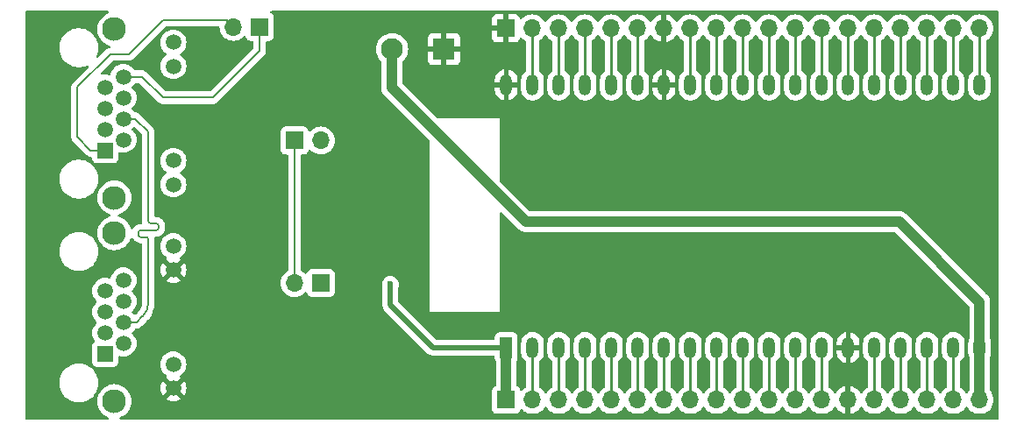
<source format=gbr>
%TF.GenerationSoftware,KiCad,Pcbnew,8.0.0*%
%TF.CreationDate,2024-03-13T03:04:33+09:00*%
%TF.ProjectId,esp32tester,65737033-3274-4657-9374-65722e6b6963,rev?*%
%TF.SameCoordinates,Original*%
%TF.FileFunction,Copper,L2,Bot*%
%TF.FilePolarity,Positive*%
%FSLAX46Y46*%
G04 Gerber Fmt 4.6, Leading zero omitted, Abs format (unit mm)*
G04 Created by KiCad (PCBNEW 8.0.0) date 2024-03-13 03:04:33*
%MOMM*%
%LPD*%
G01*
G04 APERTURE LIST*
%TA.AperFunction,ComponentPad*%
%ADD10R,1.700000X1.700000*%
%TD*%
%TA.AperFunction,ComponentPad*%
%ADD11O,1.700000X1.700000*%
%TD*%
%TA.AperFunction,ComponentPad*%
%ADD12O,1.200000X2.000000*%
%TD*%
%TA.AperFunction,ComponentPad*%
%ADD13R,1.200000X2.000000*%
%TD*%
%TA.AperFunction,ComponentPad*%
%ADD14R,1.500000X1.500000*%
%TD*%
%TA.AperFunction,ComponentPad*%
%ADD15C,1.500000*%
%TD*%
%TA.AperFunction,ComponentPad*%
%ADD16C,2.300000*%
%TD*%
%TA.AperFunction,ComponentPad*%
%ADD17R,2.100000X2.100000*%
%TD*%
%TA.AperFunction,ComponentPad*%
%ADD18C,2.100000*%
%TD*%
%TA.AperFunction,ViaPad*%
%ADD19C,0.600000*%
%TD*%
%TA.AperFunction,Conductor*%
%ADD20C,0.200000*%
%TD*%
%TA.AperFunction,Conductor*%
%ADD21C,0.500000*%
%TD*%
%TA.AperFunction,Conductor*%
%ADD22C,0.250000*%
%TD*%
%TA.AperFunction,Conductor*%
%ADD23C,1.000000*%
%TD*%
G04 APERTURE END LIST*
D10*
%TO.P,REF\u002A\u002A,1*%
%TO.N,GND*%
X83794600Y-80162400D03*
D11*
%TO.P,REF\u002A\u002A,2*%
%TO.N,GPIO23*%
X86334600Y-80162400D03*
%TO.P,REF\u002A\u002A,3*%
%TO.N,GPIO22*%
X88874600Y-80162400D03*
%TO.P,REF\u002A\u002A,4*%
%TO.N,GPIO1*%
X91414600Y-80162400D03*
%TO.P,REF\u002A\u002A,5*%
%TO.N,GPIO3*%
X93954600Y-80162400D03*
%TO.P,REF\u002A\u002A,6*%
%TO.N,GPIO21*%
X96494600Y-80162400D03*
%TO.P,REF\u002A\u002A,7*%
%TO.N,GND*%
X99034600Y-80162400D03*
%TO.P,REF\u002A\u002A,8*%
%TO.N,GPIO19*%
X101574600Y-80162400D03*
%TO.P,REF\u002A\u002A,9*%
%TO.N,GPIO18*%
X104114600Y-80162400D03*
%TO.P,REF\u002A\u002A,10*%
%TO.N,GPIO5*%
X106654600Y-80162400D03*
%TO.P,REF\u002A\u002A,11*%
%TO.N,GPIO17*%
X109194600Y-80162400D03*
%TO.P,REF\u002A\u002A,12*%
%TO.N,GPIO16*%
X111734600Y-80162400D03*
%TO.P,REF\u002A\u002A,13*%
%TO.N,GPIO4*%
X114274600Y-80162400D03*
%TO.P,REF\u002A\u002A,14*%
%TO.N,GPIO0*%
X116814600Y-80162400D03*
%TO.P,REF\u002A\u002A,15*%
%TO.N,GPIO2*%
X119354600Y-80162400D03*
%TO.P,REF\u002A\u002A,16*%
%TO.N,GPIO15*%
X121894600Y-80162400D03*
%TO.P,REF\u002A\u002A,17*%
%TO.N,D1*%
X124434600Y-80162400D03*
%TO.P,REF\u002A\u002A,18*%
%TO.N,D0*%
X126974600Y-80162400D03*
%TO.P,REF\u002A\u002A,19*%
%TO.N,clk*%
X129514600Y-80162400D03*
%TD*%
D10*
%TO.P,REF\u002A\u002A,1*%
%TO.N,Net-(IC1-VIO)*%
X83820000Y-116078000D03*
D11*
%TO.P,REF\u002A\u002A,2*%
%TO.N,reset*%
X86360000Y-116078000D03*
%TO.P,REF\u002A\u002A,3*%
%TO.N,GPIO36*%
X88900000Y-116078000D03*
%TO.P,REF\u002A\u002A,4*%
%TO.N,GPIO39*%
X91440000Y-116078000D03*
%TO.P,REF\u002A\u002A,5*%
%TO.N,GPIO34*%
X93980000Y-116078000D03*
%TO.P,REF\u002A\u002A,6*%
%TO.N,GPIO35*%
X96520000Y-116078000D03*
%TO.P,REF\u002A\u002A,7*%
%TO.N,GPIO32*%
X99060000Y-116078000D03*
%TO.P,REF\u002A\u002A,8*%
%TO.N,unconnected-(U1-32K_XN{slash}GPIO33{slash}ADC1_CH5-Pad8)*%
X101600000Y-116078000D03*
%TO.P,REF\u002A\u002A,9*%
%TO.N,unconnected-(U1-DAC_1{slash}ADC2_CH8{slash}GPIO25-Pad9)*%
X104140000Y-116078000D03*
%TO.P,REF\u002A\u002A,10*%
%TO.N,unconnected-(U1-DAC_2{slash}ADC2_CH9{slash}GPIO26-Pad10)*%
X106680000Y-116078000D03*
%TO.P,REF\u002A\u002A,11*%
%TO.N,unconnected-(U1-ADC2_CH7{slash}GPIO27-Pad11)*%
X109220000Y-116078000D03*
%TO.P,REF\u002A\u002A,12*%
%TO.N,unconnected-(U1-MTMS{slash}GPIO14{slash}ADC2_CH6-Pad12)*%
X111760000Y-116078000D03*
%TO.P,REF\u002A\u002A,13*%
%TO.N,unconnected-(U1-MTDI{slash}GPIO12{slash}ADC2_CH5-Pad13)*%
X114300000Y-116078000D03*
%TO.P,REF\u002A\u002A,14*%
%TO.N,GND*%
X116840000Y-116078000D03*
%TO.P,REF\u002A\u002A,15*%
%TO.N,unconnected-(U1-MTCK{slash}GPIO13{slash}ADC2_CH4-Pad15)*%
X119380000Y-116078000D03*
%TO.P,REF\u002A\u002A,16*%
%TO.N,unconnected-(U1-SD_DATA2{slash}GPIO9-Pad16)*%
X121920000Y-116078000D03*
%TO.P,REF\u002A\u002A,17*%
%TO.N,unconnected-(U1-SD_DATA3{slash}GPIO10-Pad17)*%
X124460000Y-116078000D03*
%TO.P,REF\u002A\u002A,18*%
%TO.N,unconnected-(U1-CMD-Pad18)*%
X127000000Y-116078000D03*
%TO.P,REF\u002A\u002A,19*%
%TO.N,Net-(IC1-VCC)*%
X129540000Y-116078000D03*
%TD*%
D12*
%TO.P,U1,38,GND*%
%TO.N,GND*%
X83830160Y-85623400D03*
%TO.P,U1,37,GPIO23*%
%TO.N,GPIO23*%
X86370160Y-85623400D03*
%TO.P,U1,36,GPIO22*%
%TO.N,GPIO22*%
X88910160Y-85623400D03*
%TO.P,U1,35,U0TXD/GPIO1*%
%TO.N,GPIO1*%
X91450160Y-85623400D03*
%TO.P,U1,34,U0RXD/GPIO3*%
%TO.N,GPIO3*%
X93990160Y-85623400D03*
%TO.P,U1,33,GPIO21*%
%TO.N,GPIO21*%
X96530160Y-85623400D03*
%TO.P,U1,32,GND*%
%TO.N,GND*%
X99070160Y-85623400D03*
%TO.P,U1,31,GPIO19*%
%TO.N,GPIO19*%
X101610160Y-85623400D03*
%TO.P,U1,30,GPIO18*%
%TO.N,GPIO18*%
X104150160Y-85623400D03*
%TO.P,U1,29,GPIO5*%
%TO.N,GPIO5*%
X106690160Y-85623400D03*
%TO.P,U1,28,GPIO17*%
%TO.N,GPIO17*%
X109230160Y-85623400D03*
%TO.P,U1,27,GPIO16*%
%TO.N,GPIO16*%
X111770160Y-85623400D03*
%TO.P,U1,26,ADC2_CH0/GPIO4*%
%TO.N,GPIO4*%
X114310160Y-85623400D03*
%TO.P,U1,25,GPIO0/BOOT/ADC2_CH1*%
%TO.N,GPIO0*%
X116850160Y-85623400D03*
%TO.P,U1,24,ADC2_CH2/GPIO2*%
%TO.N,GPIO2*%
X119390160Y-85623400D03*
%TO.P,U1,23,MTDO/GPIO15/ADC2_CH3*%
%TO.N,GPIO15*%
X121930160Y-85623400D03*
%TO.P,U1,22,SD_DATA1/GPIO8*%
%TO.N,D1*%
X124470160Y-85623400D03*
%TO.P,U1,21,SD_DATA0/GPIO7*%
%TO.N,D0*%
X127007440Y-85627080D03*
%TO.P,U1,20,SD_CLK/GPIO6*%
%TO.N,clk*%
X129547440Y-85627080D03*
%TO.P,U1,19,5V*%
%TO.N,Net-(IC1-VCC)*%
X129550160Y-111023400D03*
%TO.P,U1,18,CMD*%
%TO.N,unconnected-(U1-CMD-Pad18)*%
X127010160Y-111023400D03*
%TO.P,U1,17,SD_DATA3/GPIO10*%
%TO.N,unconnected-(U1-SD_DATA3{slash}GPIO10-Pad17)*%
X124470160Y-111023400D03*
%TO.P,U1,16,SD_DATA2/GPIO9*%
%TO.N,unconnected-(U1-SD_DATA2{slash}GPIO9-Pad16)*%
X121930160Y-111023400D03*
%TO.P,U1,15,MTCK/GPIO13/ADC2_CH4*%
%TO.N,unconnected-(U1-MTCK{slash}GPIO13{slash}ADC2_CH4-Pad15)*%
X119390160Y-111023400D03*
%TO.P,U1,14,GND*%
%TO.N,GND*%
X116850160Y-111023400D03*
%TO.P,U1,13,MTDI/GPIO12/ADC2_CH5*%
%TO.N,unconnected-(U1-MTDI{slash}GPIO12{slash}ADC2_CH5-Pad13)*%
X114310160Y-111023400D03*
%TO.P,U1,12,MTMS/GPIO14/ADC2_CH6*%
%TO.N,unconnected-(U1-MTMS{slash}GPIO14{slash}ADC2_CH6-Pad12)*%
X111770160Y-111023400D03*
%TO.P,U1,11,ADC2_CH7/GPIO27*%
%TO.N,unconnected-(U1-ADC2_CH7{slash}GPIO27-Pad11)*%
X109230160Y-111023400D03*
%TO.P,U1,10,DAC_2/ADC2_CH9/GPIO26*%
%TO.N,unconnected-(U1-DAC_2{slash}ADC2_CH9{slash}GPIO26-Pad10)*%
X106690160Y-111023400D03*
%TO.P,U1,9,DAC_1/ADC2_CH8/GPIO25*%
%TO.N,unconnected-(U1-DAC_1{slash}ADC2_CH8{slash}GPIO25-Pad9)*%
X104150160Y-111023400D03*
%TO.P,U1,8,32K_XN/GPIO33/ADC1_CH5*%
%TO.N,unconnected-(U1-32K_XN{slash}GPIO33{slash}ADC1_CH5-Pad8)*%
X101610160Y-111023400D03*
%TO.P,U1,7,32K_XP/GPIO32/ADC1_CH4*%
%TO.N,GPIO32*%
X99070160Y-111023400D03*
%TO.P,U1,6,VDET_2/GPIO35/ADC1_CH7*%
%TO.N,GPIO35*%
X96530160Y-111023400D03*
%TO.P,U1,5,VDET_1/GPIO34/ADC1_CH6*%
%TO.N,GPIO34*%
X93990160Y-111023400D03*
%TO.P,U1,4,SENSOR_VN/GPIO39/ADC1_CH3*%
%TO.N,GPIO39*%
X91450160Y-111023400D03*
%TO.P,U1,3,SENSOR_VP/GPIO36/ADC1_CH0*%
%TO.N,GPIO36*%
X88910160Y-111023400D03*
%TO.P,U1,2,CHIP_PU*%
%TO.N,reset*%
X86370160Y-111023400D03*
D13*
%TO.P,U1,1,3V3*%
%TO.N,Net-(IC1-VIO)*%
X83830160Y-111023400D03*
%TD*%
D10*
%TO.P,J6,1,Pin_1*%
%TO.N,Net-(J6-Pin_1)*%
X60026000Y-80015000D03*
D11*
%TO.P,J6,2,Pin_2*%
%TO.N,Net-(J6-Pin_2)*%
X57486000Y-80015000D03*
%TD*%
D14*
%TO.P,J2,1*%
%TO.N,unconnected-(J2-Pad1)*%
X45089000Y-111639000D03*
D15*
%TO.P,J2,2*%
%TO.N,unconnected-(J2-Pad2)*%
X46869000Y-110623000D03*
%TO.P,J2,3*%
%TO.N,unconnected-(J2-Pad3)*%
X45089000Y-109607000D03*
%TO.P,J2,4*%
%TO.N,/CAN_BUS+*%
X46869000Y-108591000D03*
%TO.P,J2,5*%
%TO.N,/CAN_BUS-*%
X45089000Y-107575000D03*
%TO.P,J2,6*%
%TO.N,unconnected-(J2-Pad6)*%
X46869000Y-106559000D03*
%TO.P,J2,7*%
%TO.N,unconnected-(J2-Pad7)*%
X45089000Y-105543000D03*
%TO.P,J2,8*%
%TO.N,unconnected-(J2-Pad8)*%
X46869000Y-104527000D03*
%TO.P,J2,9*%
%TO.N,GND*%
X51689000Y-114939000D03*
%TO.P,J2,10*%
%TO.N,Net-(J2-Pad10)*%
X51689000Y-112649000D03*
%TO.P,J2,11*%
%TO.N,GND*%
X51689000Y-103509000D03*
%TO.P,J2,12*%
%TO.N,Net-(J2-Pad12)*%
X51689000Y-101219000D03*
D16*
%TO.P,J2,SH*%
%TO.N,unconnected-(J2-PadSH)*%
X45979000Y-116209000D03*
%TO.N,unconnected-(J2-PadSH)_0*%
X45979000Y-99949000D03*
%TD*%
D10*
%TO.P,J4,1,Pin_1*%
%TO.N,Net-(J3-Pin_2)*%
X63393000Y-91009000D03*
D11*
%TO.P,J4,2,Pin_2*%
%TO.N,Net-(J4-Pin_2)*%
X65933000Y-91009000D03*
%TD*%
D14*
%TO.P,J1,1*%
%TO.N,Net-(J6-Pin_2)*%
X45089000Y-91954000D03*
D15*
%TO.P,J1,2*%
%TO.N,unconnected-(J1-Pad2)*%
X46869000Y-90938000D03*
%TO.P,J1,3*%
%TO.N,unconnected-(J1-Pad3)*%
X45089000Y-89922000D03*
%TO.P,J1,4*%
%TO.N,/CAN_BUS+*%
X46869000Y-88906000D03*
%TO.P,J1,5*%
%TO.N,/CAN_BUS-*%
X45089000Y-87890000D03*
%TO.P,J1,6*%
%TO.N,unconnected-(J1-Pad6)*%
X46869000Y-86874000D03*
%TO.P,J1,7*%
%TO.N,unconnected-(J1-Pad7)*%
X45089000Y-85858000D03*
%TO.P,J1,8*%
%TO.N,Net-(J6-Pin_1)*%
X46869000Y-84842000D03*
%TO.P,J1,9*%
%TO.N,unconnected-(J1-Pad9)*%
X51689000Y-95254000D03*
%TO.P,J1,10*%
%TO.N,unconnected-(J1-Pad10)*%
X51689000Y-92964000D03*
%TO.P,J1,11*%
%TO.N,unconnected-(J1-Pad11)*%
X51689000Y-83824000D03*
%TO.P,J1,12*%
%TO.N,unconnected-(J1-Pad12)*%
X51689000Y-81534000D03*
D16*
%TO.P,J1,SH*%
%TO.N,unconnected-(J1-PadSH)_0*%
X45979000Y-96524000D03*
%TO.N,unconnected-(J1-PadSH)*%
X45979000Y-80264000D03*
%TD*%
D10*
%TO.P,J3,1,Pin_1*%
%TO.N,Net-(J3-Pin_1)*%
X65913000Y-104775000D03*
D11*
%TO.P,J3,2,Pin_2*%
%TO.N,Net-(J3-Pin_2)*%
X63373000Y-104775000D03*
%TD*%
D17*
%TO.P,J5,1,Pin_1*%
%TO.N,GND*%
X77811000Y-82169000D03*
D18*
%TO.P,J5,2,Pin_2*%
%TO.N,Net-(IC1-VCC)*%
X72811000Y-82169000D03*
%TD*%
D19*
%TO.N,GND*%
X69723000Y-103632000D03*
X59309000Y-103505000D03*
X39624000Y-85471000D03*
X40386000Y-109728000D03*
X54864000Y-83185000D03*
X127000000Y-96520000D03*
X127000000Y-91694000D03*
%TO.N,Net-(IC1-VIO)*%
X72644000Y-104902000D03*
%TD*%
D20*
%TO.N,/CAN_BUS+*%
X49276000Y-106613573D02*
G75*
G02*
X48690227Y-108027801I-2000000J-27D01*
G01*
X48012000Y-88906000D02*
X46869000Y-88906000D01*
D21*
%TO.N,Net-(IC1-VIO)*%
X72644000Y-106934000D02*
X76733400Y-111023400D01*
X72644000Y-104902000D02*
X72644000Y-106934000D01*
X76733400Y-111023400D02*
X83830160Y-111023400D01*
D22*
%TO.N,clk*%
X129547440Y-80195240D02*
X129514600Y-80162400D01*
X129547440Y-85627080D02*
X129547440Y-80195240D01*
%TO.N,D0*%
X126974600Y-85594240D02*
X127007440Y-85627080D01*
X126974600Y-80162400D02*
X126974600Y-85594240D01*
%TO.N,D1*%
X124470160Y-80197960D02*
X124434600Y-80162400D01*
X124470160Y-85623400D02*
X124470160Y-80197960D01*
%TO.N,GPIO15*%
X121894600Y-85587840D02*
X121930160Y-85623400D01*
X121894600Y-80162400D02*
X121894600Y-85587840D01*
%TO.N,GPIO2*%
X119390160Y-85623400D02*
X119390160Y-80197960D01*
X119390160Y-80197960D02*
X119354600Y-80162400D01*
%TO.N,GPIO0*%
X116814600Y-85587840D02*
X116850160Y-85623400D01*
X116814600Y-80162400D02*
X116814600Y-85587840D01*
%TO.N,GPIO4*%
X114310160Y-80197960D02*
X114274600Y-80162400D01*
X114310160Y-85623400D02*
X114310160Y-80197960D01*
%TO.N,GPIO16*%
X111734600Y-85587840D02*
X111770160Y-85623400D01*
X111734600Y-80162400D02*
X111734600Y-85587840D01*
%TO.N,GPIO17*%
X109230160Y-80197960D02*
X109194600Y-80162400D01*
X109230160Y-85623400D02*
X109230160Y-80197960D01*
%TO.N,GPIO5*%
X106654600Y-85587840D02*
X106690160Y-85623400D01*
X106654600Y-80162400D02*
X106654600Y-85587840D01*
%TO.N,GPIO18*%
X104150160Y-85623400D02*
X104150160Y-80197960D01*
X104150160Y-80197960D02*
X104114600Y-80162400D01*
%TO.N,GPIO19*%
X101574600Y-80162400D02*
X101574600Y-85587840D01*
X101574600Y-85587840D02*
X101610160Y-85623400D01*
%TO.N,GPIO21*%
X96530160Y-80197960D02*
X96494600Y-80162400D01*
X96530160Y-85623400D02*
X96530160Y-80197960D01*
%TO.N,GPIO3*%
X93954600Y-85587840D02*
X93990160Y-85623400D01*
X93954600Y-80162400D02*
X93954600Y-85587840D01*
%TO.N,GPIO1*%
X91450160Y-80197960D02*
X91414600Y-80162400D01*
X91450160Y-85623400D02*
X91450160Y-80197960D01*
%TO.N,GPIO22*%
X88874600Y-85587840D02*
X88910160Y-85623400D01*
X88874600Y-80162400D02*
X88874600Y-85587840D01*
%TO.N,GPIO23*%
X86370160Y-85623400D02*
X86370160Y-80197960D01*
X86370160Y-80197960D02*
X86334600Y-80162400D01*
%TO.N,Net-(IC1-VIO)*%
X83820000Y-111033560D02*
X83830160Y-111023400D01*
D23*
X83820000Y-116078000D02*
X83820000Y-111033560D01*
D22*
%TO.N,reset*%
X86370160Y-116067840D02*
X86360000Y-116078000D01*
X86370160Y-111023400D02*
X86370160Y-116067840D01*
%TO.N,GPIO36*%
X88900000Y-111033560D02*
X88910160Y-111023400D01*
X88900000Y-116078000D02*
X88900000Y-111033560D01*
%TO.N,GPIO39*%
X91450160Y-116067840D02*
X91440000Y-116078000D01*
X91450160Y-111023400D02*
X91450160Y-116067840D01*
%TO.N,GPIO34*%
X93980000Y-111033560D02*
X93990160Y-111023400D01*
X93980000Y-116078000D02*
X93980000Y-111033560D01*
%TO.N,GPIO35*%
X96530160Y-111023400D02*
X96530160Y-116067840D01*
X96530160Y-116067840D02*
X96520000Y-116078000D01*
%TO.N,GPIO32*%
X99060000Y-111033560D02*
X99070160Y-111023400D01*
X99060000Y-116078000D02*
X99060000Y-111033560D01*
%TO.N,unconnected-(U1-32K_XN{slash}GPIO33{slash}ADC1_CH5-Pad8)*%
X101610160Y-116067840D02*
X101600000Y-116078000D01*
X101610160Y-111023400D02*
X101610160Y-116067840D01*
%TO.N,unconnected-(U1-DAC_1{slash}ADC2_CH8{slash}GPIO25-Pad9)*%
X104150160Y-116067840D02*
X104140000Y-116078000D01*
X104150160Y-111023400D02*
X104150160Y-116067840D01*
%TO.N,unconnected-(U1-DAC_2{slash}ADC2_CH9{slash}GPIO26-Pad10)*%
X106690160Y-116067840D02*
X106680000Y-116078000D01*
X106690160Y-111023400D02*
X106690160Y-116067840D01*
%TO.N,unconnected-(U1-ADC2_CH7{slash}GPIO27-Pad11)*%
X109230160Y-116067840D02*
X109220000Y-116078000D01*
X109230160Y-111023400D02*
X109230160Y-116067840D01*
%TO.N,unconnected-(U1-MTMS{slash}GPIO14{slash}ADC2_CH6-Pad12)*%
X111770160Y-111023400D02*
X111770160Y-116067840D01*
X111770160Y-116067840D02*
X111760000Y-116078000D01*
%TO.N,unconnected-(U1-MTDI{slash}GPIO12{slash}ADC2_CH5-Pad13)*%
X114310160Y-116067840D02*
X114300000Y-116078000D01*
X114310160Y-111023400D02*
X114310160Y-116067840D01*
%TO.N,unconnected-(U1-MTCK{slash}GPIO13{slash}ADC2_CH4-Pad15)*%
X119390160Y-116067840D02*
X119380000Y-116078000D01*
X119390160Y-111023400D02*
X119390160Y-116067840D01*
%TO.N,unconnected-(U1-SD_DATA2{slash}GPIO9-Pad16)*%
X121930160Y-116067840D02*
X121920000Y-116078000D01*
X121930160Y-111023400D02*
X121930160Y-116067840D01*
%TO.N,unconnected-(U1-SD_DATA3{slash}GPIO10-Pad17)*%
X124470160Y-116067840D02*
X124460000Y-116078000D01*
X124470160Y-111023400D02*
X124470160Y-116067840D01*
%TO.N,unconnected-(U1-CMD-Pad18)*%
X127010160Y-116067840D02*
X127000000Y-116078000D01*
X127010160Y-111023400D02*
X127010160Y-116067840D01*
%TO.N,Net-(IC1-VCC)*%
X129550160Y-116067840D02*
X129540000Y-116078000D01*
D23*
X129550160Y-111023400D02*
X129550160Y-116067840D01*
X72811000Y-85862800D02*
X72811000Y-82169000D01*
X72771000Y-85902800D02*
X72811000Y-85862800D01*
X85699600Y-98831400D02*
X72771000Y-85902800D01*
D20*
%TO.N,Net-(J6-Pin_2)*%
X56846000Y-79375000D02*
X57486000Y-80015000D01*
X50673000Y-79375000D02*
X56846000Y-79375000D01*
X45593000Y-82677000D02*
X47371000Y-82677000D01*
X42418000Y-85852000D02*
X45593000Y-82677000D01*
X42418000Y-90678000D02*
X42418000Y-85852000D01*
X43694000Y-91954000D02*
X42418000Y-90678000D01*
X45089000Y-91954000D02*
X43694000Y-91954000D01*
X47371000Y-82677000D02*
X50673000Y-79375000D01*
%TO.N,Net-(J6-Pin_1)*%
X60026000Y-82341000D02*
X60026000Y-80015000D01*
X55499000Y-86868000D02*
X60026000Y-82341000D01*
X50673000Y-86868000D02*
X55499000Y-86868000D01*
X48647000Y-84842000D02*
X50673000Y-86868000D01*
X46869000Y-84842000D02*
X48647000Y-84842000D01*
%TO.N,Net-(J3-Pin_2)*%
X63373000Y-91029000D02*
X63393000Y-91009000D01*
X63373000Y-104775000D02*
X63373000Y-91029000D01*
D23*
%TO.N,Net-(IC1-VCC)*%
X129550160Y-111023400D02*
X129550160Y-106613960D01*
X129550160Y-106613960D02*
X121767600Y-98831400D01*
X121767600Y-98831400D02*
X85699600Y-98831400D01*
D20*
%TO.N,/CAN_BUS+*%
X48690213Y-108027787D02*
X48127000Y-108591000D01*
X48127000Y-108591000D02*
X46869000Y-108591000D01*
X49536000Y-99684337D02*
X48536000Y-99684337D01*
X48536000Y-100334337D02*
X49016000Y-100334337D01*
X49536000Y-99034337D02*
X50016000Y-99034337D01*
X49276000Y-101283413D02*
X49276000Y-106613573D01*
X50016000Y-99684337D02*
X49536000Y-99684337D01*
X48276000Y-99944337D02*
X48276000Y-100074337D01*
X49276000Y-90170000D02*
X49276000Y-98774337D01*
X49276000Y-100594337D02*
X49276000Y-100724337D01*
X49276000Y-100724337D02*
X49276000Y-101283413D01*
X50276000Y-99294337D02*
X50276000Y-99424337D01*
X49276000Y-90170000D02*
X48012000Y-88906000D01*
X48276000Y-100074337D02*
G75*
G03*
X48536000Y-100334300I260000J37D01*
G01*
X50276000Y-99424337D02*
G75*
G02*
X50016000Y-99684300I-260000J37D01*
G01*
X49276000Y-98774337D02*
G75*
G03*
X49536000Y-99034300I260000J37D01*
G01*
X50016000Y-99034337D02*
G75*
G02*
X50275963Y-99294337I0J-259963D01*
G01*
X49016000Y-100334337D02*
G75*
G02*
X49275963Y-100594337I0J-259963D01*
G01*
X48536000Y-99684337D02*
G75*
G03*
X48276037Y-99944337I0J-259963D01*
G01*
%TD*%
%TA.AperFunction,Conductor*%
%TO.N,GND*%
G36*
X45420262Y-78498185D02*
G01*
X45466017Y-78550989D01*
X45475961Y-78620147D01*
X45446936Y-78683703D01*
X45400676Y-78717061D01*
X45227376Y-78788843D01*
X45005859Y-78924588D01*
X44808311Y-79093311D01*
X44639588Y-79290859D01*
X44503843Y-79512376D01*
X44404427Y-79752389D01*
X44343778Y-80005009D01*
X44323396Y-80264000D01*
X44343778Y-80522990D01*
X44404427Y-80775610D01*
X44503843Y-81015623D01*
X44503845Y-81015627D01*
X44503846Y-81015628D01*
X44639588Y-81237140D01*
X44808311Y-81434689D01*
X45005860Y-81603412D01*
X45227372Y-81739154D01*
X45227374Y-81739154D01*
X45227376Y-81739156D01*
X45258329Y-81751977D01*
X45467390Y-81838573D01*
X45485519Y-81842925D01*
X45546108Y-81877712D01*
X45578273Y-81939738D01*
X45571799Y-82009307D01*
X45528741Y-82064332D01*
X45488665Y-82083273D01*
X45361210Y-82117424D01*
X45361209Y-82117425D01*
X45311096Y-82146359D01*
X45311095Y-82146360D01*
X45284633Y-82161638D01*
X45224285Y-82196479D01*
X45224282Y-82196481D01*
X45112478Y-82308286D01*
X44455744Y-82965019D01*
X44394421Y-82998504D01*
X44324729Y-82993520D01*
X44268796Y-82951648D01*
X44244379Y-82886184D01*
X44253502Y-82829885D01*
X44280852Y-82763856D01*
X44328778Y-82648153D01*
X44392409Y-82410677D01*
X44424500Y-82166927D01*
X44424500Y-81921073D01*
X44392409Y-81677323D01*
X44328778Y-81439847D01*
X44326641Y-81434689D01*
X44289708Y-81345523D01*
X44234694Y-81212708D01*
X44111767Y-80999792D01*
X44037548Y-80903068D01*
X43962102Y-80804745D01*
X43962096Y-80804738D01*
X43788261Y-80630903D01*
X43788254Y-80630897D01*
X43593212Y-80481236D01*
X43593211Y-80481235D01*
X43593208Y-80481233D01*
X43380292Y-80358306D01*
X43380285Y-80358303D01*
X43153162Y-80264225D01*
X43153155Y-80264223D01*
X43153153Y-80264222D01*
X42915677Y-80200591D01*
X42874939Y-80195227D01*
X42671934Y-80168500D01*
X42671927Y-80168500D01*
X42426073Y-80168500D01*
X42426065Y-80168500D01*
X42194059Y-80199045D01*
X42182323Y-80200591D01*
X42079187Y-80228226D01*
X41944847Y-80264222D01*
X41944837Y-80264225D01*
X41717714Y-80358303D01*
X41717705Y-80358307D01*
X41533313Y-80464766D01*
X41509244Y-80478663D01*
X41504787Y-80481236D01*
X41309745Y-80630897D01*
X41309738Y-80630903D01*
X41135903Y-80804738D01*
X41135897Y-80804745D01*
X40986236Y-80999787D01*
X40863307Y-81212705D01*
X40863303Y-81212714D01*
X40769225Y-81439837D01*
X40769222Y-81439847D01*
X40721219Y-81619000D01*
X40705592Y-81677320D01*
X40705590Y-81677331D01*
X40673500Y-81921065D01*
X40673500Y-82166934D01*
X40696401Y-82340877D01*
X40705591Y-82410677D01*
X40749028Y-82572786D01*
X40769222Y-82648152D01*
X40769225Y-82648162D01*
X40824073Y-82780575D01*
X40863306Y-82875292D01*
X40986233Y-83088208D01*
X40986235Y-83088211D01*
X40986236Y-83088212D01*
X41135897Y-83283254D01*
X41135903Y-83283261D01*
X41309738Y-83457096D01*
X41309744Y-83457101D01*
X41504792Y-83606767D01*
X41717708Y-83729694D01*
X41944847Y-83823778D01*
X42182323Y-83887409D01*
X42426073Y-83919500D01*
X42426080Y-83919500D01*
X42671920Y-83919500D01*
X42671927Y-83919500D01*
X42915677Y-83887409D01*
X43153153Y-83823778D01*
X43334885Y-83748501D01*
X43404354Y-83741033D01*
X43466834Y-83772308D01*
X43502486Y-83832397D01*
X43499992Y-83902222D01*
X43470019Y-83950744D01*
X42049286Y-85371478D01*
X41937481Y-85483282D01*
X41937475Y-85483290D01*
X41892153Y-85561792D01*
X41892153Y-85561793D01*
X41858423Y-85620215D01*
X41817499Y-85772943D01*
X41817499Y-85772945D01*
X41817499Y-85941046D01*
X41817500Y-85941059D01*
X41817500Y-90591330D01*
X41817499Y-90591348D01*
X41817499Y-90757054D01*
X41817498Y-90757054D01*
X41858423Y-90909785D01*
X41874713Y-90938000D01*
X41887358Y-90959900D01*
X41887359Y-90959904D01*
X41887360Y-90959904D01*
X41925360Y-91025724D01*
X41937479Y-91046714D01*
X41937481Y-91046717D01*
X42056349Y-91165585D01*
X42056354Y-91165589D01*
X43325284Y-92434520D01*
X43325286Y-92434521D01*
X43325290Y-92434524D01*
X43462209Y-92513573D01*
X43462216Y-92513577D01*
X43614943Y-92554501D01*
X43614945Y-92554501D01*
X43714501Y-92554501D01*
X43781540Y-92574186D01*
X43827295Y-92626990D01*
X43838501Y-92678501D01*
X43838501Y-92751876D01*
X43844908Y-92811483D01*
X43895202Y-92946328D01*
X43895206Y-92946335D01*
X43981452Y-93061544D01*
X43981455Y-93061547D01*
X44096664Y-93147793D01*
X44096671Y-93147797D01*
X44231517Y-93198091D01*
X44231516Y-93198091D01*
X44238444Y-93198835D01*
X44291127Y-93204500D01*
X45886872Y-93204499D01*
X45946483Y-93198091D01*
X46081331Y-93147796D01*
X46196546Y-93061546D01*
X46282796Y-92946331D01*
X46333091Y-92811483D01*
X46339500Y-92751873D01*
X46339499Y-92252333D01*
X46359183Y-92185295D01*
X46411987Y-92139540D01*
X46481146Y-92129596D01*
X46495584Y-92132557D01*
X46651023Y-92174207D01*
X46838787Y-92190633D01*
X46868998Y-92193277D01*
X46869000Y-92193277D01*
X46869002Y-92193277D01*
X46897254Y-92190805D01*
X47086977Y-92174207D01*
X47298330Y-92117575D01*
X47496639Y-92025102D01*
X47675877Y-91899598D01*
X47830598Y-91744877D01*
X47956102Y-91565639D01*
X48048575Y-91367330D01*
X48105207Y-91155977D01*
X48124277Y-90938000D01*
X48105207Y-90720023D01*
X48048575Y-90508670D01*
X47956102Y-90310362D01*
X47956100Y-90310359D01*
X47956099Y-90310357D01*
X47830599Y-90131124D01*
X47778533Y-90079058D01*
X47709154Y-90009679D01*
X47675671Y-89948359D01*
X47680655Y-89878667D01*
X47709156Y-89834319D01*
X47812439Y-89731036D01*
X47873762Y-89697551D01*
X47943454Y-89702535D01*
X47987801Y-89731036D01*
X48639181Y-90382416D01*
X48672666Y-90443739D01*
X48675500Y-90470097D01*
X48675500Y-98694005D01*
X48675489Y-98694189D01*
X48675492Y-98723021D01*
X48675456Y-98723143D01*
X48675474Y-98859168D01*
X48675474Y-98859169D01*
X48690686Y-98935593D01*
X48684468Y-99005186D01*
X48641612Y-99060368D01*
X48575725Y-99083621D01*
X48569072Y-99083800D01*
X48451239Y-99083800D01*
X48284978Y-99116875D01*
X48284971Y-99116877D01*
X48128368Y-99181751D01*
X48128357Y-99181757D01*
X47987425Y-99275936D01*
X47987419Y-99275941D01*
X47867564Y-99395812D01*
X47867563Y-99395814D01*
X47786733Y-99516807D01*
X47733124Y-99561617D01*
X47663800Y-99570330D01*
X47600770Y-99540180D01*
X47564046Y-99480740D01*
X47563059Y-99476905D01*
X47553573Y-99437390D01*
X47461572Y-99215280D01*
X47454156Y-99197376D01*
X47444582Y-99181753D01*
X47318412Y-98975860D01*
X47149689Y-98778311D01*
X46952140Y-98609588D01*
X46730628Y-98473846D01*
X46730627Y-98473845D01*
X46730623Y-98473843D01*
X46564627Y-98405086D01*
X46490610Y-98374427D01*
X46490611Y-98374427D01*
X46465407Y-98368376D01*
X46418326Y-98357073D01*
X46357736Y-98322283D01*
X46325572Y-98260257D01*
X46332048Y-98190688D01*
X46375108Y-98135664D01*
X46418325Y-98115926D01*
X46490610Y-98098573D01*
X46730628Y-97999154D01*
X46952140Y-97863412D01*
X47149689Y-97694689D01*
X47318412Y-97497140D01*
X47454154Y-97275628D01*
X47553573Y-97035610D01*
X47614221Y-96782994D01*
X47634604Y-96524000D01*
X47614221Y-96265006D01*
X47553573Y-96012390D01*
X47454154Y-95772372D01*
X47318412Y-95550860D01*
X47149689Y-95353311D01*
X46952140Y-95184588D01*
X46730628Y-95048846D01*
X46730627Y-95048845D01*
X46730623Y-95048843D01*
X46564627Y-94980086D01*
X46490610Y-94949427D01*
X46490611Y-94949427D01*
X46292559Y-94901879D01*
X46237994Y-94888779D01*
X46237992Y-94888778D01*
X46237991Y-94888778D01*
X45979000Y-94868396D01*
X45720009Y-94888778D01*
X45467389Y-94949427D01*
X45227376Y-95048843D01*
X45005859Y-95184588D01*
X44808311Y-95353311D01*
X44639588Y-95550859D01*
X44503843Y-95772376D01*
X44404427Y-96012389D01*
X44343778Y-96265009D01*
X44323396Y-96524000D01*
X44343778Y-96782990D01*
X44404427Y-97035610D01*
X44503843Y-97275623D01*
X44503845Y-97275627D01*
X44503846Y-97275628D01*
X44639588Y-97497140D01*
X44808311Y-97694689D01*
X45005860Y-97863412D01*
X45227372Y-97999154D01*
X45227374Y-97999154D01*
X45227376Y-97999156D01*
X45302212Y-98030154D01*
X45467390Y-98098573D01*
X45539673Y-98115926D01*
X45600264Y-98150717D01*
X45632427Y-98212744D01*
X45625951Y-98282313D01*
X45582891Y-98337336D01*
X45539674Y-98357073D01*
X45467390Y-98374427D01*
X45467388Y-98374427D01*
X45467387Y-98374428D01*
X45227376Y-98473843D01*
X45005859Y-98609588D01*
X44808311Y-98778311D01*
X44639588Y-98975859D01*
X44503843Y-99197376D01*
X44404427Y-99437389D01*
X44343778Y-99690009D01*
X44323396Y-99949000D01*
X44343778Y-100207990D01*
X44404427Y-100460610D01*
X44503843Y-100700623D01*
X44503845Y-100700627D01*
X44503846Y-100700628D01*
X44639588Y-100922140D01*
X44808311Y-101119689D01*
X45005860Y-101288412D01*
X45227372Y-101424154D01*
X45227374Y-101424154D01*
X45227376Y-101424156D01*
X45258329Y-101436977D01*
X45467390Y-101523573D01*
X45720006Y-101584221D01*
X45979000Y-101604604D01*
X46237994Y-101584221D01*
X46490610Y-101523573D01*
X46730628Y-101424154D01*
X46952140Y-101288412D01*
X47149689Y-101119689D01*
X47318412Y-100922140D01*
X47454154Y-100700628D01*
X47544518Y-100482469D01*
X47588359Y-100428066D01*
X47654653Y-100406001D01*
X47722352Y-100423280D01*
X47769963Y-100474417D01*
X47773310Y-100481746D01*
X47773442Y-100481993D01*
X47867619Y-100622911D01*
X47867623Y-100622916D01*
X47987476Y-100742753D01*
X47987481Y-100742757D01*
X48128412Y-100836913D01*
X48128413Y-100836913D01*
X48128417Y-100836916D01*
X48285013Y-100901774D01*
X48451252Y-100934838D01*
X48536000Y-100934837D01*
X48551500Y-100934837D01*
X48618539Y-100954522D01*
X48664294Y-101007326D01*
X48675500Y-101058837D01*
X48675500Y-106534533D01*
X48675499Y-106534555D01*
X48675499Y-106609516D01*
X48675234Y-106617624D01*
X48664060Y-106788145D01*
X48661943Y-106804226D01*
X48629404Y-106967826D01*
X48625205Y-106983495D01*
X48571584Y-107141459D01*
X48565378Y-107156444D01*
X48491605Y-107306045D01*
X48483495Y-107320091D01*
X48390820Y-107458793D01*
X48380946Y-107471662D01*
X48268469Y-107599919D01*
X48262923Y-107605840D01*
X48239814Y-107628950D01*
X48239812Y-107628952D01*
X48039716Y-107829047D01*
X47978393Y-107862532D01*
X47908701Y-107857548D01*
X47852768Y-107815676D01*
X47850459Y-107812488D01*
X47836797Y-107792977D01*
X47830598Y-107784123D01*
X47830597Y-107784122D01*
X47830595Y-107784119D01*
X47709156Y-107662680D01*
X47675671Y-107601357D01*
X47680655Y-107531665D01*
X47709152Y-107487322D01*
X47830598Y-107365877D01*
X47956102Y-107186639D01*
X48048575Y-106988330D01*
X48105207Y-106776977D01*
X48121805Y-106587254D01*
X48124277Y-106559002D01*
X48124277Y-106558997D01*
X48120464Y-106515416D01*
X48105207Y-106341023D01*
X48048575Y-106129670D01*
X47956102Y-105931362D01*
X47956100Y-105931359D01*
X47956099Y-105931357D01*
X47830597Y-105752121D01*
X47709156Y-105630680D01*
X47675671Y-105569357D01*
X47680655Y-105499665D01*
X47709152Y-105455322D01*
X47830598Y-105333877D01*
X47956102Y-105154639D01*
X48048575Y-104956330D01*
X48105207Y-104744977D01*
X48124277Y-104527000D01*
X48105207Y-104309023D01*
X48048575Y-104097670D01*
X47956102Y-103899362D01*
X47956100Y-103899359D01*
X47956099Y-103899357D01*
X47830599Y-103720124D01*
X47791239Y-103680764D01*
X47675877Y-103565402D01*
X47496639Y-103439898D01*
X47496640Y-103439898D01*
X47496638Y-103439897D01*
X47397484Y-103393661D01*
X47298330Y-103347425D01*
X47298326Y-103347424D01*
X47298322Y-103347422D01*
X47086977Y-103290793D01*
X46869002Y-103271723D01*
X46868998Y-103271723D01*
X46723682Y-103284436D01*
X46651023Y-103290793D01*
X46651020Y-103290793D01*
X46439677Y-103347422D01*
X46439668Y-103347426D01*
X46241361Y-103439898D01*
X46241357Y-103439900D01*
X46062121Y-103565402D01*
X45907402Y-103720121D01*
X45781900Y-103899357D01*
X45781898Y-103899361D01*
X45689426Y-104097668D01*
X45689423Y-104097675D01*
X45643618Y-104268621D01*
X45607253Y-104328281D01*
X45544405Y-104358810D01*
X45491750Y-104356302D01*
X45306977Y-104306793D01*
X45089002Y-104287723D01*
X45088998Y-104287723D01*
X44943682Y-104300436D01*
X44871023Y-104306793D01*
X44871020Y-104306793D01*
X44659677Y-104363422D01*
X44659668Y-104363426D01*
X44461361Y-104455898D01*
X44461357Y-104455900D01*
X44282121Y-104581402D01*
X44127402Y-104736121D01*
X44001900Y-104915357D01*
X44001898Y-104915361D01*
X43909426Y-105113668D01*
X43909422Y-105113677D01*
X43852793Y-105325020D01*
X43852793Y-105325023D01*
X43833723Y-105543000D01*
X43852018Y-105752123D01*
X43852793Y-105760975D01*
X43852793Y-105760979D01*
X43909422Y-105972322D01*
X43909424Y-105972326D01*
X43909425Y-105972330D01*
X43945131Y-106048901D01*
X44001897Y-106170638D01*
X44001898Y-106170639D01*
X44127402Y-106349877D01*
X44127406Y-106349881D01*
X44248843Y-106471318D01*
X44282328Y-106532641D01*
X44277344Y-106602333D01*
X44248844Y-106646680D01*
X44127400Y-106768124D01*
X44001900Y-106947357D01*
X44001898Y-106947361D01*
X43909426Y-107145668D01*
X43909422Y-107145677D01*
X43852793Y-107357020D01*
X43852793Y-107357024D01*
X43843890Y-107458793D01*
X43833723Y-107575000D01*
X43852018Y-107784123D01*
X43852793Y-107792975D01*
X43852793Y-107792979D01*
X43909422Y-108004322D01*
X43909424Y-108004326D01*
X43909425Y-108004330D01*
X43955661Y-108103484D01*
X44001897Y-108202638D01*
X44001898Y-108202639D01*
X44127402Y-108381877D01*
X44127406Y-108381881D01*
X44248843Y-108503318D01*
X44282328Y-108564641D01*
X44277344Y-108634333D01*
X44248844Y-108678680D01*
X44127400Y-108800124D01*
X44001900Y-108979357D01*
X44001898Y-108979361D01*
X43909426Y-109177668D01*
X43909422Y-109177677D01*
X43852793Y-109389020D01*
X43852793Y-109389024D01*
X43833723Y-109606997D01*
X43833723Y-109607002D01*
X43841394Y-109694680D01*
X43852018Y-109816123D01*
X43852793Y-109824975D01*
X43852793Y-109824979D01*
X43909422Y-110036322D01*
X43909424Y-110036326D01*
X43909425Y-110036330D01*
X44001898Y-110234639D01*
X44028689Y-110272900D01*
X44062323Y-110320934D01*
X44084650Y-110387140D01*
X44067640Y-110454908D01*
X44035060Y-110491324D01*
X43981452Y-110531455D01*
X43895206Y-110646664D01*
X43895202Y-110646671D01*
X43844908Y-110781517D01*
X43838501Y-110841116D01*
X43838500Y-110841135D01*
X43838500Y-112436870D01*
X43838501Y-112436876D01*
X43844908Y-112496483D01*
X43895202Y-112631328D01*
X43895206Y-112631335D01*
X43981452Y-112746544D01*
X43981455Y-112746547D01*
X44096664Y-112832793D01*
X44096671Y-112832797D01*
X44231517Y-112883091D01*
X44231516Y-112883091D01*
X44238444Y-112883835D01*
X44291127Y-112889500D01*
X45886872Y-112889499D01*
X45946483Y-112883091D01*
X46081331Y-112832796D01*
X46196546Y-112746546D01*
X46269567Y-112649002D01*
X50433723Y-112649002D01*
X50452793Y-112866975D01*
X50452793Y-112866979D01*
X50509422Y-113078322D01*
X50509424Y-113078326D01*
X50509425Y-113078330D01*
X50555661Y-113177484D01*
X50601897Y-113276638D01*
X50601898Y-113276639D01*
X50727402Y-113455877D01*
X50882123Y-113610598D01*
X50999420Y-113692730D01*
X51043044Y-113747306D01*
X51050237Y-113816804D01*
X51018715Y-113879159D01*
X50999428Y-113895871D01*
X50999427Y-113895873D01*
X51604498Y-114500944D01*
X51517236Y-114524326D01*
X51415764Y-114582911D01*
X51332911Y-114665764D01*
X51274326Y-114767236D01*
X51250944Y-114854498D01*
X50645874Y-114249428D01*
X50602333Y-114311613D01*
X50509898Y-114509840D01*
X50509894Y-114509849D01*
X50453289Y-114721105D01*
X50453287Y-114721115D01*
X50434225Y-114938999D01*
X50434225Y-114939000D01*
X50453287Y-115156884D01*
X50453289Y-115156894D01*
X50509894Y-115368150D01*
X50509898Y-115368159D01*
X50602333Y-115566387D01*
X50645874Y-115628571D01*
X51250944Y-115023501D01*
X51274326Y-115110764D01*
X51332911Y-115212236D01*
X51415764Y-115295089D01*
X51517236Y-115353674D01*
X51604497Y-115377055D01*
X50999427Y-115982124D01*
X51061612Y-116025666D01*
X51259840Y-116118101D01*
X51259849Y-116118105D01*
X51471105Y-116174710D01*
X51471115Y-116174712D01*
X51688999Y-116193775D01*
X51689001Y-116193775D01*
X51906884Y-116174712D01*
X51906894Y-116174710D01*
X52118150Y-116118105D01*
X52118164Y-116118100D01*
X52316383Y-116025669D01*
X52316385Y-116025668D01*
X52378571Y-115982124D01*
X51773503Y-115377055D01*
X51860764Y-115353674D01*
X51962236Y-115295089D01*
X52045089Y-115212236D01*
X52103674Y-115110764D01*
X52127055Y-115023502D01*
X52732124Y-115628570D01*
X52775668Y-115566385D01*
X52775669Y-115566383D01*
X52868100Y-115368164D01*
X52868105Y-115368150D01*
X52924710Y-115156894D01*
X52924712Y-115156884D01*
X52943775Y-114939000D01*
X52943775Y-114938999D01*
X52924712Y-114721115D01*
X52924710Y-114721105D01*
X52868105Y-114509849D01*
X52868101Y-114509840D01*
X52775667Y-114311614D01*
X52775666Y-114311612D01*
X52732124Y-114249428D01*
X52732124Y-114249427D01*
X52127055Y-114854496D01*
X52103674Y-114767236D01*
X52045089Y-114665764D01*
X51962236Y-114582911D01*
X51860764Y-114524326D01*
X51773502Y-114500944D01*
X52378571Y-113895874D01*
X52378571Y-113895870D01*
X52334954Y-113841303D01*
X52327762Y-113771804D01*
X52359284Y-113709449D01*
X52378572Y-113692735D01*
X52495877Y-113610598D01*
X52650598Y-113455877D01*
X52776102Y-113276639D01*
X52868575Y-113078330D01*
X52925207Y-112866977D01*
X52944277Y-112649000D01*
X52925207Y-112431023D01*
X52868575Y-112219670D01*
X52776102Y-112021362D01*
X52776100Y-112021359D01*
X52776099Y-112021357D01*
X52650599Y-111842124D01*
X52582375Y-111773900D01*
X52495877Y-111687402D01*
X52316639Y-111561898D01*
X52316640Y-111561898D01*
X52316638Y-111561897D01*
X52205281Y-111509971D01*
X52118330Y-111469425D01*
X52118326Y-111469424D01*
X52118322Y-111469422D01*
X51906977Y-111412793D01*
X51689002Y-111393723D01*
X51688998Y-111393723D01*
X51543682Y-111406436D01*
X51471023Y-111412793D01*
X51471020Y-111412793D01*
X51259677Y-111469422D01*
X51259668Y-111469426D01*
X51061361Y-111561898D01*
X51061357Y-111561900D01*
X50882121Y-111687402D01*
X50727402Y-111842121D01*
X50601900Y-112021357D01*
X50601898Y-112021361D01*
X50509426Y-112219668D01*
X50509422Y-112219677D01*
X50452793Y-112431020D01*
X50452793Y-112431023D01*
X50452281Y-112436872D01*
X50433723Y-112648997D01*
X50433723Y-112649002D01*
X46269567Y-112649002D01*
X46282796Y-112631331D01*
X46333091Y-112496483D01*
X46339500Y-112436873D01*
X46339499Y-111937333D01*
X46359183Y-111870295D01*
X46411987Y-111824540D01*
X46481146Y-111814596D01*
X46495584Y-111817557D01*
X46651023Y-111859207D01*
X46838787Y-111875633D01*
X46868998Y-111878277D01*
X46869000Y-111878277D01*
X46869002Y-111878277D01*
X46897254Y-111875805D01*
X47086977Y-111859207D01*
X47298330Y-111802575D01*
X47496639Y-111710102D01*
X47675877Y-111584598D01*
X47830598Y-111429877D01*
X47956102Y-111250639D01*
X48048575Y-111052330D01*
X48105207Y-110840977D01*
X48124277Y-110623000D01*
X48105207Y-110405023D01*
X48048575Y-110193670D01*
X47956102Y-109995362D01*
X47956100Y-109995359D01*
X47956099Y-109995357D01*
X47830597Y-109816121D01*
X47709156Y-109694680D01*
X47675671Y-109633357D01*
X47680655Y-109563665D01*
X47709152Y-109519322D01*
X47830598Y-109397877D01*
X47938081Y-109244374D01*
X47992657Y-109200751D01*
X48039655Y-109191500D01*
X48040331Y-109191500D01*
X48040347Y-109191501D01*
X48047943Y-109191501D01*
X48206054Y-109191501D01*
X48206057Y-109191501D01*
X48358785Y-109150577D01*
X48408904Y-109121639D01*
X48495716Y-109071520D01*
X48607520Y-108959716D01*
X48607520Y-108959714D01*
X48617728Y-108949507D01*
X48617730Y-108949504D01*
X49053067Y-108514167D01*
X49053072Y-108514163D01*
X49063276Y-108503959D01*
X49063277Y-108503959D01*
X49078503Y-108488733D01*
X49078558Y-108488702D01*
X49114847Y-108452413D01*
X49114848Y-108452414D01*
X49218115Y-108349147D01*
X49400223Y-108120785D01*
X49555619Y-107873469D01*
X49682346Y-107610309D01*
X49778812Y-107334615D01*
X49820282Y-107152913D01*
X49843800Y-107049870D01*
X49843801Y-107049861D01*
X49843803Y-107049854D01*
X49876502Y-106759607D01*
X49876500Y-106613565D01*
X49876500Y-106578506D01*
X49876500Y-104775000D01*
X62017341Y-104775000D01*
X62037936Y-105010403D01*
X62037938Y-105010413D01*
X62099094Y-105238655D01*
X62099096Y-105238659D01*
X62099097Y-105238663D01*
X62139368Y-105325024D01*
X62198965Y-105452830D01*
X62198967Y-105452834D01*
X62262104Y-105543002D01*
X62334505Y-105646401D01*
X62501599Y-105813495D01*
X62598384Y-105881265D01*
X62695165Y-105949032D01*
X62695167Y-105949033D01*
X62695170Y-105949035D01*
X62909337Y-106048903D01*
X63137592Y-106110063D01*
X63314034Y-106125500D01*
X63372999Y-106130659D01*
X63373000Y-106130659D01*
X63373001Y-106130659D01*
X63431966Y-106125500D01*
X63608408Y-106110063D01*
X63836663Y-106048903D01*
X64050830Y-105949035D01*
X64244401Y-105813495D01*
X64366329Y-105691566D01*
X64427648Y-105658084D01*
X64497340Y-105663068D01*
X64553274Y-105704939D01*
X64570189Y-105735917D01*
X64619202Y-105867328D01*
X64619206Y-105867335D01*
X64705452Y-105982544D01*
X64705455Y-105982547D01*
X64820664Y-106068793D01*
X64820671Y-106068797D01*
X64955517Y-106119091D01*
X64955516Y-106119091D01*
X64962444Y-106119835D01*
X65015127Y-106125500D01*
X66810872Y-106125499D01*
X66870483Y-106119091D01*
X67005331Y-106068796D01*
X67120546Y-105982546D01*
X67206796Y-105867331D01*
X67257091Y-105732483D01*
X67263500Y-105672873D01*
X67263499Y-103877128D01*
X67257091Y-103817517D01*
X67255810Y-103814083D01*
X67206797Y-103682671D01*
X67206793Y-103682664D01*
X67120547Y-103567455D01*
X67120544Y-103567452D01*
X67005335Y-103481206D01*
X67005328Y-103481202D01*
X66870482Y-103430908D01*
X66870483Y-103430908D01*
X66810883Y-103424501D01*
X66810881Y-103424500D01*
X66810873Y-103424500D01*
X66810864Y-103424500D01*
X65015129Y-103424500D01*
X65015123Y-103424501D01*
X64955516Y-103430908D01*
X64820671Y-103481202D01*
X64820664Y-103481206D01*
X64705455Y-103567452D01*
X64705452Y-103567455D01*
X64619206Y-103682664D01*
X64619203Y-103682669D01*
X64570189Y-103814083D01*
X64528317Y-103870016D01*
X64462853Y-103894433D01*
X64394580Y-103879581D01*
X64366326Y-103858430D01*
X64244402Y-103736506D01*
X64244395Y-103736501D01*
X64221006Y-103720124D01*
X64167518Y-103682671D01*
X64050831Y-103600965D01*
X64050826Y-103600962D01*
X64045091Y-103598288D01*
X63992653Y-103552113D01*
X63973500Y-103485908D01*
X63973500Y-92483499D01*
X63993185Y-92416460D01*
X64045989Y-92370705D01*
X64097500Y-92359499D01*
X64290871Y-92359499D01*
X64290872Y-92359499D01*
X64350483Y-92353091D01*
X64485331Y-92302796D01*
X64600546Y-92216546D01*
X64686796Y-92101331D01*
X64735810Y-91969916D01*
X64777681Y-91913984D01*
X64843145Y-91889566D01*
X64911418Y-91904417D01*
X64939673Y-91925569D01*
X65061599Y-92047495D01*
X65158384Y-92115265D01*
X65255165Y-92183032D01*
X65255167Y-92183033D01*
X65255170Y-92183035D01*
X65469337Y-92282903D01*
X65697592Y-92344063D01*
X65874034Y-92359500D01*
X65932999Y-92364659D01*
X65933000Y-92364659D01*
X65933001Y-92364659D01*
X65991966Y-92359500D01*
X66168408Y-92344063D01*
X66396663Y-92282903D01*
X66610830Y-92183035D01*
X66804401Y-92047495D01*
X66971495Y-91880401D01*
X67107035Y-91686830D01*
X67206903Y-91472663D01*
X67268063Y-91244408D01*
X67288659Y-91009000D01*
X67268063Y-90773592D01*
X67208056Y-90549639D01*
X67206905Y-90545344D01*
X67206904Y-90545343D01*
X67206903Y-90545337D01*
X67107035Y-90331171D01*
X67092465Y-90310362D01*
X66971494Y-90137597D01*
X66804402Y-89970506D01*
X66804395Y-89970501D01*
X66610834Y-89834967D01*
X66610830Y-89834965D01*
X66609445Y-89834319D01*
X66396663Y-89735097D01*
X66396659Y-89735096D01*
X66396655Y-89735094D01*
X66168413Y-89673938D01*
X66168403Y-89673936D01*
X65933001Y-89653341D01*
X65932999Y-89653341D01*
X65697596Y-89673936D01*
X65697586Y-89673938D01*
X65469344Y-89735094D01*
X65469335Y-89735098D01*
X65255171Y-89834964D01*
X65255169Y-89834965D01*
X65061600Y-89970503D01*
X64939673Y-90092430D01*
X64878350Y-90125914D01*
X64808658Y-90120930D01*
X64752725Y-90079058D01*
X64735810Y-90048081D01*
X64686797Y-89916671D01*
X64686793Y-89916664D01*
X64600547Y-89801455D01*
X64600544Y-89801452D01*
X64485335Y-89715206D01*
X64485328Y-89715202D01*
X64350482Y-89664908D01*
X64350483Y-89664908D01*
X64290883Y-89658501D01*
X64290881Y-89658500D01*
X64290873Y-89658500D01*
X64290864Y-89658500D01*
X62495129Y-89658500D01*
X62495123Y-89658501D01*
X62435516Y-89664908D01*
X62300671Y-89715202D01*
X62300664Y-89715206D01*
X62185455Y-89801452D01*
X62185452Y-89801455D01*
X62099206Y-89916664D01*
X62099202Y-89916671D01*
X62048908Y-90051517D01*
X62042501Y-90111116D01*
X62042500Y-90111135D01*
X62042500Y-91906870D01*
X62042501Y-91906876D01*
X62048908Y-91966483D01*
X62099202Y-92101328D01*
X62099206Y-92101335D01*
X62185452Y-92216544D01*
X62185455Y-92216547D01*
X62300664Y-92302793D01*
X62300671Y-92302797D01*
X62345618Y-92319561D01*
X62435517Y-92353091D01*
X62495127Y-92359500D01*
X62648500Y-92359499D01*
X62715539Y-92379183D01*
X62761294Y-92431987D01*
X62772500Y-92483499D01*
X62772500Y-103485908D01*
X62752815Y-103552947D01*
X62700914Y-103598286D01*
X62695173Y-103600963D01*
X62695169Y-103600965D01*
X62501597Y-103736505D01*
X62334505Y-103903597D01*
X62198965Y-104097169D01*
X62198964Y-104097171D01*
X62099098Y-104311335D01*
X62099094Y-104311344D01*
X62037938Y-104539586D01*
X62037936Y-104539596D01*
X62017341Y-104774999D01*
X62017341Y-104775000D01*
X49876500Y-104775000D01*
X49876500Y-101219002D01*
X50433723Y-101219002D01*
X50439796Y-101288412D01*
X50446262Y-101362331D01*
X50452793Y-101436975D01*
X50452793Y-101436979D01*
X50509422Y-101648322D01*
X50509424Y-101648326D01*
X50509425Y-101648330D01*
X50555661Y-101747484D01*
X50601897Y-101846638D01*
X50626998Y-101882486D01*
X50727402Y-102025877D01*
X50882123Y-102180598D01*
X50999420Y-102262730D01*
X51043044Y-102317306D01*
X51050237Y-102386804D01*
X51018715Y-102449159D01*
X50999428Y-102465871D01*
X50999427Y-102465873D01*
X51604498Y-103070944D01*
X51517236Y-103094326D01*
X51415764Y-103152911D01*
X51332911Y-103235764D01*
X51274326Y-103337236D01*
X51250944Y-103424498D01*
X50645874Y-102819428D01*
X50602333Y-102881613D01*
X50509898Y-103079840D01*
X50509894Y-103079849D01*
X50453289Y-103291105D01*
X50453287Y-103291115D01*
X50434225Y-103508999D01*
X50434225Y-103509000D01*
X50453287Y-103726884D01*
X50453289Y-103726894D01*
X50509894Y-103938150D01*
X50509898Y-103938159D01*
X50602333Y-104136387D01*
X50645874Y-104198571D01*
X51250944Y-103593501D01*
X51274326Y-103680764D01*
X51332911Y-103782236D01*
X51415764Y-103865089D01*
X51517236Y-103923674D01*
X51604497Y-103947055D01*
X50999427Y-104552124D01*
X51061612Y-104595666D01*
X51259840Y-104688101D01*
X51259849Y-104688105D01*
X51471105Y-104744710D01*
X51471115Y-104744712D01*
X51688999Y-104763775D01*
X51689001Y-104763775D01*
X51906884Y-104744712D01*
X51906894Y-104744710D01*
X52118150Y-104688105D01*
X52118164Y-104688100D01*
X52316383Y-104595669D01*
X52316385Y-104595668D01*
X52378571Y-104552124D01*
X51773503Y-103947055D01*
X51860764Y-103923674D01*
X51962236Y-103865089D01*
X52045089Y-103782236D01*
X52103674Y-103680764D01*
X52127055Y-103593502D01*
X52732124Y-104198570D01*
X52775668Y-104136385D01*
X52775669Y-104136383D01*
X52868100Y-103938164D01*
X52868105Y-103938150D01*
X52924710Y-103726894D01*
X52924712Y-103726884D01*
X52943775Y-103509000D01*
X52943775Y-103508999D01*
X52924712Y-103291115D01*
X52924710Y-103291105D01*
X52868105Y-103079849D01*
X52868101Y-103079840D01*
X52775667Y-102881614D01*
X52775666Y-102881612D01*
X52732124Y-102819428D01*
X52732124Y-102819427D01*
X52127055Y-103424496D01*
X52103674Y-103337236D01*
X52045089Y-103235764D01*
X51962236Y-103152911D01*
X51860764Y-103094326D01*
X51773502Y-103070944D01*
X52378571Y-102465874D01*
X52378571Y-102465870D01*
X52334954Y-102411303D01*
X52327762Y-102341804D01*
X52359284Y-102279449D01*
X52378572Y-102262735D01*
X52495877Y-102180598D01*
X52650598Y-102025877D01*
X52776102Y-101846639D01*
X52868575Y-101648330D01*
X52925207Y-101436977D01*
X52944277Y-101219000D01*
X52925207Y-101001023D01*
X52868575Y-100789670D01*
X52776102Y-100591362D01*
X52776100Y-100591359D01*
X52776099Y-100591357D01*
X52650599Y-100412124D01*
X52581883Y-100343408D01*
X52495877Y-100257402D01*
X52316639Y-100131898D01*
X52316640Y-100131898D01*
X52316638Y-100131897D01*
X52193381Y-100074422D01*
X52118330Y-100039425D01*
X52118326Y-100039424D01*
X52118322Y-100039422D01*
X51906977Y-99982793D01*
X51689002Y-99963723D01*
X51688998Y-99963723D01*
X51584149Y-99972896D01*
X51471023Y-99982793D01*
X51471020Y-99982793D01*
X51259677Y-100039422D01*
X51259668Y-100039426D01*
X51061361Y-100131898D01*
X51061357Y-100131900D01*
X50882121Y-100257402D01*
X50727402Y-100412121D01*
X50601900Y-100591357D01*
X50601898Y-100591361D01*
X50509426Y-100789668D01*
X50509422Y-100789677D01*
X50452793Y-101001020D01*
X50452793Y-101001024D01*
X50433723Y-101218997D01*
X50433723Y-101219002D01*
X49876500Y-101219002D01*
X49876500Y-101204356D01*
X49876500Y-100645280D01*
X49876500Y-100515280D01*
X49876500Y-100509930D01*
X49876475Y-100509676D01*
X49876473Y-100509670D01*
X49876474Y-100509667D01*
X49861236Y-100433010D01*
X49867473Y-100363421D01*
X49910343Y-100308250D01*
X49976236Y-100285014D01*
X49982857Y-100284837D01*
X50100378Y-100284837D01*
X50100743Y-100284801D01*
X50100743Y-100284800D01*
X50100744Y-100284801D01*
X50266977Y-100251739D01*
X50423566Y-100186884D01*
X50564495Y-100092728D01*
X50684350Y-99972891D01*
X50778526Y-99831974D01*
X50843403Y-99675394D01*
X50876489Y-99509167D01*
X50876489Y-99509161D01*
X50876500Y-99509052D01*
X50876500Y-99424252D01*
X50876504Y-99395812D01*
X50876510Y-99351509D01*
X50876509Y-99351505D01*
X50876510Y-99344189D01*
X50876500Y-99344005D01*
X50876500Y-99209930D01*
X50876475Y-99209676D01*
X50876473Y-99209670D01*
X50876474Y-99209667D01*
X50843425Y-99043408D01*
X50778572Y-98886793D01*
X50684409Y-98745841D01*
X50564555Y-98625969D01*
X50540042Y-98609588D01*
X50423617Y-98531786D01*
X50423613Y-98531784D01*
X50267014Y-98466912D01*
X50267010Y-98466911D01*
X50100754Y-98433837D01*
X50095060Y-98433837D01*
X50095057Y-98433837D01*
X50000500Y-98433837D01*
X49933461Y-98414152D01*
X49887706Y-98361348D01*
X49876500Y-98309837D01*
X49876500Y-95254002D01*
X50433723Y-95254002D01*
X50452793Y-95471975D01*
X50452793Y-95471979D01*
X50509422Y-95683322D01*
X50509424Y-95683326D01*
X50509425Y-95683330D01*
X50550946Y-95772372D01*
X50601897Y-95881638D01*
X50601898Y-95881639D01*
X50727402Y-96060877D01*
X50882123Y-96215598D01*
X51061361Y-96341102D01*
X51259670Y-96433575D01*
X51471023Y-96490207D01*
X51653926Y-96506208D01*
X51688998Y-96509277D01*
X51689000Y-96509277D01*
X51689002Y-96509277D01*
X51717254Y-96506805D01*
X51906977Y-96490207D01*
X52118330Y-96433575D01*
X52316639Y-96341102D01*
X52495877Y-96215598D01*
X52650598Y-96060877D01*
X52776102Y-95881639D01*
X52868575Y-95683330D01*
X52925207Y-95471977D01*
X52944277Y-95254000D01*
X52925207Y-95036023D01*
X52868575Y-94824670D01*
X52776102Y-94626362D01*
X52776100Y-94626359D01*
X52776099Y-94626357D01*
X52650599Y-94447124D01*
X52580795Y-94377320D01*
X52495877Y-94292402D01*
X52379013Y-94210573D01*
X52335390Y-94155998D01*
X52328198Y-94086499D01*
X52359720Y-94024145D01*
X52379010Y-94007429D01*
X52495877Y-93925598D01*
X52650598Y-93770877D01*
X52776102Y-93591639D01*
X52868575Y-93393330D01*
X52925207Y-93181977D01*
X52944277Y-92964000D01*
X52925207Y-92746023D01*
X52873889Y-92554501D01*
X52868577Y-92534677D01*
X52868576Y-92534676D01*
X52868575Y-92534670D01*
X52776102Y-92336362D01*
X52776100Y-92336359D01*
X52776099Y-92336357D01*
X52650599Y-92157124D01*
X52594803Y-92101328D01*
X52495877Y-92002402D01*
X52334731Y-91889566D01*
X52316638Y-91876897D01*
X52217484Y-91830661D01*
X52118330Y-91784425D01*
X52118326Y-91784424D01*
X52118322Y-91784422D01*
X51906977Y-91727793D01*
X51689002Y-91708723D01*
X51688998Y-91708723D01*
X51543682Y-91721436D01*
X51471023Y-91727793D01*
X51471020Y-91727793D01*
X51259677Y-91784422D01*
X51259668Y-91784426D01*
X51061361Y-91876898D01*
X51061357Y-91876900D01*
X50882121Y-92002402D01*
X50727402Y-92157121D01*
X50601900Y-92336357D01*
X50601898Y-92336361D01*
X50509426Y-92534668D01*
X50509422Y-92534677D01*
X50452793Y-92746020D01*
X50452793Y-92746024D01*
X50433723Y-92963997D01*
X50433723Y-92964002D01*
X50452793Y-93181975D01*
X50452793Y-93181979D01*
X50509422Y-93393322D01*
X50509424Y-93393326D01*
X50509425Y-93393330D01*
X50555661Y-93492484D01*
X50601897Y-93591638D01*
X50601898Y-93591639D01*
X50727402Y-93770877D01*
X50727406Y-93770881D01*
X50882122Y-93925597D01*
X50998984Y-94007426D01*
X51042609Y-94062003D01*
X51049801Y-94131501D01*
X51018278Y-94193856D01*
X50998984Y-94210575D01*
X50882118Y-94292405D01*
X50727402Y-94447121D01*
X50601900Y-94626357D01*
X50601898Y-94626361D01*
X50509426Y-94824668D01*
X50509422Y-94824677D01*
X50452793Y-95036020D01*
X50452793Y-95036024D01*
X50433723Y-95253997D01*
X50433723Y-95254002D01*
X49876500Y-95254002D01*
X49876500Y-90259059D01*
X49876501Y-90259046D01*
X49876501Y-90090945D01*
X49876501Y-90090943D01*
X49835577Y-89938215D01*
X49785164Y-89850898D01*
X49756520Y-89801284D01*
X49644716Y-89689480D01*
X49644715Y-89689479D01*
X49640385Y-89685149D01*
X49640374Y-89685139D01*
X48499590Y-88544355D01*
X48499588Y-88544352D01*
X48380717Y-88425481D01*
X48380716Y-88425480D01*
X48293904Y-88375360D01*
X48293904Y-88375359D01*
X48293900Y-88375358D01*
X48243785Y-88346423D01*
X48091057Y-88305499D01*
X48091054Y-88305499D01*
X48039653Y-88305499D01*
X47972614Y-88285814D01*
X47938080Y-88252624D01*
X47830598Y-88099123D01*
X47830596Y-88099120D01*
X47709156Y-87977680D01*
X47675671Y-87916357D01*
X47680655Y-87846665D01*
X47709152Y-87802322D01*
X47830598Y-87680877D01*
X47956102Y-87501639D01*
X48048575Y-87303330D01*
X48105207Y-87091977D01*
X48124277Y-86874000D01*
X48123620Y-86866494D01*
X48120569Y-86831618D01*
X48105207Y-86656023D01*
X48059552Y-86485638D01*
X48048577Y-86444677D01*
X48048576Y-86444676D01*
X48048575Y-86444670D01*
X47956102Y-86246362D01*
X47956100Y-86246359D01*
X47956099Y-86246357D01*
X47830597Y-86067121D01*
X47709156Y-85945680D01*
X47675671Y-85884357D01*
X47680655Y-85814665D01*
X47709152Y-85770322D01*
X47830598Y-85648877D01*
X47938081Y-85495374D01*
X47992657Y-85451751D01*
X48039655Y-85442500D01*
X48346903Y-85442500D01*
X48413942Y-85462185D01*
X48434583Y-85478818D01*
X50304284Y-87348520D01*
X50304286Y-87348521D01*
X50304290Y-87348524D01*
X50441209Y-87427573D01*
X50441216Y-87427577D01*
X50593943Y-87468501D01*
X50593945Y-87468501D01*
X50759654Y-87468501D01*
X50759670Y-87468500D01*
X55412331Y-87468500D01*
X55412347Y-87468501D01*
X55419943Y-87468501D01*
X55578054Y-87468501D01*
X55578057Y-87468501D01*
X55730785Y-87427577D01*
X55780904Y-87398639D01*
X55867716Y-87348520D01*
X55979520Y-87236716D01*
X55979520Y-87236714D01*
X55989728Y-87226507D01*
X55989729Y-87226504D01*
X60506520Y-82709716D01*
X60585577Y-82572785D01*
X60626501Y-82420057D01*
X60626501Y-82261942D01*
X60626501Y-82254347D01*
X60626500Y-82254329D01*
X60626500Y-82169000D01*
X71255706Y-82169000D01*
X71274853Y-82412297D01*
X71274853Y-82412300D01*
X71274854Y-82412302D01*
X71331477Y-82648152D01*
X71331830Y-82649619D01*
X71425222Y-82875089D01*
X71552737Y-83083173D01*
X71552738Y-83083176D01*
X71616232Y-83157518D01*
X71711241Y-83268759D01*
X71767032Y-83316409D01*
X71805224Y-83374914D01*
X71810500Y-83410698D01*
X71810500Y-85590955D01*
X71808117Y-85615147D01*
X71770500Y-85804257D01*
X71770500Y-86001344D01*
X71808947Y-86194628D01*
X71808949Y-86194636D01*
X71884367Y-86376710D01*
X71884372Y-86376720D01*
X71993860Y-86540580D01*
X71993863Y-86540584D01*
X76417681Y-90964401D01*
X76451166Y-91025724D01*
X76454000Y-91052082D01*
X76454000Y-107569000D01*
X83185000Y-107569000D01*
X83185000Y-98031082D01*
X83204685Y-97964043D01*
X83257489Y-97918288D01*
X83326647Y-97908344D01*
X83390203Y-97937369D01*
X83396679Y-97943399D01*
X84922460Y-99469181D01*
X84922461Y-99469182D01*
X84993459Y-99540180D01*
X85061819Y-99608540D01*
X85188817Y-99693397D01*
X85225686Y-99718032D01*
X85332345Y-99762211D01*
X85407764Y-99793451D01*
X85601054Y-99831899D01*
X85601057Y-99831900D01*
X85601059Y-99831900D01*
X121301818Y-99831900D01*
X121368857Y-99851585D01*
X121389499Y-99868219D01*
X128513341Y-106992061D01*
X128546826Y-107053384D01*
X128549660Y-107079742D01*
X128549660Y-110133163D01*
X128536144Y-110189459D01*
X128530288Y-110200950D01*
X128476757Y-110365702D01*
X128456861Y-110491324D01*
X128449660Y-110536789D01*
X128449660Y-111510011D01*
X128476758Y-111681101D01*
X128478806Y-111687403D01*
X128529077Y-111842123D01*
X128530287Y-111845845D01*
X128536143Y-111857339D01*
X128549660Y-111913635D01*
X128549660Y-115107081D01*
X128529975Y-115174120D01*
X128513341Y-115194762D01*
X128501505Y-115206597D01*
X128371575Y-115392158D01*
X128316998Y-115435783D01*
X128247500Y-115442977D01*
X128185145Y-115411454D01*
X128168425Y-115392158D01*
X128038494Y-115206597D01*
X127871402Y-115039506D01*
X127871401Y-115039505D01*
X127727864Y-114938999D01*
X127688536Y-114911461D01*
X127644911Y-114856884D01*
X127635660Y-114809886D01*
X127635660Y-112392421D01*
X127655345Y-112325382D01*
X127686776Y-112292102D01*
X127727084Y-112262817D01*
X127727084Y-112262816D01*
X127727088Y-112262814D01*
X127849574Y-112140328D01*
X127951392Y-112000188D01*
X128030033Y-111845845D01*
X128083562Y-111681101D01*
X128110660Y-111510011D01*
X128110660Y-110536789D01*
X128083562Y-110365699D01*
X128030033Y-110200955D01*
X127951392Y-110046612D01*
X127849574Y-109906472D01*
X127727088Y-109783986D01*
X127586948Y-109682168D01*
X127432605Y-109603527D01*
X127267861Y-109549998D01*
X127267859Y-109549997D01*
X127267858Y-109549997D01*
X127136431Y-109529181D01*
X127096771Y-109522900D01*
X126923549Y-109522900D01*
X126883888Y-109529181D01*
X126752462Y-109549997D01*
X126587712Y-109603528D01*
X126433371Y-109682168D01*
X126353416Y-109740259D01*
X126293232Y-109783986D01*
X126293230Y-109783988D01*
X126293229Y-109783988D01*
X126170748Y-109906469D01*
X126170748Y-109906470D01*
X126170746Y-109906472D01*
X126170510Y-109906797D01*
X126068928Y-110046611D01*
X125990288Y-110200952D01*
X125936757Y-110365702D01*
X125916861Y-110491324D01*
X125909660Y-110536789D01*
X125909660Y-111510011D01*
X125936758Y-111681101D01*
X125990287Y-111845845D01*
X126068928Y-112000188D01*
X126170746Y-112140328D01*
X126170748Y-112140330D01*
X126293235Y-112262817D01*
X126333544Y-112292102D01*
X126376210Y-112347431D01*
X126384660Y-112392421D01*
X126384660Y-114796295D01*
X126364975Y-114863334D01*
X126326211Y-114900298D01*
X126326605Y-114900860D01*
X126322906Y-114903449D01*
X126322667Y-114903678D01*
X126322173Y-114903963D01*
X126128597Y-115039505D01*
X125961505Y-115206597D01*
X125831575Y-115392158D01*
X125776998Y-115435783D01*
X125707500Y-115442977D01*
X125645145Y-115411454D01*
X125628425Y-115392158D01*
X125498494Y-115206597D01*
X125331402Y-115039506D01*
X125331401Y-115039505D01*
X125187864Y-114938999D01*
X125148536Y-114911461D01*
X125104911Y-114856884D01*
X125095660Y-114809886D01*
X125095660Y-112392421D01*
X125115345Y-112325382D01*
X125146776Y-112292102D01*
X125187084Y-112262817D01*
X125187084Y-112262816D01*
X125187088Y-112262814D01*
X125309574Y-112140328D01*
X125411392Y-112000188D01*
X125490033Y-111845845D01*
X125543562Y-111681101D01*
X125570660Y-111510011D01*
X125570660Y-110536789D01*
X125543562Y-110365699D01*
X125490033Y-110200955D01*
X125411392Y-110046612D01*
X125309574Y-109906472D01*
X125187088Y-109783986D01*
X125046948Y-109682168D01*
X124892605Y-109603527D01*
X124727861Y-109549998D01*
X124727859Y-109549997D01*
X124727858Y-109549997D01*
X124596431Y-109529181D01*
X124556771Y-109522900D01*
X124383549Y-109522900D01*
X124343888Y-109529181D01*
X124212462Y-109549997D01*
X124047712Y-109603528D01*
X123893371Y-109682168D01*
X123813416Y-109740259D01*
X123753232Y-109783986D01*
X123753230Y-109783988D01*
X123753229Y-109783988D01*
X123630748Y-109906469D01*
X123630748Y-109906470D01*
X123630746Y-109906472D01*
X123630510Y-109906797D01*
X123528928Y-110046611D01*
X123450288Y-110200952D01*
X123396757Y-110365702D01*
X123376861Y-110491324D01*
X123369660Y-110536789D01*
X123369660Y-111510011D01*
X123396758Y-111681101D01*
X123450287Y-111845845D01*
X123528928Y-112000188D01*
X123630746Y-112140328D01*
X123630748Y-112140330D01*
X123753235Y-112262817D01*
X123793544Y-112292102D01*
X123836210Y-112347431D01*
X123844660Y-112392421D01*
X123844660Y-114796295D01*
X123824975Y-114863334D01*
X123786211Y-114900298D01*
X123786605Y-114900860D01*
X123782906Y-114903449D01*
X123782667Y-114903678D01*
X123782173Y-114903963D01*
X123588597Y-115039505D01*
X123421505Y-115206597D01*
X123291575Y-115392158D01*
X123236998Y-115435783D01*
X123167500Y-115442977D01*
X123105145Y-115411454D01*
X123088425Y-115392158D01*
X122958494Y-115206597D01*
X122791402Y-115039506D01*
X122791401Y-115039505D01*
X122647864Y-114938999D01*
X122608536Y-114911461D01*
X122564911Y-114856884D01*
X122555660Y-114809886D01*
X122555660Y-112392421D01*
X122575345Y-112325382D01*
X122606776Y-112292102D01*
X122647084Y-112262817D01*
X122647084Y-112262816D01*
X122647088Y-112262814D01*
X122769574Y-112140328D01*
X122871392Y-112000188D01*
X122950033Y-111845845D01*
X123003562Y-111681101D01*
X123030660Y-111510011D01*
X123030660Y-110536789D01*
X123003562Y-110365699D01*
X122950033Y-110200955D01*
X122871392Y-110046612D01*
X122769574Y-109906472D01*
X122647088Y-109783986D01*
X122506948Y-109682168D01*
X122352605Y-109603527D01*
X122187861Y-109549998D01*
X122187859Y-109549997D01*
X122187858Y-109549997D01*
X122056431Y-109529181D01*
X122016771Y-109522900D01*
X121843549Y-109522900D01*
X121803888Y-109529181D01*
X121672462Y-109549997D01*
X121507712Y-109603528D01*
X121353371Y-109682168D01*
X121273416Y-109740259D01*
X121213232Y-109783986D01*
X121213230Y-109783988D01*
X121213229Y-109783988D01*
X121090748Y-109906469D01*
X121090748Y-109906470D01*
X121090746Y-109906472D01*
X121090510Y-109906797D01*
X120988928Y-110046611D01*
X120910288Y-110200952D01*
X120856757Y-110365702D01*
X120836861Y-110491324D01*
X120829660Y-110536789D01*
X120829660Y-111510011D01*
X120856758Y-111681101D01*
X120910287Y-111845845D01*
X120988928Y-112000188D01*
X121090746Y-112140328D01*
X121090748Y-112140330D01*
X121213235Y-112262817D01*
X121253544Y-112292102D01*
X121296210Y-112347431D01*
X121304660Y-112392421D01*
X121304660Y-114796295D01*
X121284975Y-114863334D01*
X121246211Y-114900298D01*
X121246605Y-114900860D01*
X121242906Y-114903449D01*
X121242667Y-114903678D01*
X121242173Y-114903963D01*
X121048597Y-115039505D01*
X120881505Y-115206597D01*
X120751575Y-115392158D01*
X120696998Y-115435783D01*
X120627500Y-115442977D01*
X120565145Y-115411454D01*
X120548425Y-115392158D01*
X120418494Y-115206597D01*
X120251402Y-115039506D01*
X120251401Y-115039505D01*
X120107864Y-114938999D01*
X120068536Y-114911461D01*
X120024911Y-114856884D01*
X120015660Y-114809886D01*
X120015660Y-112392421D01*
X120035345Y-112325382D01*
X120066776Y-112292102D01*
X120107084Y-112262817D01*
X120107084Y-112262816D01*
X120107088Y-112262814D01*
X120229574Y-112140328D01*
X120331392Y-112000188D01*
X120410033Y-111845845D01*
X120463562Y-111681101D01*
X120490660Y-111510011D01*
X120490660Y-110536789D01*
X120463562Y-110365699D01*
X120410033Y-110200955D01*
X120331392Y-110046612D01*
X120229574Y-109906472D01*
X120107088Y-109783986D01*
X119966948Y-109682168D01*
X119812605Y-109603527D01*
X119647861Y-109549998D01*
X119647859Y-109549997D01*
X119647858Y-109549997D01*
X119516431Y-109529181D01*
X119476771Y-109522900D01*
X119303549Y-109522900D01*
X119263888Y-109529181D01*
X119132462Y-109549997D01*
X118967712Y-109603528D01*
X118813371Y-109682168D01*
X118733416Y-109740259D01*
X118673232Y-109783986D01*
X118673230Y-109783988D01*
X118673229Y-109783988D01*
X118550748Y-109906469D01*
X118550748Y-109906470D01*
X118550746Y-109906472D01*
X118550510Y-109906797D01*
X118448928Y-110046611D01*
X118370288Y-110200952D01*
X118316757Y-110365702D01*
X118296861Y-110491324D01*
X118289660Y-110536789D01*
X118289660Y-111510011D01*
X118316758Y-111681101D01*
X118370287Y-111845845D01*
X118448928Y-112000188D01*
X118550746Y-112140328D01*
X118550748Y-112140330D01*
X118673235Y-112262817D01*
X118713544Y-112292102D01*
X118756210Y-112347431D01*
X118764660Y-112392421D01*
X118764660Y-114796295D01*
X118744975Y-114863334D01*
X118706211Y-114900298D01*
X118706605Y-114900860D01*
X118702906Y-114903449D01*
X118702667Y-114903678D01*
X118702173Y-114903963D01*
X118508597Y-115039505D01*
X118341508Y-115206594D01*
X118211269Y-115392595D01*
X118156692Y-115436219D01*
X118087193Y-115443412D01*
X118024839Y-115411890D01*
X118008119Y-115392594D01*
X117878113Y-115206926D01*
X117878108Y-115206920D01*
X117711082Y-115039894D01*
X117517578Y-114904399D01*
X117303492Y-114804570D01*
X117303486Y-114804567D01*
X117090000Y-114747364D01*
X117090000Y-115644988D01*
X117032993Y-115612075D01*
X116905826Y-115578000D01*
X116774174Y-115578000D01*
X116647007Y-115612075D01*
X116590000Y-115644988D01*
X116590000Y-114747364D01*
X116589999Y-114747364D01*
X116376513Y-114804567D01*
X116376507Y-114804570D01*
X116162422Y-114904399D01*
X116162420Y-114904400D01*
X115968926Y-115039886D01*
X115968920Y-115039891D01*
X115801891Y-115206920D01*
X115801890Y-115206922D01*
X115671880Y-115392595D01*
X115617303Y-115436219D01*
X115547804Y-115443412D01*
X115485450Y-115411890D01*
X115468730Y-115392594D01*
X115338494Y-115206597D01*
X115171402Y-115039506D01*
X115171401Y-115039505D01*
X115027864Y-114938999D01*
X114988536Y-114911461D01*
X114944911Y-114856884D01*
X114935660Y-114809886D01*
X114935660Y-112392421D01*
X114955345Y-112325382D01*
X114986776Y-112292102D01*
X115027084Y-112262817D01*
X115027084Y-112262816D01*
X115027088Y-112262814D01*
X115149574Y-112140328D01*
X115251392Y-112000188D01*
X115330033Y-111845845D01*
X115383562Y-111681101D01*
X115410660Y-111510011D01*
X115410660Y-111509971D01*
X115750160Y-111509971D01*
X115777245Y-111680984D01*
X115830751Y-111845657D01*
X115909355Y-111999924D01*
X116011127Y-112140002D01*
X116133557Y-112262432D01*
X116273635Y-112364204D01*
X116427904Y-112442808D01*
X116592575Y-112496314D01*
X116592574Y-112496314D01*
X116600159Y-112497515D01*
X116600160Y-112497514D01*
X116600160Y-111339086D01*
X116604554Y-111343480D01*
X116695766Y-111396141D01*
X116797499Y-111423400D01*
X116902821Y-111423400D01*
X117004554Y-111396141D01*
X117095766Y-111343480D01*
X117100160Y-111339086D01*
X117100160Y-112497515D01*
X117107744Y-112496314D01*
X117272415Y-112442808D01*
X117426684Y-112364204D01*
X117566762Y-112262432D01*
X117689192Y-112140002D01*
X117790964Y-111999924D01*
X117869568Y-111845657D01*
X117923074Y-111680984D01*
X117950160Y-111509971D01*
X117950160Y-111273400D01*
X117165846Y-111273400D01*
X117170240Y-111269006D01*
X117222901Y-111177794D01*
X117250160Y-111076061D01*
X117250160Y-110970739D01*
X117222901Y-110869006D01*
X117170240Y-110777794D01*
X117165846Y-110773400D01*
X117950160Y-110773400D01*
X117950160Y-110536828D01*
X117923074Y-110365815D01*
X117869568Y-110201142D01*
X117790964Y-110046875D01*
X117689192Y-109906797D01*
X117566762Y-109784367D01*
X117426684Y-109682595D01*
X117272417Y-109603991D01*
X117107749Y-109550487D01*
X117107741Y-109550485D01*
X117100160Y-109549284D01*
X117100160Y-110707714D01*
X117095766Y-110703320D01*
X117004554Y-110650659D01*
X116902821Y-110623400D01*
X116797499Y-110623400D01*
X116695766Y-110650659D01*
X116604554Y-110703320D01*
X116600160Y-110707714D01*
X116600160Y-109549284D01*
X116600159Y-109549284D01*
X116592578Y-109550485D01*
X116592570Y-109550487D01*
X116427902Y-109603991D01*
X116273635Y-109682595D01*
X116133557Y-109784367D01*
X116011127Y-109906797D01*
X115909355Y-110046875D01*
X115830751Y-110201142D01*
X115777245Y-110365815D01*
X115750160Y-110536828D01*
X115750160Y-110773400D01*
X116534474Y-110773400D01*
X116530080Y-110777794D01*
X116477419Y-110869006D01*
X116450160Y-110970739D01*
X116450160Y-111076061D01*
X116477419Y-111177794D01*
X116530080Y-111269006D01*
X116534474Y-111273400D01*
X115750160Y-111273400D01*
X115750160Y-111509971D01*
X115410660Y-111509971D01*
X115410660Y-110536789D01*
X115383562Y-110365699D01*
X115330033Y-110200955D01*
X115251392Y-110046612D01*
X115149574Y-109906472D01*
X115027088Y-109783986D01*
X114886948Y-109682168D01*
X114732605Y-109603527D01*
X114567861Y-109549998D01*
X114567859Y-109549997D01*
X114567858Y-109549997D01*
X114436431Y-109529181D01*
X114396771Y-109522900D01*
X114223549Y-109522900D01*
X114183888Y-109529181D01*
X114052462Y-109549997D01*
X113887712Y-109603528D01*
X113733371Y-109682168D01*
X113653416Y-109740259D01*
X113593232Y-109783986D01*
X113593230Y-109783988D01*
X113593229Y-109783988D01*
X113470748Y-109906469D01*
X113470748Y-109906470D01*
X113470746Y-109906472D01*
X113470510Y-109906797D01*
X113368928Y-110046611D01*
X113290288Y-110200952D01*
X113236757Y-110365702D01*
X113216861Y-110491324D01*
X113209660Y-110536789D01*
X113209660Y-111510011D01*
X113236758Y-111681101D01*
X113290287Y-111845845D01*
X113368928Y-112000188D01*
X113470746Y-112140328D01*
X113470748Y-112140330D01*
X113593235Y-112262817D01*
X113633544Y-112292102D01*
X113676210Y-112347431D01*
X113684660Y-112392421D01*
X113684660Y-114796295D01*
X113664975Y-114863334D01*
X113626211Y-114900298D01*
X113626605Y-114900860D01*
X113622906Y-114903449D01*
X113622667Y-114903678D01*
X113622173Y-114903963D01*
X113428597Y-115039505D01*
X113261505Y-115206597D01*
X113131575Y-115392158D01*
X113076998Y-115435783D01*
X113007500Y-115442977D01*
X112945145Y-115411454D01*
X112928425Y-115392158D01*
X112798494Y-115206597D01*
X112631402Y-115039506D01*
X112631401Y-115039505D01*
X112487864Y-114938999D01*
X112448536Y-114911461D01*
X112404911Y-114856884D01*
X112395660Y-114809886D01*
X112395660Y-112392421D01*
X112415345Y-112325382D01*
X112446776Y-112292102D01*
X112487084Y-112262817D01*
X112487084Y-112262816D01*
X112487088Y-112262814D01*
X112609574Y-112140328D01*
X112711392Y-112000188D01*
X112790033Y-111845845D01*
X112843562Y-111681101D01*
X112870660Y-111510011D01*
X112870660Y-110536789D01*
X112843562Y-110365699D01*
X112790033Y-110200955D01*
X112711392Y-110046612D01*
X112609574Y-109906472D01*
X112487088Y-109783986D01*
X112346948Y-109682168D01*
X112192605Y-109603527D01*
X112027861Y-109549998D01*
X112027859Y-109549997D01*
X112027858Y-109549997D01*
X111896431Y-109529181D01*
X111856771Y-109522900D01*
X111683549Y-109522900D01*
X111643888Y-109529181D01*
X111512462Y-109549997D01*
X111347712Y-109603528D01*
X111193371Y-109682168D01*
X111113416Y-109740259D01*
X111053232Y-109783986D01*
X111053230Y-109783988D01*
X111053229Y-109783988D01*
X110930748Y-109906469D01*
X110930748Y-109906470D01*
X110930746Y-109906472D01*
X110930510Y-109906797D01*
X110828928Y-110046611D01*
X110750288Y-110200952D01*
X110696757Y-110365702D01*
X110676861Y-110491324D01*
X110669660Y-110536789D01*
X110669660Y-111510011D01*
X110696758Y-111681101D01*
X110750287Y-111845845D01*
X110828928Y-112000188D01*
X110930746Y-112140328D01*
X110930748Y-112140330D01*
X111053235Y-112262817D01*
X111093544Y-112292102D01*
X111136210Y-112347431D01*
X111144660Y-112392421D01*
X111144660Y-114796295D01*
X111124975Y-114863334D01*
X111086211Y-114900298D01*
X111086605Y-114900860D01*
X111082906Y-114903449D01*
X111082667Y-114903678D01*
X111082173Y-114903963D01*
X110888597Y-115039505D01*
X110721505Y-115206597D01*
X110591575Y-115392158D01*
X110536998Y-115435783D01*
X110467500Y-115442977D01*
X110405145Y-115411454D01*
X110388425Y-115392158D01*
X110258494Y-115206597D01*
X110091402Y-115039506D01*
X110091401Y-115039505D01*
X109947864Y-114938999D01*
X109908536Y-114911461D01*
X109864911Y-114856884D01*
X109855660Y-114809886D01*
X109855660Y-112392421D01*
X109875345Y-112325382D01*
X109906776Y-112292102D01*
X109947084Y-112262817D01*
X109947084Y-112262816D01*
X109947088Y-112262814D01*
X110069574Y-112140328D01*
X110171392Y-112000188D01*
X110250033Y-111845845D01*
X110303562Y-111681101D01*
X110330660Y-111510011D01*
X110330660Y-110536789D01*
X110303562Y-110365699D01*
X110250033Y-110200955D01*
X110171392Y-110046612D01*
X110069574Y-109906472D01*
X109947088Y-109783986D01*
X109806948Y-109682168D01*
X109652605Y-109603527D01*
X109487861Y-109549998D01*
X109487859Y-109549997D01*
X109487858Y-109549997D01*
X109356431Y-109529181D01*
X109316771Y-109522900D01*
X109143549Y-109522900D01*
X109103888Y-109529181D01*
X108972462Y-109549997D01*
X108807712Y-109603528D01*
X108653371Y-109682168D01*
X108573416Y-109740259D01*
X108513232Y-109783986D01*
X108513230Y-109783988D01*
X108513229Y-109783988D01*
X108390748Y-109906469D01*
X108390748Y-109906470D01*
X108390746Y-109906472D01*
X108390510Y-109906797D01*
X108288928Y-110046611D01*
X108210288Y-110200952D01*
X108156757Y-110365702D01*
X108136861Y-110491324D01*
X108129660Y-110536789D01*
X108129660Y-111510011D01*
X108156758Y-111681101D01*
X108210287Y-111845845D01*
X108288928Y-112000188D01*
X108390746Y-112140328D01*
X108390748Y-112140330D01*
X108513235Y-112262817D01*
X108553544Y-112292102D01*
X108596210Y-112347431D01*
X108604660Y-112392421D01*
X108604660Y-114796295D01*
X108584975Y-114863334D01*
X108546211Y-114900298D01*
X108546605Y-114900860D01*
X108542906Y-114903449D01*
X108542667Y-114903678D01*
X108542173Y-114903963D01*
X108348597Y-115039505D01*
X108181505Y-115206597D01*
X108051575Y-115392158D01*
X107996998Y-115435783D01*
X107927500Y-115442977D01*
X107865145Y-115411454D01*
X107848425Y-115392158D01*
X107718494Y-115206597D01*
X107551402Y-115039506D01*
X107551401Y-115039505D01*
X107407864Y-114938999D01*
X107368536Y-114911461D01*
X107324911Y-114856884D01*
X107315660Y-114809886D01*
X107315660Y-112392421D01*
X107335345Y-112325382D01*
X107366776Y-112292102D01*
X107407084Y-112262817D01*
X107407084Y-112262816D01*
X107407088Y-112262814D01*
X107529574Y-112140328D01*
X107631392Y-112000188D01*
X107710033Y-111845845D01*
X107763562Y-111681101D01*
X107790660Y-111510011D01*
X107790660Y-110536789D01*
X107763562Y-110365699D01*
X107710033Y-110200955D01*
X107631392Y-110046612D01*
X107529574Y-109906472D01*
X107407088Y-109783986D01*
X107266948Y-109682168D01*
X107112605Y-109603527D01*
X106947861Y-109549998D01*
X106947859Y-109549997D01*
X106947858Y-109549997D01*
X106816431Y-109529181D01*
X106776771Y-109522900D01*
X106603549Y-109522900D01*
X106563888Y-109529181D01*
X106432462Y-109549997D01*
X106267712Y-109603528D01*
X106113371Y-109682168D01*
X106033416Y-109740259D01*
X105973232Y-109783986D01*
X105973230Y-109783988D01*
X105973229Y-109783988D01*
X105850748Y-109906469D01*
X105850748Y-109906470D01*
X105850746Y-109906472D01*
X105850510Y-109906797D01*
X105748928Y-110046611D01*
X105670288Y-110200952D01*
X105616757Y-110365702D01*
X105596861Y-110491324D01*
X105589660Y-110536789D01*
X105589660Y-111510011D01*
X105616758Y-111681101D01*
X105670287Y-111845845D01*
X105748928Y-112000188D01*
X105850746Y-112140328D01*
X105850748Y-112140330D01*
X105973235Y-112262817D01*
X106013544Y-112292102D01*
X106056210Y-112347431D01*
X106064660Y-112392421D01*
X106064660Y-114796295D01*
X106044975Y-114863334D01*
X106006211Y-114900298D01*
X106006605Y-114900860D01*
X106002906Y-114903449D01*
X106002667Y-114903678D01*
X106002173Y-114903963D01*
X105808597Y-115039505D01*
X105641505Y-115206597D01*
X105511575Y-115392158D01*
X105456998Y-115435783D01*
X105387500Y-115442977D01*
X105325145Y-115411454D01*
X105308425Y-115392158D01*
X105178494Y-115206597D01*
X105011402Y-115039506D01*
X105011401Y-115039505D01*
X104867864Y-114938999D01*
X104828536Y-114911461D01*
X104784911Y-114856884D01*
X104775660Y-114809886D01*
X104775660Y-112392421D01*
X104795345Y-112325382D01*
X104826776Y-112292102D01*
X104867084Y-112262817D01*
X104867084Y-112262816D01*
X104867088Y-112262814D01*
X104989574Y-112140328D01*
X105091392Y-112000188D01*
X105170033Y-111845845D01*
X105223562Y-111681101D01*
X105250660Y-111510011D01*
X105250660Y-110536789D01*
X105223562Y-110365699D01*
X105170033Y-110200955D01*
X105091392Y-110046612D01*
X104989574Y-109906472D01*
X104867088Y-109783986D01*
X104726948Y-109682168D01*
X104572605Y-109603527D01*
X104407861Y-109549998D01*
X104407859Y-109549997D01*
X104407858Y-109549997D01*
X104276431Y-109529181D01*
X104236771Y-109522900D01*
X104063549Y-109522900D01*
X104023888Y-109529181D01*
X103892462Y-109549997D01*
X103727712Y-109603528D01*
X103573371Y-109682168D01*
X103493416Y-109740259D01*
X103433232Y-109783986D01*
X103433230Y-109783988D01*
X103433229Y-109783988D01*
X103310748Y-109906469D01*
X103310748Y-109906470D01*
X103310746Y-109906472D01*
X103310510Y-109906797D01*
X103208928Y-110046611D01*
X103130288Y-110200952D01*
X103076757Y-110365702D01*
X103056861Y-110491324D01*
X103049660Y-110536789D01*
X103049660Y-111510011D01*
X103076758Y-111681101D01*
X103130287Y-111845845D01*
X103208928Y-112000188D01*
X103310746Y-112140328D01*
X103310748Y-112140330D01*
X103433235Y-112262817D01*
X103473544Y-112292102D01*
X103516210Y-112347431D01*
X103524660Y-112392421D01*
X103524660Y-114796295D01*
X103504975Y-114863334D01*
X103466211Y-114900298D01*
X103466605Y-114900860D01*
X103462906Y-114903449D01*
X103462667Y-114903678D01*
X103462173Y-114903963D01*
X103268597Y-115039505D01*
X103101505Y-115206597D01*
X102971575Y-115392158D01*
X102916998Y-115435783D01*
X102847500Y-115442977D01*
X102785145Y-115411454D01*
X102768425Y-115392158D01*
X102638494Y-115206597D01*
X102471402Y-115039506D01*
X102471401Y-115039505D01*
X102327864Y-114938999D01*
X102288536Y-114911461D01*
X102244911Y-114856884D01*
X102235660Y-114809886D01*
X102235660Y-112392421D01*
X102255345Y-112325382D01*
X102286776Y-112292102D01*
X102327084Y-112262817D01*
X102327084Y-112262816D01*
X102327088Y-112262814D01*
X102449574Y-112140328D01*
X102551392Y-112000188D01*
X102630033Y-111845845D01*
X102683562Y-111681101D01*
X102710660Y-111510011D01*
X102710660Y-110536789D01*
X102683562Y-110365699D01*
X102630033Y-110200955D01*
X102551392Y-110046612D01*
X102449574Y-109906472D01*
X102327088Y-109783986D01*
X102186948Y-109682168D01*
X102032605Y-109603527D01*
X101867861Y-109549998D01*
X101867859Y-109549997D01*
X101867858Y-109549997D01*
X101736431Y-109529181D01*
X101696771Y-109522900D01*
X101523549Y-109522900D01*
X101483888Y-109529181D01*
X101352462Y-109549997D01*
X101187712Y-109603528D01*
X101033371Y-109682168D01*
X100953416Y-109740259D01*
X100893232Y-109783986D01*
X100893230Y-109783988D01*
X100893229Y-109783988D01*
X100770748Y-109906469D01*
X100770748Y-109906470D01*
X100770746Y-109906472D01*
X100770510Y-109906797D01*
X100668928Y-110046611D01*
X100590288Y-110200952D01*
X100536757Y-110365702D01*
X100516861Y-110491324D01*
X100509660Y-110536789D01*
X100509660Y-111510011D01*
X100536758Y-111681101D01*
X100590287Y-111845845D01*
X100668928Y-112000188D01*
X100770746Y-112140328D01*
X100770748Y-112140330D01*
X100893235Y-112262817D01*
X100933544Y-112292102D01*
X100976210Y-112347431D01*
X100984660Y-112392421D01*
X100984660Y-114796295D01*
X100964975Y-114863334D01*
X100926211Y-114900298D01*
X100926605Y-114900860D01*
X100922906Y-114903449D01*
X100922667Y-114903678D01*
X100922173Y-114903963D01*
X100728597Y-115039505D01*
X100561505Y-115206597D01*
X100431575Y-115392158D01*
X100376998Y-115435783D01*
X100307500Y-115442977D01*
X100245145Y-115411454D01*
X100228425Y-115392158D01*
X100098494Y-115206597D01*
X99931402Y-115039506D01*
X99931401Y-115039505D01*
X99787864Y-114938999D01*
X99738376Y-114904347D01*
X99694751Y-114849770D01*
X99685500Y-114802772D01*
X99685500Y-112399802D01*
X99705185Y-112332763D01*
X99736612Y-112299486D01*
X99787088Y-112262814D01*
X99909574Y-112140328D01*
X100011392Y-112000188D01*
X100090033Y-111845845D01*
X100143562Y-111681101D01*
X100170660Y-111510011D01*
X100170660Y-110536789D01*
X100143562Y-110365699D01*
X100090033Y-110200955D01*
X100011392Y-110046612D01*
X99909574Y-109906472D01*
X99787088Y-109783986D01*
X99646948Y-109682168D01*
X99492605Y-109603527D01*
X99327861Y-109549998D01*
X99327859Y-109549997D01*
X99327858Y-109549997D01*
X99196431Y-109529181D01*
X99156771Y-109522900D01*
X98983549Y-109522900D01*
X98943888Y-109529181D01*
X98812462Y-109549997D01*
X98647712Y-109603528D01*
X98493371Y-109682168D01*
X98413416Y-109740259D01*
X98353232Y-109783986D01*
X98353230Y-109783988D01*
X98353229Y-109783988D01*
X98230748Y-109906469D01*
X98230748Y-109906470D01*
X98230746Y-109906472D01*
X98230510Y-109906797D01*
X98128928Y-110046611D01*
X98050288Y-110200952D01*
X97996757Y-110365702D01*
X97976861Y-110491324D01*
X97969660Y-110536789D01*
X97969660Y-111510011D01*
X97996758Y-111681101D01*
X98050287Y-111845845D01*
X98128928Y-112000188D01*
X98230746Y-112140328D01*
X98353232Y-112262814D01*
X98383384Y-112284721D01*
X98426050Y-112340049D01*
X98434500Y-112385039D01*
X98434500Y-114802773D01*
X98414815Y-114869812D01*
X98381623Y-114904348D01*
X98188597Y-115039505D01*
X98021505Y-115206597D01*
X97891575Y-115392158D01*
X97836998Y-115435783D01*
X97767500Y-115442977D01*
X97705145Y-115411454D01*
X97688425Y-115392158D01*
X97558494Y-115206597D01*
X97391402Y-115039506D01*
X97391401Y-115039505D01*
X97247864Y-114938999D01*
X97208536Y-114911461D01*
X97164911Y-114856884D01*
X97155660Y-114809886D01*
X97155660Y-112392421D01*
X97175345Y-112325382D01*
X97206776Y-112292102D01*
X97247084Y-112262817D01*
X97247084Y-112262816D01*
X97247088Y-112262814D01*
X97369574Y-112140328D01*
X97471392Y-112000188D01*
X97550033Y-111845845D01*
X97603562Y-111681101D01*
X97630660Y-111510011D01*
X97630660Y-110536789D01*
X97603562Y-110365699D01*
X97550033Y-110200955D01*
X97471392Y-110046612D01*
X97369574Y-109906472D01*
X97247088Y-109783986D01*
X97106948Y-109682168D01*
X96952605Y-109603527D01*
X96787861Y-109549998D01*
X96787859Y-109549997D01*
X96787858Y-109549997D01*
X96656431Y-109529181D01*
X96616771Y-109522900D01*
X96443549Y-109522900D01*
X96403888Y-109529181D01*
X96272462Y-109549997D01*
X96107712Y-109603528D01*
X95953371Y-109682168D01*
X95873416Y-109740259D01*
X95813232Y-109783986D01*
X95813230Y-109783988D01*
X95813229Y-109783988D01*
X95690748Y-109906469D01*
X95690748Y-109906470D01*
X95690746Y-109906472D01*
X95690510Y-109906797D01*
X95588928Y-110046611D01*
X95510288Y-110200952D01*
X95456757Y-110365702D01*
X95436861Y-110491324D01*
X95429660Y-110536789D01*
X95429660Y-111510011D01*
X95456758Y-111681101D01*
X95510287Y-111845845D01*
X95588928Y-112000188D01*
X95690746Y-112140328D01*
X95690748Y-112140330D01*
X95813235Y-112262817D01*
X95853544Y-112292102D01*
X95896210Y-112347431D01*
X95904660Y-112392421D01*
X95904660Y-114796295D01*
X95884975Y-114863334D01*
X95846211Y-114900298D01*
X95846605Y-114900860D01*
X95842906Y-114903449D01*
X95842667Y-114903678D01*
X95842173Y-114903963D01*
X95648597Y-115039505D01*
X95481505Y-115206597D01*
X95351575Y-115392158D01*
X95296998Y-115435783D01*
X95227500Y-115442977D01*
X95165145Y-115411454D01*
X95148425Y-115392158D01*
X95018494Y-115206597D01*
X94851402Y-115039506D01*
X94851401Y-115039505D01*
X94707864Y-114938999D01*
X94658376Y-114904347D01*
X94614751Y-114849770D01*
X94605500Y-114802772D01*
X94605500Y-112399802D01*
X94625185Y-112332763D01*
X94656612Y-112299486D01*
X94707088Y-112262814D01*
X94829574Y-112140328D01*
X94931392Y-112000188D01*
X95010033Y-111845845D01*
X95063562Y-111681101D01*
X95090660Y-111510011D01*
X95090660Y-110536789D01*
X95063562Y-110365699D01*
X95010033Y-110200955D01*
X94931392Y-110046612D01*
X94829574Y-109906472D01*
X94707088Y-109783986D01*
X94566948Y-109682168D01*
X94412605Y-109603527D01*
X94247861Y-109549998D01*
X94247859Y-109549997D01*
X94247858Y-109549997D01*
X94116431Y-109529181D01*
X94076771Y-109522900D01*
X93903549Y-109522900D01*
X93863888Y-109529181D01*
X93732462Y-109549997D01*
X93567712Y-109603528D01*
X93413371Y-109682168D01*
X93333416Y-109740259D01*
X93273232Y-109783986D01*
X93273230Y-109783988D01*
X93273229Y-109783988D01*
X93150748Y-109906469D01*
X93150748Y-109906470D01*
X93150746Y-109906472D01*
X93150510Y-109906797D01*
X93048928Y-110046611D01*
X92970288Y-110200952D01*
X92916757Y-110365702D01*
X92896861Y-110491324D01*
X92889660Y-110536789D01*
X92889660Y-111510011D01*
X92916758Y-111681101D01*
X92970287Y-111845845D01*
X93048928Y-112000188D01*
X93150746Y-112140328D01*
X93273232Y-112262814D01*
X93303384Y-112284721D01*
X93346050Y-112340049D01*
X93354500Y-112385039D01*
X93354500Y-114802773D01*
X93334815Y-114869812D01*
X93301623Y-114904348D01*
X93108597Y-115039505D01*
X92941505Y-115206597D01*
X92811575Y-115392158D01*
X92756998Y-115435783D01*
X92687500Y-115442977D01*
X92625145Y-115411454D01*
X92608425Y-115392158D01*
X92478494Y-115206597D01*
X92311402Y-115039506D01*
X92311401Y-115039505D01*
X92167864Y-114938999D01*
X92128536Y-114911461D01*
X92084911Y-114856884D01*
X92075660Y-114809886D01*
X92075660Y-112392421D01*
X92095345Y-112325382D01*
X92126776Y-112292102D01*
X92167084Y-112262817D01*
X92167084Y-112262816D01*
X92167088Y-112262814D01*
X92289574Y-112140328D01*
X92391392Y-112000188D01*
X92470033Y-111845845D01*
X92523562Y-111681101D01*
X92550660Y-111510011D01*
X92550660Y-110536789D01*
X92523562Y-110365699D01*
X92470033Y-110200955D01*
X92391392Y-110046612D01*
X92289574Y-109906472D01*
X92167088Y-109783986D01*
X92026948Y-109682168D01*
X91872605Y-109603527D01*
X91707861Y-109549998D01*
X91707859Y-109549997D01*
X91707858Y-109549997D01*
X91576431Y-109529181D01*
X91536771Y-109522900D01*
X91363549Y-109522900D01*
X91323888Y-109529181D01*
X91192462Y-109549997D01*
X91027712Y-109603528D01*
X90873371Y-109682168D01*
X90793416Y-109740259D01*
X90733232Y-109783986D01*
X90733230Y-109783988D01*
X90733229Y-109783988D01*
X90610748Y-109906469D01*
X90610748Y-109906470D01*
X90610746Y-109906472D01*
X90610510Y-109906797D01*
X90508928Y-110046611D01*
X90430288Y-110200952D01*
X90376757Y-110365702D01*
X90356861Y-110491324D01*
X90349660Y-110536789D01*
X90349660Y-111510011D01*
X90376758Y-111681101D01*
X90430287Y-111845845D01*
X90508928Y-112000188D01*
X90610746Y-112140328D01*
X90610748Y-112140330D01*
X90733235Y-112262817D01*
X90773544Y-112292102D01*
X90816210Y-112347431D01*
X90824660Y-112392421D01*
X90824660Y-114796295D01*
X90804975Y-114863334D01*
X90766211Y-114900298D01*
X90766605Y-114900860D01*
X90762906Y-114903449D01*
X90762667Y-114903678D01*
X90762173Y-114903963D01*
X90568597Y-115039505D01*
X90401505Y-115206597D01*
X90271575Y-115392158D01*
X90216998Y-115435783D01*
X90147500Y-115442977D01*
X90085145Y-115411454D01*
X90068425Y-115392158D01*
X89938494Y-115206597D01*
X89771402Y-115039506D01*
X89771401Y-115039505D01*
X89627864Y-114938999D01*
X89578376Y-114904347D01*
X89534751Y-114849770D01*
X89525500Y-114802772D01*
X89525500Y-112399802D01*
X89545185Y-112332763D01*
X89576612Y-112299486D01*
X89627088Y-112262814D01*
X89749574Y-112140328D01*
X89851392Y-112000188D01*
X89930033Y-111845845D01*
X89983562Y-111681101D01*
X90010660Y-111510011D01*
X90010660Y-110536789D01*
X89983562Y-110365699D01*
X89930033Y-110200955D01*
X89851392Y-110046612D01*
X89749574Y-109906472D01*
X89627088Y-109783986D01*
X89486948Y-109682168D01*
X89332605Y-109603527D01*
X89167861Y-109549998D01*
X89167859Y-109549997D01*
X89167858Y-109549997D01*
X89036431Y-109529181D01*
X88996771Y-109522900D01*
X88823549Y-109522900D01*
X88783888Y-109529181D01*
X88652462Y-109549997D01*
X88487712Y-109603528D01*
X88333371Y-109682168D01*
X88253416Y-109740259D01*
X88193232Y-109783986D01*
X88193230Y-109783988D01*
X88193229Y-109783988D01*
X88070748Y-109906469D01*
X88070748Y-109906470D01*
X88070746Y-109906472D01*
X88070510Y-109906797D01*
X87968928Y-110046611D01*
X87890288Y-110200952D01*
X87836757Y-110365702D01*
X87816861Y-110491324D01*
X87809660Y-110536789D01*
X87809660Y-111510011D01*
X87836758Y-111681101D01*
X87890287Y-111845845D01*
X87968928Y-112000188D01*
X88070746Y-112140328D01*
X88193232Y-112262814D01*
X88223384Y-112284721D01*
X88266050Y-112340049D01*
X88274500Y-112385039D01*
X88274500Y-114802773D01*
X88254815Y-114869812D01*
X88221623Y-114904348D01*
X88028597Y-115039505D01*
X87861505Y-115206597D01*
X87731575Y-115392158D01*
X87676998Y-115435783D01*
X87607500Y-115442977D01*
X87545145Y-115411454D01*
X87528425Y-115392158D01*
X87398494Y-115206597D01*
X87231402Y-115039506D01*
X87231401Y-115039505D01*
X87087864Y-114938999D01*
X87048536Y-114911461D01*
X87004911Y-114856884D01*
X86995660Y-114809886D01*
X86995660Y-112392421D01*
X87015345Y-112325382D01*
X87046776Y-112292102D01*
X87087084Y-112262817D01*
X87087084Y-112262816D01*
X87087088Y-112262814D01*
X87209574Y-112140328D01*
X87311392Y-112000188D01*
X87390033Y-111845845D01*
X87443562Y-111681101D01*
X87470660Y-111510011D01*
X87470660Y-110536789D01*
X87443562Y-110365699D01*
X87390033Y-110200955D01*
X87311392Y-110046612D01*
X87209574Y-109906472D01*
X87087088Y-109783986D01*
X86946948Y-109682168D01*
X86792605Y-109603527D01*
X86627861Y-109549998D01*
X86627859Y-109549997D01*
X86627858Y-109549997D01*
X86496431Y-109529181D01*
X86456771Y-109522900D01*
X86283549Y-109522900D01*
X86243888Y-109529181D01*
X86112462Y-109549997D01*
X85947712Y-109603528D01*
X85793371Y-109682168D01*
X85713416Y-109740259D01*
X85653232Y-109783986D01*
X85653230Y-109783988D01*
X85653229Y-109783988D01*
X85530748Y-109906469D01*
X85530748Y-109906470D01*
X85530746Y-109906472D01*
X85530510Y-109906797D01*
X85428928Y-110046611D01*
X85350288Y-110200952D01*
X85296757Y-110365702D01*
X85276861Y-110491324D01*
X85269660Y-110536789D01*
X85269660Y-111510011D01*
X85296758Y-111681101D01*
X85350287Y-111845845D01*
X85428928Y-112000188D01*
X85530746Y-112140328D01*
X85530748Y-112140330D01*
X85653235Y-112262817D01*
X85693544Y-112292102D01*
X85736210Y-112347431D01*
X85744660Y-112392421D01*
X85744660Y-114796295D01*
X85724975Y-114863334D01*
X85686211Y-114900298D01*
X85686605Y-114900860D01*
X85682906Y-114903449D01*
X85682667Y-114903678D01*
X85682173Y-114903963D01*
X85488600Y-115039503D01*
X85366673Y-115161430D01*
X85305350Y-115194914D01*
X85235658Y-115189930D01*
X85179725Y-115148058D01*
X85162810Y-115117081D01*
X85113797Y-114985671D01*
X85113793Y-114985664D01*
X85027547Y-114870455D01*
X85027544Y-114870452D01*
X84912335Y-114784206D01*
X84912332Y-114784205D01*
X84912331Y-114784204D01*
X84901161Y-114780038D01*
X84845231Y-114738166D01*
X84820816Y-114672701D01*
X84820500Y-114663858D01*
X84820500Y-112378410D01*
X84840185Y-112311371D01*
X84845234Y-112304098D01*
X84854214Y-112292102D01*
X84873956Y-112265731D01*
X84875187Y-112262432D01*
X84894334Y-112211093D01*
X84924251Y-112130883D01*
X84930660Y-112071273D01*
X84930659Y-109975528D01*
X84924251Y-109915917D01*
X84920849Y-109906797D01*
X84873957Y-109781071D01*
X84873953Y-109781064D01*
X84787707Y-109665855D01*
X84787704Y-109665852D01*
X84672495Y-109579606D01*
X84672488Y-109579602D01*
X84537642Y-109529308D01*
X84537643Y-109529308D01*
X84478043Y-109522901D01*
X84478041Y-109522900D01*
X84478033Y-109522900D01*
X84478024Y-109522900D01*
X83182289Y-109522900D01*
X83182283Y-109522901D01*
X83122676Y-109529308D01*
X82987831Y-109579602D01*
X82987824Y-109579606D01*
X82872615Y-109665852D01*
X82872612Y-109665855D01*
X82786366Y-109781064D01*
X82786362Y-109781071D01*
X82736068Y-109915917D01*
X82729661Y-109975516D01*
X82729661Y-109975523D01*
X82729660Y-109975535D01*
X82729660Y-110148900D01*
X82709975Y-110215939D01*
X82657171Y-110261694D01*
X82605660Y-110272900D01*
X77095630Y-110272900D01*
X77028591Y-110253215D01*
X77007949Y-110236581D01*
X73430819Y-106659451D01*
X73397334Y-106598128D01*
X73394500Y-106571770D01*
X73394500Y-105201972D01*
X73401458Y-105161017D01*
X73429368Y-105081254D01*
X73429369Y-105081249D01*
X73449565Y-104902003D01*
X73449565Y-104901996D01*
X73429369Y-104722750D01*
X73429368Y-104722745D01*
X73417247Y-104688105D01*
X73369789Y-104552478D01*
X73361688Y-104539586D01*
X73273815Y-104399737D01*
X73146262Y-104272184D01*
X72993523Y-104176211D01*
X72823254Y-104116631D01*
X72823249Y-104116630D01*
X72644004Y-104096435D01*
X72643996Y-104096435D01*
X72464750Y-104116630D01*
X72464745Y-104116631D01*
X72294476Y-104176211D01*
X72141737Y-104272184D01*
X72014184Y-104399737D01*
X71918211Y-104552476D01*
X71858631Y-104722745D01*
X71858630Y-104722750D01*
X71838435Y-104901996D01*
X71838435Y-104902003D01*
X71858630Y-105081249D01*
X71858631Y-105081254D01*
X71886542Y-105161017D01*
X71893500Y-105201972D01*
X71893500Y-107007918D01*
X71893500Y-107007920D01*
X71893499Y-107007920D01*
X71922340Y-107152907D01*
X71922343Y-107152917D01*
X71978914Y-107289492D01*
X71978915Y-107289494D01*
X71978916Y-107289495D01*
X72009067Y-107334620D01*
X72011812Y-107338727D01*
X72011813Y-107338730D01*
X72061046Y-107412414D01*
X72061052Y-107412421D01*
X76254984Y-111606352D01*
X76254986Y-111606354D01*
X76284458Y-111626045D01*
X76328670Y-111655586D01*
X76377905Y-111688484D01*
X76377906Y-111688484D01*
X76377907Y-111688485D01*
X76377909Y-111688486D01*
X76514482Y-111745056D01*
X76514487Y-111745058D01*
X76514491Y-111745058D01*
X76514492Y-111745059D01*
X76659479Y-111773900D01*
X76659482Y-111773900D01*
X76659483Y-111773900D01*
X76807317Y-111773900D01*
X82605661Y-111773900D01*
X82672700Y-111793585D01*
X82718455Y-111846389D01*
X82729661Y-111897900D01*
X82729661Y-112071276D01*
X82736068Y-112130881D01*
X82736069Y-112130883D01*
X82786364Y-112265731D01*
X82786365Y-112265732D01*
X82794766Y-112276954D01*
X82819184Y-112342417D01*
X82819500Y-112351266D01*
X82819500Y-114663858D01*
X82799815Y-114730897D01*
X82747011Y-114776652D01*
X82738847Y-114780034D01*
X82727669Y-114784204D01*
X82727664Y-114784206D01*
X82612455Y-114870452D01*
X82612452Y-114870455D01*
X82526206Y-114985664D01*
X82526202Y-114985671D01*
X82475908Y-115120517D01*
X82469501Y-115180116D01*
X82469500Y-115180135D01*
X82469500Y-116975870D01*
X82469501Y-116975876D01*
X82475908Y-117035483D01*
X82526202Y-117170328D01*
X82526206Y-117170335D01*
X82612452Y-117285544D01*
X82612455Y-117285547D01*
X82727664Y-117371793D01*
X82727671Y-117371797D01*
X82862517Y-117422091D01*
X82862516Y-117422091D01*
X82869444Y-117422835D01*
X82922127Y-117428500D01*
X84717872Y-117428499D01*
X84777483Y-117422091D01*
X84912331Y-117371796D01*
X85027546Y-117285546D01*
X85113796Y-117170331D01*
X85162810Y-117038916D01*
X85204681Y-116982984D01*
X85270145Y-116958566D01*
X85338418Y-116973417D01*
X85366673Y-116994569D01*
X85488599Y-117116495D01*
X85582350Y-117182140D01*
X85682165Y-117252032D01*
X85682167Y-117252033D01*
X85682170Y-117252035D01*
X85896337Y-117351903D01*
X86124592Y-117413063D01*
X86301034Y-117428500D01*
X86359999Y-117433659D01*
X86360000Y-117433659D01*
X86360001Y-117433659D01*
X86418966Y-117428500D01*
X86595408Y-117413063D01*
X86823663Y-117351903D01*
X87037830Y-117252035D01*
X87231401Y-117116495D01*
X87398495Y-116949401D01*
X87528425Y-116763842D01*
X87583002Y-116720217D01*
X87652500Y-116713023D01*
X87714855Y-116744546D01*
X87731575Y-116763842D01*
X87861500Y-116949395D01*
X87861505Y-116949401D01*
X88028599Y-117116495D01*
X88122350Y-117182140D01*
X88222165Y-117252032D01*
X88222167Y-117252033D01*
X88222170Y-117252035D01*
X88436337Y-117351903D01*
X88664592Y-117413063D01*
X88841034Y-117428500D01*
X88899999Y-117433659D01*
X88900000Y-117433659D01*
X88900001Y-117433659D01*
X88958966Y-117428500D01*
X89135408Y-117413063D01*
X89363663Y-117351903D01*
X89577830Y-117252035D01*
X89771401Y-117116495D01*
X89938495Y-116949401D01*
X90068425Y-116763842D01*
X90123002Y-116720217D01*
X90192500Y-116713023D01*
X90254855Y-116744546D01*
X90271575Y-116763842D01*
X90401500Y-116949395D01*
X90401505Y-116949401D01*
X90568599Y-117116495D01*
X90662350Y-117182140D01*
X90762165Y-117252032D01*
X90762167Y-117252033D01*
X90762170Y-117252035D01*
X90976337Y-117351903D01*
X91204592Y-117413063D01*
X91381034Y-117428500D01*
X91439999Y-117433659D01*
X91440000Y-117433659D01*
X91440001Y-117433659D01*
X91498966Y-117428500D01*
X91675408Y-117413063D01*
X91903663Y-117351903D01*
X92117830Y-117252035D01*
X92311401Y-117116495D01*
X92478495Y-116949401D01*
X92608425Y-116763842D01*
X92663002Y-116720217D01*
X92732500Y-116713023D01*
X92794855Y-116744546D01*
X92811575Y-116763842D01*
X92941500Y-116949395D01*
X92941505Y-116949401D01*
X93108599Y-117116495D01*
X93202350Y-117182140D01*
X93302165Y-117252032D01*
X93302167Y-117252033D01*
X93302170Y-117252035D01*
X93516337Y-117351903D01*
X93744592Y-117413063D01*
X93921034Y-117428500D01*
X93979999Y-117433659D01*
X93980000Y-117433659D01*
X93980001Y-117433659D01*
X94038966Y-117428500D01*
X94215408Y-117413063D01*
X94443663Y-117351903D01*
X94657830Y-117252035D01*
X94851401Y-117116495D01*
X95018495Y-116949401D01*
X95148425Y-116763842D01*
X95203002Y-116720217D01*
X95272500Y-116713023D01*
X95334855Y-116744546D01*
X95351575Y-116763842D01*
X95481500Y-116949395D01*
X95481505Y-116949401D01*
X95648599Y-117116495D01*
X95742350Y-117182140D01*
X95842165Y-117252032D01*
X95842167Y-117252033D01*
X95842170Y-117252035D01*
X96056337Y-117351903D01*
X96284592Y-117413063D01*
X96461034Y-117428500D01*
X96519999Y-117433659D01*
X96520000Y-117433659D01*
X96520001Y-117433659D01*
X96578966Y-117428500D01*
X96755408Y-117413063D01*
X96983663Y-117351903D01*
X97197830Y-117252035D01*
X97391401Y-117116495D01*
X97558495Y-116949401D01*
X97688425Y-116763842D01*
X97743002Y-116720217D01*
X97812500Y-116713023D01*
X97874855Y-116744546D01*
X97891575Y-116763842D01*
X98021500Y-116949395D01*
X98021505Y-116949401D01*
X98188599Y-117116495D01*
X98282350Y-117182140D01*
X98382165Y-117252032D01*
X98382167Y-117252033D01*
X98382170Y-117252035D01*
X98596337Y-117351903D01*
X98824592Y-117413063D01*
X99001034Y-117428500D01*
X99059999Y-117433659D01*
X99060000Y-117433659D01*
X99060001Y-117433659D01*
X99118966Y-117428500D01*
X99295408Y-117413063D01*
X99523663Y-117351903D01*
X99737830Y-117252035D01*
X99931401Y-117116495D01*
X100098495Y-116949401D01*
X100228425Y-116763842D01*
X100283002Y-116720217D01*
X100352500Y-116713023D01*
X100414855Y-116744546D01*
X100431575Y-116763842D01*
X100561500Y-116949395D01*
X100561505Y-116949401D01*
X100728599Y-117116495D01*
X100822350Y-117182140D01*
X100922165Y-117252032D01*
X100922167Y-117252033D01*
X100922170Y-117252035D01*
X101136337Y-117351903D01*
X101364592Y-117413063D01*
X101541034Y-117428500D01*
X101599999Y-117433659D01*
X101600000Y-117433659D01*
X101600001Y-117433659D01*
X101658966Y-117428500D01*
X101835408Y-117413063D01*
X102063663Y-117351903D01*
X102277830Y-117252035D01*
X102471401Y-117116495D01*
X102638495Y-116949401D01*
X102768425Y-116763842D01*
X102823002Y-116720217D01*
X102892500Y-116713023D01*
X102954855Y-116744546D01*
X102971575Y-116763842D01*
X103101500Y-116949395D01*
X103101505Y-116949401D01*
X103268599Y-117116495D01*
X103362350Y-117182140D01*
X103462165Y-117252032D01*
X103462167Y-117252033D01*
X103462170Y-117252035D01*
X103676337Y-117351903D01*
X103904592Y-117413063D01*
X104081034Y-117428500D01*
X104139999Y-117433659D01*
X104140000Y-117433659D01*
X104140001Y-117433659D01*
X104198966Y-117428500D01*
X104375408Y-117413063D01*
X104603663Y-117351903D01*
X104817830Y-117252035D01*
X105011401Y-117116495D01*
X105178495Y-116949401D01*
X105308425Y-116763842D01*
X105363002Y-116720217D01*
X105432500Y-116713023D01*
X105494855Y-116744546D01*
X105511575Y-116763842D01*
X105641500Y-116949395D01*
X105641505Y-116949401D01*
X105808599Y-117116495D01*
X105902350Y-117182140D01*
X106002165Y-117252032D01*
X106002167Y-117252033D01*
X106002170Y-117252035D01*
X106216337Y-117351903D01*
X106444592Y-117413063D01*
X106621034Y-117428500D01*
X106679999Y-117433659D01*
X106680000Y-117433659D01*
X106680001Y-117433659D01*
X106738966Y-117428500D01*
X106915408Y-117413063D01*
X107143663Y-117351903D01*
X107357830Y-117252035D01*
X107551401Y-117116495D01*
X107718495Y-116949401D01*
X107848425Y-116763842D01*
X107903002Y-116720217D01*
X107972500Y-116713023D01*
X108034855Y-116744546D01*
X108051575Y-116763842D01*
X108181500Y-116949395D01*
X108181505Y-116949401D01*
X108348599Y-117116495D01*
X108442350Y-117182140D01*
X108542165Y-117252032D01*
X108542167Y-117252033D01*
X108542170Y-117252035D01*
X108756337Y-117351903D01*
X108984592Y-117413063D01*
X109161034Y-117428500D01*
X109219999Y-117433659D01*
X109220000Y-117433659D01*
X109220001Y-117433659D01*
X109278966Y-117428500D01*
X109455408Y-117413063D01*
X109683663Y-117351903D01*
X109897830Y-117252035D01*
X110091401Y-117116495D01*
X110258495Y-116949401D01*
X110388425Y-116763842D01*
X110443002Y-116720217D01*
X110512500Y-116713023D01*
X110574855Y-116744546D01*
X110591575Y-116763842D01*
X110721500Y-116949395D01*
X110721505Y-116949401D01*
X110888599Y-117116495D01*
X110982350Y-117182140D01*
X111082165Y-117252032D01*
X111082167Y-117252033D01*
X111082170Y-117252035D01*
X111296337Y-117351903D01*
X111524592Y-117413063D01*
X111701034Y-117428500D01*
X111759999Y-117433659D01*
X111760000Y-117433659D01*
X111760001Y-117433659D01*
X111818966Y-117428500D01*
X111995408Y-117413063D01*
X112223663Y-117351903D01*
X112437830Y-117252035D01*
X112631401Y-117116495D01*
X112798495Y-116949401D01*
X112928425Y-116763842D01*
X112983002Y-116720217D01*
X113052500Y-116713023D01*
X113114855Y-116744546D01*
X113131575Y-116763842D01*
X113261500Y-116949395D01*
X113261505Y-116949401D01*
X113428599Y-117116495D01*
X113522350Y-117182140D01*
X113622165Y-117252032D01*
X113622167Y-117252033D01*
X113622170Y-117252035D01*
X113836337Y-117351903D01*
X114064592Y-117413063D01*
X114241034Y-117428500D01*
X114299999Y-117433659D01*
X114300000Y-117433659D01*
X114300001Y-117433659D01*
X114358966Y-117428500D01*
X114535408Y-117413063D01*
X114763663Y-117351903D01*
X114977830Y-117252035D01*
X115171401Y-117116495D01*
X115338495Y-116949401D01*
X115468730Y-116763405D01*
X115523307Y-116719781D01*
X115592805Y-116712587D01*
X115655160Y-116744110D01*
X115671879Y-116763405D01*
X115801890Y-116949078D01*
X115968917Y-117116105D01*
X116162421Y-117251600D01*
X116376507Y-117351429D01*
X116376516Y-117351433D01*
X116590000Y-117408634D01*
X116590000Y-116511012D01*
X116647007Y-116543925D01*
X116774174Y-116578000D01*
X116905826Y-116578000D01*
X117032993Y-116543925D01*
X117090000Y-116511012D01*
X117090000Y-117408633D01*
X117303483Y-117351433D01*
X117303492Y-117351429D01*
X117517578Y-117251600D01*
X117711082Y-117116105D01*
X117878105Y-116949082D01*
X118008119Y-116763405D01*
X118062696Y-116719781D01*
X118132195Y-116712588D01*
X118194549Y-116744110D01*
X118211269Y-116763405D01*
X118341505Y-116949401D01*
X118508599Y-117116495D01*
X118602350Y-117182140D01*
X118702165Y-117252032D01*
X118702167Y-117252033D01*
X118702170Y-117252035D01*
X118916337Y-117351903D01*
X119144592Y-117413063D01*
X119321034Y-117428500D01*
X119379999Y-117433659D01*
X119380000Y-117433659D01*
X119380001Y-117433659D01*
X119438966Y-117428500D01*
X119615408Y-117413063D01*
X119843663Y-117351903D01*
X120057830Y-117252035D01*
X120251401Y-117116495D01*
X120418495Y-116949401D01*
X120548425Y-116763842D01*
X120603002Y-116720217D01*
X120672500Y-116713023D01*
X120734855Y-116744546D01*
X120751575Y-116763842D01*
X120881500Y-116949395D01*
X120881505Y-116949401D01*
X121048599Y-117116495D01*
X121142350Y-117182140D01*
X121242165Y-117252032D01*
X121242167Y-117252033D01*
X121242170Y-117252035D01*
X121456337Y-117351903D01*
X121684592Y-117413063D01*
X121861034Y-117428500D01*
X121919999Y-117433659D01*
X121920000Y-117433659D01*
X121920001Y-117433659D01*
X121978966Y-117428500D01*
X122155408Y-117413063D01*
X122383663Y-117351903D01*
X122597830Y-117252035D01*
X122791401Y-117116495D01*
X122958495Y-116949401D01*
X123088425Y-116763842D01*
X123143002Y-116720217D01*
X123212500Y-116713023D01*
X123274855Y-116744546D01*
X123291575Y-116763842D01*
X123421500Y-116949395D01*
X123421505Y-116949401D01*
X123588599Y-117116495D01*
X123682350Y-117182140D01*
X123782165Y-117252032D01*
X123782167Y-117252033D01*
X123782170Y-117252035D01*
X123996337Y-117351903D01*
X124224592Y-117413063D01*
X124401034Y-117428500D01*
X124459999Y-117433659D01*
X124460000Y-117433659D01*
X124460001Y-117433659D01*
X124518966Y-117428500D01*
X124695408Y-117413063D01*
X124923663Y-117351903D01*
X125137830Y-117252035D01*
X125331401Y-117116495D01*
X125498495Y-116949401D01*
X125628425Y-116763842D01*
X125683002Y-116720217D01*
X125752500Y-116713023D01*
X125814855Y-116744546D01*
X125831575Y-116763842D01*
X125961500Y-116949395D01*
X125961505Y-116949401D01*
X126128599Y-117116495D01*
X126222350Y-117182140D01*
X126322165Y-117252032D01*
X126322167Y-117252033D01*
X126322170Y-117252035D01*
X126536337Y-117351903D01*
X126764592Y-117413063D01*
X126941034Y-117428500D01*
X126999999Y-117433659D01*
X127000000Y-117433659D01*
X127000001Y-117433659D01*
X127058966Y-117428500D01*
X127235408Y-117413063D01*
X127463663Y-117351903D01*
X127677830Y-117252035D01*
X127871401Y-117116495D01*
X128038495Y-116949401D01*
X128168425Y-116763842D01*
X128223002Y-116720217D01*
X128292500Y-116713023D01*
X128354855Y-116744546D01*
X128371575Y-116763842D01*
X128501500Y-116949395D01*
X128501505Y-116949401D01*
X128668599Y-117116495D01*
X128762350Y-117182140D01*
X128862165Y-117252032D01*
X128862167Y-117252033D01*
X128862170Y-117252035D01*
X129076337Y-117351903D01*
X129304592Y-117413063D01*
X129481034Y-117428500D01*
X129539999Y-117433659D01*
X129540000Y-117433659D01*
X129540001Y-117433659D01*
X129598966Y-117428500D01*
X129775408Y-117413063D01*
X130003663Y-117351903D01*
X130217830Y-117252035D01*
X130411401Y-117116495D01*
X130578495Y-116949401D01*
X130714035Y-116755830D01*
X130813903Y-116541663D01*
X130875063Y-116313408D01*
X130895659Y-116078000D01*
X130875063Y-115842592D01*
X130813903Y-115614337D01*
X130714035Y-115400171D01*
X130714034Y-115400169D01*
X130575390Y-115202164D01*
X130576707Y-115201241D01*
X130551655Y-115143968D01*
X130550660Y-115128293D01*
X130550660Y-111913635D01*
X130564176Y-111857339D01*
X130570033Y-111845845D01*
X130623562Y-111681101D01*
X130650660Y-111510011D01*
X130650660Y-110536789D01*
X130623562Y-110365699D01*
X130570033Y-110200955D01*
X130570031Y-110200952D01*
X130570031Y-110200950D01*
X130564176Y-110189459D01*
X130550660Y-110133163D01*
X130550660Y-106515416D01*
X130512212Y-106322130D01*
X130512211Y-106322129D01*
X130512211Y-106322125D01*
X130449464Y-106170638D01*
X130436795Y-106140052D01*
X130436788Y-106140039D01*
X130327299Y-105976178D01*
X130327296Y-105976174D01*
X130184846Y-105833724D01*
X130184815Y-105833695D01*
X122549079Y-98197959D01*
X122549059Y-98197937D01*
X122405385Y-98054263D01*
X122405381Y-98054260D01*
X122241520Y-97944771D01*
X122241511Y-97944766D01*
X122153579Y-97908344D01*
X122112765Y-97891438D01*
X122059436Y-97869349D01*
X122059432Y-97869348D01*
X122059428Y-97869346D01*
X121962788Y-97850124D01*
X121866144Y-97830900D01*
X121866141Y-97830900D01*
X86165383Y-97830900D01*
X86098344Y-97811215D01*
X86077702Y-97794581D01*
X83221319Y-94938198D01*
X83187834Y-94876875D01*
X83185000Y-94850517D01*
X83185000Y-88900000D01*
X77234482Y-88900000D01*
X77167443Y-88880315D01*
X77146801Y-88863681D01*
X74393092Y-86109971D01*
X82730160Y-86109971D01*
X82757245Y-86280984D01*
X82810751Y-86445657D01*
X82889355Y-86599924D01*
X82991127Y-86740002D01*
X83113557Y-86862432D01*
X83253635Y-86964204D01*
X83407904Y-87042808D01*
X83572575Y-87096314D01*
X83572574Y-87096314D01*
X83580159Y-87097515D01*
X83580160Y-87097514D01*
X83580160Y-85939086D01*
X83584554Y-85943480D01*
X83675766Y-85996141D01*
X83777499Y-86023400D01*
X83882821Y-86023400D01*
X83984554Y-85996141D01*
X84075766Y-85943480D01*
X84080160Y-85939086D01*
X84080160Y-87097515D01*
X84087744Y-87096314D01*
X84252415Y-87042808D01*
X84406684Y-86964204D01*
X84546762Y-86862432D01*
X84669192Y-86740002D01*
X84770964Y-86599924D01*
X84849568Y-86445657D01*
X84903074Y-86280984D01*
X84930160Y-86109971D01*
X84930160Y-85873400D01*
X84145846Y-85873400D01*
X84150240Y-85869006D01*
X84202901Y-85777794D01*
X84230160Y-85676061D01*
X84230160Y-85570739D01*
X84202901Y-85469006D01*
X84150240Y-85377794D01*
X84145846Y-85373400D01*
X84930160Y-85373400D01*
X84930160Y-85136828D01*
X84903074Y-84965815D01*
X84849568Y-84801142D01*
X84770964Y-84646875D01*
X84669192Y-84506797D01*
X84546762Y-84384367D01*
X84406684Y-84282595D01*
X84252417Y-84203991D01*
X84087749Y-84150487D01*
X84087741Y-84150485D01*
X84080160Y-84149284D01*
X84080160Y-85307714D01*
X84075766Y-85303320D01*
X83984554Y-85250659D01*
X83882821Y-85223400D01*
X83777499Y-85223400D01*
X83675766Y-85250659D01*
X83584554Y-85303320D01*
X83580160Y-85307714D01*
X83580160Y-84149284D01*
X83580159Y-84149284D01*
X83572578Y-84150485D01*
X83572570Y-84150487D01*
X83407902Y-84203991D01*
X83253635Y-84282595D01*
X83113557Y-84384367D01*
X82991127Y-84506797D01*
X82889355Y-84646875D01*
X82810751Y-84801142D01*
X82757245Y-84965815D01*
X82730160Y-85136828D01*
X82730160Y-85373400D01*
X83514474Y-85373400D01*
X83510080Y-85377794D01*
X83457419Y-85469006D01*
X83430160Y-85570739D01*
X83430160Y-85676061D01*
X83457419Y-85777794D01*
X83510080Y-85869006D01*
X83514474Y-85873400D01*
X82730160Y-85873400D01*
X82730160Y-86109971D01*
X74393092Y-86109971D01*
X73847819Y-85564698D01*
X73814334Y-85503375D01*
X73811500Y-85477017D01*
X73811500Y-83410698D01*
X73831185Y-83343659D01*
X73854965Y-83316411D01*
X73910759Y-83268759D01*
X73912395Y-83266844D01*
X76261000Y-83266844D01*
X76267401Y-83326372D01*
X76267403Y-83326379D01*
X76317645Y-83461086D01*
X76317649Y-83461093D01*
X76403809Y-83576187D01*
X76403812Y-83576190D01*
X76518906Y-83662350D01*
X76518913Y-83662354D01*
X76653620Y-83712596D01*
X76653627Y-83712598D01*
X76713155Y-83718999D01*
X76713172Y-83719000D01*
X77561000Y-83719000D01*
X77561000Y-82659747D01*
X77598708Y-82681518D01*
X77738591Y-82719000D01*
X77883409Y-82719000D01*
X78023292Y-82681518D01*
X78061000Y-82659747D01*
X78061000Y-83719000D01*
X78908828Y-83719000D01*
X78908844Y-83718999D01*
X78968372Y-83712598D01*
X78968379Y-83712596D01*
X79103086Y-83662354D01*
X79103093Y-83662350D01*
X79218187Y-83576190D01*
X79218190Y-83576187D01*
X79304350Y-83461093D01*
X79304354Y-83461086D01*
X79354596Y-83326379D01*
X79354598Y-83326372D01*
X79360999Y-83266844D01*
X79361000Y-83266827D01*
X79361000Y-82419000D01*
X78301748Y-82419000D01*
X78323518Y-82381292D01*
X78361000Y-82241409D01*
X78361000Y-82096591D01*
X78323518Y-81956708D01*
X78301748Y-81919000D01*
X79361000Y-81919000D01*
X79361000Y-81071172D01*
X79360999Y-81071155D01*
X79359826Y-81060244D01*
X82444600Y-81060244D01*
X82451001Y-81119772D01*
X82451003Y-81119779D01*
X82501245Y-81254486D01*
X82501249Y-81254493D01*
X82587409Y-81369587D01*
X82587412Y-81369590D01*
X82702506Y-81455750D01*
X82702513Y-81455754D01*
X82837220Y-81505996D01*
X82837227Y-81505998D01*
X82896755Y-81512399D01*
X82896772Y-81512400D01*
X83544600Y-81512400D01*
X83544600Y-80595412D01*
X83601607Y-80628325D01*
X83728774Y-80662400D01*
X83860426Y-80662400D01*
X83987593Y-80628325D01*
X84044600Y-80595412D01*
X84044600Y-81512400D01*
X84692428Y-81512400D01*
X84692444Y-81512399D01*
X84751972Y-81505998D01*
X84751979Y-81505996D01*
X84886686Y-81455754D01*
X84886693Y-81455750D01*
X85001787Y-81369590D01*
X85001790Y-81369587D01*
X85087950Y-81254493D01*
X85087954Y-81254486D01*
X85137022Y-81122929D01*
X85178893Y-81066995D01*
X85244357Y-81042578D01*
X85312630Y-81057430D01*
X85340885Y-81078581D01*
X85463199Y-81200895D01*
X85656770Y-81336435D01*
X85673066Y-81344033D01*
X85725504Y-81390204D01*
X85744660Y-81456415D01*
X85744660Y-84254378D01*
X85724975Y-84321417D01*
X85693547Y-84354695D01*
X85653232Y-84383985D01*
X85530748Y-84506469D01*
X85530748Y-84506470D01*
X85530746Y-84506472D01*
X85487019Y-84566656D01*
X85428928Y-84646611D01*
X85350288Y-84800952D01*
X85296757Y-84965702D01*
X85269660Y-85136789D01*
X85269660Y-86110010D01*
X85294603Y-86267500D01*
X85296758Y-86281101D01*
X85350287Y-86445845D01*
X85428928Y-86600188D01*
X85530746Y-86740328D01*
X85653232Y-86862814D01*
X85793372Y-86964632D01*
X85947715Y-87043273D01*
X86112459Y-87096802D01*
X86283549Y-87123900D01*
X86283550Y-87123900D01*
X86456770Y-87123900D01*
X86456771Y-87123900D01*
X86627861Y-87096802D01*
X86792605Y-87043273D01*
X86946948Y-86964632D01*
X87087088Y-86862814D01*
X87209574Y-86740328D01*
X87311392Y-86600188D01*
X87390033Y-86445845D01*
X87443562Y-86281101D01*
X87470660Y-86110011D01*
X87470660Y-85136789D01*
X87443562Y-84965699D01*
X87390033Y-84800955D01*
X87311392Y-84646612D01*
X87209574Y-84506472D01*
X87087088Y-84383986D01*
X87056111Y-84361480D01*
X87046773Y-84354695D01*
X87004108Y-84299365D01*
X86995660Y-84254378D01*
X86995660Y-81412727D01*
X87015345Y-81345688D01*
X87048535Y-81311153D01*
X87206001Y-81200895D01*
X87373095Y-81033801D01*
X87503025Y-80848242D01*
X87557602Y-80804617D01*
X87627100Y-80797423D01*
X87689455Y-80828946D01*
X87706175Y-80848242D01*
X87836100Y-81033795D01*
X87836105Y-81033801D01*
X88003199Y-81200895D01*
X88196224Y-81336053D01*
X88239848Y-81390628D01*
X88249100Y-81437626D01*
X88249100Y-84280214D01*
X88229415Y-84347253D01*
X88197991Y-84380528D01*
X88193235Y-84383983D01*
X88193229Y-84383988D01*
X88070748Y-84506469D01*
X88070748Y-84506470D01*
X88070746Y-84506472D01*
X88027019Y-84566656D01*
X87968928Y-84646611D01*
X87890288Y-84800952D01*
X87836757Y-84965702D01*
X87809660Y-85136789D01*
X87809660Y-86110010D01*
X87834603Y-86267500D01*
X87836758Y-86281101D01*
X87890287Y-86445845D01*
X87968928Y-86600188D01*
X88070746Y-86740328D01*
X88193232Y-86862814D01*
X88333372Y-86964632D01*
X88487715Y-87043273D01*
X88652459Y-87096802D01*
X88823549Y-87123900D01*
X88823550Y-87123900D01*
X88996770Y-87123900D01*
X88996771Y-87123900D01*
X89167861Y-87096802D01*
X89332605Y-87043273D01*
X89486948Y-86964632D01*
X89627088Y-86862814D01*
X89749574Y-86740328D01*
X89851392Y-86600188D01*
X89930033Y-86445845D01*
X89983562Y-86281101D01*
X90010660Y-86110011D01*
X90010660Y-85136789D01*
X89983562Y-84965699D01*
X89930033Y-84800955D01*
X89851392Y-84646612D01*
X89749574Y-84506472D01*
X89627088Y-84383986D01*
X89551213Y-84328859D01*
X89508548Y-84273529D01*
X89500100Y-84228542D01*
X89500100Y-81437626D01*
X89519785Y-81370587D01*
X89552974Y-81336054D01*
X89746001Y-81200895D01*
X89913095Y-81033801D01*
X90043025Y-80848242D01*
X90097602Y-80804617D01*
X90167100Y-80797423D01*
X90229455Y-80828946D01*
X90246175Y-80848242D01*
X90376100Y-81033795D01*
X90376105Y-81033801D01*
X90543199Y-81200895D01*
X90736770Y-81336435D01*
X90753066Y-81344033D01*
X90805504Y-81390204D01*
X90824660Y-81456415D01*
X90824660Y-84254378D01*
X90804975Y-84321417D01*
X90773547Y-84354695D01*
X90733232Y-84383985D01*
X90610748Y-84506469D01*
X90610748Y-84506470D01*
X90610746Y-84506472D01*
X90567019Y-84566656D01*
X90508928Y-84646611D01*
X90430288Y-84800952D01*
X90376757Y-84965702D01*
X90349660Y-85136789D01*
X90349660Y-86110010D01*
X90374603Y-86267500D01*
X90376758Y-86281101D01*
X90430287Y-86445845D01*
X90508928Y-86600188D01*
X90610746Y-86740328D01*
X90733232Y-86862814D01*
X90873372Y-86964632D01*
X91027715Y-87043273D01*
X91192459Y-87096802D01*
X91363549Y-87123900D01*
X91363550Y-87123900D01*
X91536770Y-87123900D01*
X91536771Y-87123900D01*
X91707861Y-87096802D01*
X91872605Y-87043273D01*
X92026948Y-86964632D01*
X92167088Y-86862814D01*
X92289574Y-86740328D01*
X92391392Y-86600188D01*
X92470033Y-86445845D01*
X92523562Y-86281101D01*
X92550660Y-86110011D01*
X92550660Y-85136789D01*
X92523562Y-84965699D01*
X92470033Y-84800955D01*
X92391392Y-84646612D01*
X92289574Y-84506472D01*
X92167088Y-84383986D01*
X92136111Y-84361480D01*
X92126773Y-84354695D01*
X92084108Y-84299365D01*
X92075660Y-84254378D01*
X92075660Y-81412727D01*
X92095345Y-81345688D01*
X92128535Y-81311153D01*
X92286001Y-81200895D01*
X92453095Y-81033801D01*
X92583025Y-80848242D01*
X92637602Y-80804617D01*
X92707100Y-80797423D01*
X92769455Y-80828946D01*
X92786175Y-80848242D01*
X92916100Y-81033795D01*
X92916105Y-81033801D01*
X93083199Y-81200895D01*
X93276224Y-81336053D01*
X93319848Y-81390628D01*
X93329100Y-81437626D01*
X93329100Y-84280214D01*
X93309415Y-84347253D01*
X93277991Y-84380528D01*
X93273235Y-84383983D01*
X93273229Y-84383988D01*
X93150748Y-84506469D01*
X93150748Y-84506470D01*
X93150746Y-84506472D01*
X93107019Y-84566656D01*
X93048928Y-84646611D01*
X92970288Y-84800952D01*
X92916757Y-84965702D01*
X92889660Y-85136789D01*
X92889660Y-86110010D01*
X92914603Y-86267500D01*
X92916758Y-86281101D01*
X92970287Y-86445845D01*
X93048928Y-86600188D01*
X93150746Y-86740328D01*
X93273232Y-86862814D01*
X93413372Y-86964632D01*
X93567715Y-87043273D01*
X93732459Y-87096802D01*
X93903549Y-87123900D01*
X93903550Y-87123900D01*
X94076770Y-87123900D01*
X94076771Y-87123900D01*
X94247861Y-87096802D01*
X94412605Y-87043273D01*
X94566948Y-86964632D01*
X94707088Y-86862814D01*
X94829574Y-86740328D01*
X94931392Y-86600188D01*
X95010033Y-86445845D01*
X95063562Y-86281101D01*
X95090660Y-86110011D01*
X95090660Y-85136789D01*
X95063562Y-84965699D01*
X95010033Y-84800955D01*
X94931392Y-84646612D01*
X94829574Y-84506472D01*
X94707088Y-84383986D01*
X94631213Y-84328859D01*
X94588548Y-84273529D01*
X94580100Y-84228542D01*
X94580100Y-81437626D01*
X94599785Y-81370587D01*
X94632974Y-81336054D01*
X94826001Y-81200895D01*
X94993095Y-81033801D01*
X95123025Y-80848242D01*
X95177602Y-80804617D01*
X95247100Y-80797423D01*
X95309455Y-80828946D01*
X95326175Y-80848242D01*
X95456100Y-81033795D01*
X95456105Y-81033801D01*
X95623199Y-81200895D01*
X95816770Y-81336435D01*
X95833066Y-81344033D01*
X95885504Y-81390204D01*
X95904660Y-81456415D01*
X95904660Y-84254378D01*
X95884975Y-84321417D01*
X95853547Y-84354695D01*
X95813232Y-84383985D01*
X95690748Y-84506469D01*
X95690748Y-84506470D01*
X95690746Y-84506472D01*
X95647019Y-84566656D01*
X95588928Y-84646611D01*
X95510288Y-84800952D01*
X95456757Y-84965702D01*
X95429660Y-85136789D01*
X95429660Y-86110010D01*
X95454603Y-86267500D01*
X95456758Y-86281101D01*
X95510287Y-86445845D01*
X95588928Y-86600188D01*
X95690746Y-86740328D01*
X95813232Y-86862814D01*
X95953372Y-86964632D01*
X96107715Y-87043273D01*
X96272459Y-87096802D01*
X96443549Y-87123900D01*
X96443550Y-87123900D01*
X96616770Y-87123900D01*
X96616771Y-87123900D01*
X96787861Y-87096802D01*
X96952605Y-87043273D01*
X97106948Y-86964632D01*
X97247088Y-86862814D01*
X97369574Y-86740328D01*
X97471392Y-86600188D01*
X97550033Y-86445845D01*
X97603562Y-86281101D01*
X97630660Y-86110011D01*
X97630660Y-86109971D01*
X97970160Y-86109971D01*
X97997245Y-86280984D01*
X98050751Y-86445657D01*
X98129355Y-86599924D01*
X98231127Y-86740002D01*
X98353557Y-86862432D01*
X98493635Y-86964204D01*
X98647904Y-87042808D01*
X98812575Y-87096314D01*
X98812574Y-87096314D01*
X98820159Y-87097515D01*
X98820160Y-87097514D01*
X98820160Y-85939086D01*
X98824554Y-85943480D01*
X98915766Y-85996141D01*
X99017499Y-86023400D01*
X99122821Y-86023400D01*
X99224554Y-85996141D01*
X99315766Y-85943480D01*
X99320160Y-85939086D01*
X99320160Y-87097515D01*
X99327744Y-87096314D01*
X99492415Y-87042808D01*
X99646684Y-86964204D01*
X99786762Y-86862432D01*
X99909192Y-86740002D01*
X100010964Y-86599924D01*
X100089568Y-86445657D01*
X100143074Y-86280984D01*
X100170160Y-86109971D01*
X100170160Y-85873400D01*
X99385846Y-85873400D01*
X99390240Y-85869006D01*
X99442901Y-85777794D01*
X99470160Y-85676061D01*
X99470160Y-85570739D01*
X99442901Y-85469006D01*
X99390240Y-85377794D01*
X99385846Y-85373400D01*
X100170160Y-85373400D01*
X100170160Y-85136828D01*
X100143074Y-84965815D01*
X100089568Y-84801142D01*
X100010964Y-84646875D01*
X99909192Y-84506797D01*
X99786762Y-84384367D01*
X99646684Y-84282595D01*
X99492417Y-84203991D01*
X99327749Y-84150487D01*
X99327741Y-84150485D01*
X99320160Y-84149284D01*
X99320160Y-85307714D01*
X99315766Y-85303320D01*
X99224554Y-85250659D01*
X99122821Y-85223400D01*
X99017499Y-85223400D01*
X98915766Y-85250659D01*
X98824554Y-85303320D01*
X98820160Y-85307714D01*
X98820160Y-84149284D01*
X98820159Y-84149284D01*
X98812578Y-84150485D01*
X98812570Y-84150487D01*
X98647902Y-84203991D01*
X98493635Y-84282595D01*
X98353557Y-84384367D01*
X98231127Y-84506797D01*
X98129355Y-84646875D01*
X98050751Y-84801142D01*
X97997245Y-84965815D01*
X97970160Y-85136828D01*
X97970160Y-85373400D01*
X98754474Y-85373400D01*
X98750080Y-85377794D01*
X98697419Y-85469006D01*
X98670160Y-85570739D01*
X98670160Y-85676061D01*
X98697419Y-85777794D01*
X98750080Y-85869006D01*
X98754474Y-85873400D01*
X97970160Y-85873400D01*
X97970160Y-86109971D01*
X97630660Y-86109971D01*
X97630660Y-85136789D01*
X97603562Y-84965699D01*
X97550033Y-84800955D01*
X97471392Y-84646612D01*
X97369574Y-84506472D01*
X97247088Y-84383986D01*
X97216111Y-84361480D01*
X97206773Y-84354695D01*
X97164108Y-84299365D01*
X97155660Y-84254378D01*
X97155660Y-81412727D01*
X97175345Y-81345688D01*
X97208535Y-81311153D01*
X97366001Y-81200895D01*
X97533095Y-81033801D01*
X97663330Y-80847805D01*
X97717907Y-80804181D01*
X97787405Y-80796987D01*
X97849760Y-80828510D01*
X97866479Y-80847805D01*
X97996490Y-81033478D01*
X98163517Y-81200505D01*
X98357021Y-81336000D01*
X98571107Y-81435829D01*
X98571116Y-81435833D01*
X98784600Y-81493034D01*
X98784600Y-80595412D01*
X98841607Y-80628325D01*
X98968774Y-80662400D01*
X99100426Y-80662400D01*
X99227593Y-80628325D01*
X99284600Y-80595412D01*
X99284600Y-81493033D01*
X99498083Y-81435833D01*
X99498092Y-81435829D01*
X99712178Y-81336000D01*
X99905682Y-81200505D01*
X100072705Y-81033482D01*
X100202719Y-80847805D01*
X100257296Y-80804181D01*
X100326795Y-80796988D01*
X100389149Y-80828510D01*
X100405869Y-80847805D01*
X100536105Y-81033801D01*
X100703199Y-81200895D01*
X100896224Y-81336053D01*
X100939848Y-81390628D01*
X100949100Y-81437626D01*
X100949100Y-84280214D01*
X100929415Y-84347253D01*
X100897991Y-84380528D01*
X100893235Y-84383983D01*
X100893229Y-84383988D01*
X100770748Y-84506469D01*
X100770748Y-84506470D01*
X100770746Y-84506472D01*
X100727019Y-84566656D01*
X100668928Y-84646611D01*
X100590288Y-84800952D01*
X100536757Y-84965702D01*
X100509660Y-85136789D01*
X100509660Y-86110010D01*
X100534603Y-86267500D01*
X100536758Y-86281101D01*
X100590287Y-86445845D01*
X100668928Y-86600188D01*
X100770746Y-86740328D01*
X100893232Y-86862814D01*
X101033372Y-86964632D01*
X101187715Y-87043273D01*
X101352459Y-87096802D01*
X101523549Y-87123900D01*
X101523550Y-87123900D01*
X101696770Y-87123900D01*
X101696771Y-87123900D01*
X101867861Y-87096802D01*
X102032605Y-87043273D01*
X102186948Y-86964632D01*
X102327088Y-86862814D01*
X102449574Y-86740328D01*
X102551392Y-86600188D01*
X102630033Y-86445845D01*
X102683562Y-86281101D01*
X102710660Y-86110011D01*
X102710660Y-85136789D01*
X102683562Y-84965699D01*
X102630033Y-84800955D01*
X102551392Y-84646612D01*
X102449574Y-84506472D01*
X102327088Y-84383986D01*
X102251213Y-84328859D01*
X102208548Y-84273529D01*
X102200100Y-84228542D01*
X102200100Y-81437626D01*
X102219785Y-81370587D01*
X102252974Y-81336054D01*
X102446001Y-81200895D01*
X102613095Y-81033801D01*
X102743025Y-80848242D01*
X102797602Y-80804617D01*
X102867100Y-80797423D01*
X102929455Y-80828946D01*
X102946175Y-80848242D01*
X103076100Y-81033795D01*
X103076105Y-81033801D01*
X103243199Y-81200895D01*
X103436770Y-81336435D01*
X103453066Y-81344033D01*
X103505504Y-81390204D01*
X103524660Y-81456415D01*
X103524660Y-84254378D01*
X103504975Y-84321417D01*
X103473547Y-84354695D01*
X103433232Y-84383985D01*
X103310748Y-84506469D01*
X103310748Y-84506470D01*
X103310746Y-84506472D01*
X103267019Y-84566656D01*
X103208928Y-84646611D01*
X103130288Y-84800952D01*
X103076757Y-84965702D01*
X103049660Y-85136789D01*
X103049660Y-86110010D01*
X103074603Y-86267500D01*
X103076758Y-86281101D01*
X103130287Y-86445845D01*
X103208928Y-86600188D01*
X103310746Y-86740328D01*
X103433232Y-86862814D01*
X103573372Y-86964632D01*
X103727715Y-87043273D01*
X103892459Y-87096802D01*
X104063549Y-87123900D01*
X104063550Y-87123900D01*
X104236770Y-87123900D01*
X104236771Y-87123900D01*
X104407861Y-87096802D01*
X104572605Y-87043273D01*
X104726948Y-86964632D01*
X104867088Y-86862814D01*
X104989574Y-86740328D01*
X105091392Y-86600188D01*
X105170033Y-86445845D01*
X105223562Y-86281101D01*
X105250660Y-86110011D01*
X105250660Y-85136789D01*
X105223562Y-84965699D01*
X105170033Y-84800955D01*
X105091392Y-84646612D01*
X104989574Y-84506472D01*
X104867088Y-84383986D01*
X104836111Y-84361480D01*
X104826773Y-84354695D01*
X104784108Y-84299365D01*
X104775660Y-84254378D01*
X104775660Y-81412727D01*
X104795345Y-81345688D01*
X104828535Y-81311153D01*
X104986001Y-81200895D01*
X105153095Y-81033801D01*
X105283025Y-80848242D01*
X105337602Y-80804617D01*
X105407100Y-80797423D01*
X105469455Y-80828946D01*
X105486175Y-80848242D01*
X105616100Y-81033795D01*
X105616105Y-81033801D01*
X105783199Y-81200895D01*
X105976224Y-81336053D01*
X106019848Y-81390628D01*
X106029100Y-81437626D01*
X106029100Y-84280214D01*
X106009415Y-84347253D01*
X105977991Y-84380528D01*
X105973235Y-84383983D01*
X105973229Y-84383988D01*
X105850748Y-84506469D01*
X105850748Y-84506470D01*
X105850746Y-84506472D01*
X105807019Y-84566656D01*
X105748928Y-84646611D01*
X105670288Y-84800952D01*
X105616757Y-84965702D01*
X105589660Y-85136789D01*
X105589660Y-86110010D01*
X105614603Y-86267500D01*
X105616758Y-86281101D01*
X105670287Y-86445845D01*
X105748928Y-86600188D01*
X105850746Y-86740328D01*
X105973232Y-86862814D01*
X106113372Y-86964632D01*
X106267715Y-87043273D01*
X106432459Y-87096802D01*
X106603549Y-87123900D01*
X106603550Y-87123900D01*
X106776770Y-87123900D01*
X106776771Y-87123900D01*
X106947861Y-87096802D01*
X107112605Y-87043273D01*
X107266948Y-86964632D01*
X107407088Y-86862814D01*
X107529574Y-86740328D01*
X107631392Y-86600188D01*
X107710033Y-86445845D01*
X107763562Y-86281101D01*
X107790660Y-86110011D01*
X107790660Y-85136789D01*
X107763562Y-84965699D01*
X107710033Y-84800955D01*
X107631392Y-84646612D01*
X107529574Y-84506472D01*
X107407088Y-84383986D01*
X107331213Y-84328859D01*
X107288548Y-84273529D01*
X107280100Y-84228542D01*
X107280100Y-81437626D01*
X107299785Y-81370587D01*
X107332974Y-81336054D01*
X107526001Y-81200895D01*
X107693095Y-81033801D01*
X107823025Y-80848242D01*
X107877602Y-80804617D01*
X107947100Y-80797423D01*
X108009455Y-80828946D01*
X108026175Y-80848242D01*
X108156100Y-81033795D01*
X108156105Y-81033801D01*
X108323199Y-81200895D01*
X108516770Y-81336435D01*
X108533066Y-81344033D01*
X108585504Y-81390204D01*
X108604660Y-81456415D01*
X108604660Y-84254378D01*
X108584975Y-84321417D01*
X108553547Y-84354695D01*
X108513232Y-84383985D01*
X108390748Y-84506469D01*
X108390748Y-84506470D01*
X108390746Y-84506472D01*
X108347019Y-84566656D01*
X108288928Y-84646611D01*
X108210288Y-84800952D01*
X108156757Y-84965702D01*
X108129660Y-85136789D01*
X108129660Y-86110010D01*
X108154603Y-86267500D01*
X108156758Y-86281101D01*
X108210287Y-86445845D01*
X108288928Y-86600188D01*
X108390746Y-86740328D01*
X108513232Y-86862814D01*
X108653372Y-86964632D01*
X108807715Y-87043273D01*
X108972459Y-87096802D01*
X109143549Y-87123900D01*
X109143550Y-87123900D01*
X109316770Y-87123900D01*
X109316771Y-87123900D01*
X109487861Y-87096802D01*
X109652605Y-87043273D01*
X109806948Y-86964632D01*
X109947088Y-86862814D01*
X110069574Y-86740328D01*
X110171392Y-86600188D01*
X110250033Y-86445845D01*
X110303562Y-86281101D01*
X110330660Y-86110011D01*
X110330660Y-85136789D01*
X110303562Y-84965699D01*
X110250033Y-84800955D01*
X110171392Y-84646612D01*
X110069574Y-84506472D01*
X109947088Y-84383986D01*
X109916111Y-84361480D01*
X109906773Y-84354695D01*
X109864108Y-84299365D01*
X109855660Y-84254378D01*
X109855660Y-81412727D01*
X109875345Y-81345688D01*
X109908535Y-81311153D01*
X110066001Y-81200895D01*
X110233095Y-81033801D01*
X110363025Y-80848242D01*
X110417602Y-80804617D01*
X110487100Y-80797423D01*
X110549455Y-80828946D01*
X110566175Y-80848242D01*
X110696100Y-81033795D01*
X110696105Y-81033801D01*
X110863199Y-81200895D01*
X111056224Y-81336053D01*
X111099848Y-81390628D01*
X111109100Y-81437626D01*
X111109100Y-84280214D01*
X111089415Y-84347253D01*
X111057991Y-84380528D01*
X111053235Y-84383983D01*
X111053229Y-84383988D01*
X110930748Y-84506469D01*
X110930748Y-84506470D01*
X110930746Y-84506472D01*
X110887019Y-84566656D01*
X110828928Y-84646611D01*
X110750288Y-84800952D01*
X110696757Y-84965702D01*
X110669660Y-85136789D01*
X110669660Y-86110010D01*
X110694603Y-86267500D01*
X110696758Y-86281101D01*
X110750287Y-86445845D01*
X110828928Y-86600188D01*
X110930746Y-86740328D01*
X111053232Y-86862814D01*
X111193372Y-86964632D01*
X111347715Y-87043273D01*
X111512459Y-87096802D01*
X111683549Y-87123900D01*
X111683550Y-87123900D01*
X111856770Y-87123900D01*
X111856771Y-87123900D01*
X112027861Y-87096802D01*
X112192605Y-87043273D01*
X112346948Y-86964632D01*
X112487088Y-86862814D01*
X112609574Y-86740328D01*
X112711392Y-86600188D01*
X112790033Y-86445845D01*
X112843562Y-86281101D01*
X112870660Y-86110011D01*
X112870660Y-85136789D01*
X112843562Y-84965699D01*
X112790033Y-84800955D01*
X112711392Y-84646612D01*
X112609574Y-84506472D01*
X112487088Y-84383986D01*
X112411213Y-84328859D01*
X112368548Y-84273529D01*
X112360100Y-84228542D01*
X112360100Y-81437626D01*
X112379785Y-81370587D01*
X112412974Y-81336054D01*
X112606001Y-81200895D01*
X112773095Y-81033801D01*
X112903025Y-80848242D01*
X112957602Y-80804617D01*
X113027100Y-80797423D01*
X113089455Y-80828946D01*
X113106175Y-80848242D01*
X113236100Y-81033795D01*
X113236105Y-81033801D01*
X113403199Y-81200895D01*
X113596770Y-81336435D01*
X113613066Y-81344033D01*
X113665504Y-81390204D01*
X113684660Y-81456415D01*
X113684660Y-84254378D01*
X113664975Y-84321417D01*
X113633547Y-84354695D01*
X113593232Y-84383985D01*
X113470748Y-84506469D01*
X113470748Y-84506470D01*
X113470746Y-84506472D01*
X113427019Y-84566656D01*
X113368928Y-84646611D01*
X113290288Y-84800952D01*
X113236757Y-84965702D01*
X113209660Y-85136789D01*
X113209660Y-86110010D01*
X113234603Y-86267500D01*
X113236758Y-86281101D01*
X113290287Y-86445845D01*
X113368928Y-86600188D01*
X113470746Y-86740328D01*
X113593232Y-86862814D01*
X113733372Y-86964632D01*
X113887715Y-87043273D01*
X114052459Y-87096802D01*
X114223549Y-87123900D01*
X114223550Y-87123900D01*
X114396770Y-87123900D01*
X114396771Y-87123900D01*
X114567861Y-87096802D01*
X114732605Y-87043273D01*
X114886948Y-86964632D01*
X115027088Y-86862814D01*
X115149574Y-86740328D01*
X115251392Y-86600188D01*
X115330033Y-86445845D01*
X115383562Y-86281101D01*
X115410660Y-86110011D01*
X115410660Y-85136789D01*
X115383562Y-84965699D01*
X115330033Y-84800955D01*
X115251392Y-84646612D01*
X115149574Y-84506472D01*
X115027088Y-84383986D01*
X114996111Y-84361480D01*
X114986773Y-84354695D01*
X114944108Y-84299365D01*
X114935660Y-84254378D01*
X114935660Y-81412727D01*
X114955345Y-81345688D01*
X114988535Y-81311153D01*
X115146001Y-81200895D01*
X115313095Y-81033801D01*
X115443025Y-80848242D01*
X115497602Y-80804617D01*
X115567100Y-80797423D01*
X115629455Y-80828946D01*
X115646175Y-80848242D01*
X115776100Y-81033795D01*
X115776105Y-81033801D01*
X115943199Y-81200895D01*
X116136224Y-81336053D01*
X116179848Y-81390628D01*
X116189100Y-81437626D01*
X116189100Y-84280214D01*
X116169415Y-84347253D01*
X116137991Y-84380528D01*
X116133235Y-84383983D01*
X116133229Y-84383988D01*
X116010748Y-84506469D01*
X116010748Y-84506470D01*
X116010746Y-84506472D01*
X115967019Y-84566656D01*
X115908928Y-84646611D01*
X115830288Y-84800952D01*
X115776757Y-84965702D01*
X115749660Y-85136789D01*
X115749660Y-86110010D01*
X115774603Y-86267500D01*
X115776758Y-86281101D01*
X115830287Y-86445845D01*
X115908928Y-86600188D01*
X116010746Y-86740328D01*
X116133232Y-86862814D01*
X116273372Y-86964632D01*
X116427715Y-87043273D01*
X116592459Y-87096802D01*
X116763549Y-87123900D01*
X116763550Y-87123900D01*
X116936770Y-87123900D01*
X116936771Y-87123900D01*
X117107861Y-87096802D01*
X117272605Y-87043273D01*
X117426948Y-86964632D01*
X117567088Y-86862814D01*
X117689574Y-86740328D01*
X117791392Y-86600188D01*
X117870033Y-86445845D01*
X117923562Y-86281101D01*
X117950660Y-86110011D01*
X117950660Y-85136789D01*
X117923562Y-84965699D01*
X117870033Y-84800955D01*
X117791392Y-84646612D01*
X117689574Y-84506472D01*
X117567088Y-84383986D01*
X117491213Y-84328859D01*
X117448548Y-84273529D01*
X117440100Y-84228542D01*
X117440100Y-81437626D01*
X117459785Y-81370587D01*
X117492974Y-81336054D01*
X117686001Y-81200895D01*
X117853095Y-81033801D01*
X117983025Y-80848242D01*
X118037602Y-80804617D01*
X118107100Y-80797423D01*
X118169455Y-80828946D01*
X118186175Y-80848242D01*
X118316100Y-81033795D01*
X118316105Y-81033801D01*
X118483199Y-81200895D01*
X118676770Y-81336435D01*
X118693066Y-81344033D01*
X118745504Y-81390204D01*
X118764660Y-81456415D01*
X118764660Y-84254378D01*
X118744975Y-84321417D01*
X118713547Y-84354695D01*
X118673232Y-84383985D01*
X118550748Y-84506469D01*
X118550748Y-84506470D01*
X118550746Y-84506472D01*
X118507019Y-84566656D01*
X118448928Y-84646611D01*
X118370288Y-84800952D01*
X118316757Y-84965702D01*
X118289660Y-85136789D01*
X118289660Y-86110010D01*
X118314603Y-86267500D01*
X118316758Y-86281101D01*
X118370287Y-86445845D01*
X118448928Y-86600188D01*
X118550746Y-86740328D01*
X118673232Y-86862814D01*
X118813372Y-86964632D01*
X118967715Y-87043273D01*
X119132459Y-87096802D01*
X119303549Y-87123900D01*
X119303550Y-87123900D01*
X119476770Y-87123900D01*
X119476771Y-87123900D01*
X119647861Y-87096802D01*
X119812605Y-87043273D01*
X119966948Y-86964632D01*
X120107088Y-86862814D01*
X120229574Y-86740328D01*
X120331392Y-86600188D01*
X120410033Y-86445845D01*
X120463562Y-86281101D01*
X120490660Y-86110011D01*
X120490660Y-85136789D01*
X120463562Y-84965699D01*
X120410033Y-84800955D01*
X120331392Y-84646612D01*
X120229574Y-84506472D01*
X120107088Y-84383986D01*
X120076111Y-84361480D01*
X120066773Y-84354695D01*
X120024108Y-84299365D01*
X120015660Y-84254378D01*
X120015660Y-81412727D01*
X120035345Y-81345688D01*
X120068535Y-81311153D01*
X120226001Y-81200895D01*
X120393095Y-81033801D01*
X120523025Y-80848242D01*
X120577602Y-80804617D01*
X120647100Y-80797423D01*
X120709455Y-80828946D01*
X120726175Y-80848242D01*
X120856100Y-81033795D01*
X120856105Y-81033801D01*
X121023199Y-81200895D01*
X121216224Y-81336053D01*
X121259848Y-81390628D01*
X121269100Y-81437626D01*
X121269100Y-84280214D01*
X121249415Y-84347253D01*
X121217991Y-84380528D01*
X121213235Y-84383983D01*
X121213229Y-84383988D01*
X121090748Y-84506469D01*
X121090748Y-84506470D01*
X121090746Y-84506472D01*
X121047019Y-84566656D01*
X120988928Y-84646611D01*
X120910288Y-84800952D01*
X120856757Y-84965702D01*
X120829660Y-85136789D01*
X120829660Y-86110010D01*
X120854603Y-86267500D01*
X120856758Y-86281101D01*
X120910287Y-86445845D01*
X120988928Y-86600188D01*
X121090746Y-86740328D01*
X121213232Y-86862814D01*
X121353372Y-86964632D01*
X121507715Y-87043273D01*
X121672459Y-87096802D01*
X121843549Y-87123900D01*
X121843550Y-87123900D01*
X122016770Y-87123900D01*
X122016771Y-87123900D01*
X122187861Y-87096802D01*
X122352605Y-87043273D01*
X122506948Y-86964632D01*
X122647088Y-86862814D01*
X122769574Y-86740328D01*
X122871392Y-86600188D01*
X122950033Y-86445845D01*
X123003562Y-86281101D01*
X123030660Y-86110011D01*
X123030660Y-85136789D01*
X123003562Y-84965699D01*
X122950033Y-84800955D01*
X122871392Y-84646612D01*
X122769574Y-84506472D01*
X122647088Y-84383986D01*
X122571213Y-84328859D01*
X122528548Y-84273529D01*
X122520100Y-84228542D01*
X122520100Y-81437626D01*
X122539785Y-81370587D01*
X122572974Y-81336054D01*
X122766001Y-81200895D01*
X122933095Y-81033801D01*
X123063025Y-80848242D01*
X123117602Y-80804617D01*
X123187100Y-80797423D01*
X123249455Y-80828946D01*
X123266175Y-80848242D01*
X123396100Y-81033795D01*
X123396105Y-81033801D01*
X123563199Y-81200895D01*
X123756770Y-81336435D01*
X123773066Y-81344033D01*
X123825504Y-81390204D01*
X123844660Y-81456415D01*
X123844660Y-84254378D01*
X123824975Y-84321417D01*
X123793547Y-84354695D01*
X123753232Y-84383985D01*
X123630748Y-84506469D01*
X123630748Y-84506470D01*
X123630746Y-84506472D01*
X123587019Y-84566656D01*
X123528928Y-84646611D01*
X123450288Y-84800952D01*
X123396757Y-84965702D01*
X123369660Y-85136789D01*
X123369660Y-86110010D01*
X123394603Y-86267500D01*
X123396758Y-86281101D01*
X123450287Y-86445845D01*
X123528928Y-86600188D01*
X123630746Y-86740328D01*
X123753232Y-86862814D01*
X123893372Y-86964632D01*
X124047715Y-87043273D01*
X124212459Y-87096802D01*
X124383549Y-87123900D01*
X124383550Y-87123900D01*
X124556770Y-87123900D01*
X124556771Y-87123900D01*
X124727861Y-87096802D01*
X124892605Y-87043273D01*
X125046948Y-86964632D01*
X125187088Y-86862814D01*
X125309574Y-86740328D01*
X125411392Y-86600188D01*
X125490033Y-86445845D01*
X125543562Y-86281101D01*
X125570660Y-86110011D01*
X125570660Y-85136789D01*
X125543562Y-84965699D01*
X125490033Y-84800955D01*
X125411392Y-84646612D01*
X125309574Y-84506472D01*
X125187088Y-84383986D01*
X125156111Y-84361480D01*
X125146773Y-84354695D01*
X125104108Y-84299365D01*
X125095660Y-84254378D01*
X125095660Y-81412727D01*
X125115345Y-81345688D01*
X125148535Y-81311153D01*
X125306001Y-81200895D01*
X125473095Y-81033801D01*
X125603025Y-80848242D01*
X125657602Y-80804617D01*
X125727100Y-80797423D01*
X125789455Y-80828946D01*
X125806175Y-80848242D01*
X125936100Y-81033795D01*
X125936105Y-81033801D01*
X126103199Y-81200895D01*
X126296224Y-81336053D01*
X126339848Y-81390628D01*
X126349100Y-81437626D01*
X126349100Y-84281918D01*
X126329415Y-84348957D01*
X126297988Y-84382234D01*
X126290515Y-84387663D01*
X126290509Y-84387668D01*
X126168028Y-84510149D01*
X126168028Y-84510150D01*
X126168026Y-84510152D01*
X126150915Y-84533703D01*
X126066208Y-84650291D01*
X125987568Y-84804632D01*
X125934037Y-84969382D01*
X125906940Y-85140469D01*
X125906940Y-86113690D01*
X125933454Y-86281097D01*
X125934038Y-86284781D01*
X125987567Y-86449525D01*
X126066208Y-86603868D01*
X126168026Y-86744008D01*
X126290512Y-86866494D01*
X126430652Y-86968312D01*
X126584995Y-87046953D01*
X126749739Y-87100482D01*
X126920829Y-87127580D01*
X126920830Y-87127580D01*
X127094050Y-87127580D01*
X127094051Y-87127580D01*
X127265141Y-87100482D01*
X127429885Y-87046953D01*
X127584228Y-86968312D01*
X127724368Y-86866494D01*
X127846854Y-86744008D01*
X127948672Y-86603868D01*
X128027313Y-86449525D01*
X128080842Y-86284781D01*
X128107940Y-86113691D01*
X128107940Y-85140469D01*
X128080842Y-84969379D01*
X128027313Y-84804635D01*
X127948672Y-84650292D01*
X127846854Y-84510152D01*
X127724368Y-84387666D01*
X127716892Y-84382234D01*
X127651214Y-84334515D01*
X127608548Y-84279185D01*
X127600100Y-84234198D01*
X127600100Y-81437626D01*
X127619785Y-81370587D01*
X127652974Y-81336054D01*
X127846001Y-81200895D01*
X128013095Y-81033801D01*
X128143025Y-80848242D01*
X128197602Y-80804617D01*
X128267100Y-80797423D01*
X128329455Y-80828946D01*
X128346175Y-80848242D01*
X128476100Y-81033795D01*
X128476105Y-81033801D01*
X128643199Y-81200895D01*
X128836770Y-81336435D01*
X128850343Y-81342764D01*
X128902782Y-81388932D01*
X128921940Y-81455146D01*
X128921940Y-84258058D01*
X128902255Y-84325097D01*
X128870827Y-84358375D01*
X128830512Y-84387665D01*
X128708028Y-84510149D01*
X128708028Y-84510150D01*
X128708026Y-84510152D01*
X128690915Y-84533703D01*
X128606208Y-84650291D01*
X128527568Y-84804632D01*
X128474037Y-84969382D01*
X128446940Y-85140469D01*
X128446940Y-86113690D01*
X128473454Y-86281097D01*
X128474038Y-86284781D01*
X128527567Y-86449525D01*
X128606208Y-86603868D01*
X128708026Y-86744008D01*
X128830512Y-86866494D01*
X128970652Y-86968312D01*
X129124995Y-87046953D01*
X129289739Y-87100482D01*
X129460829Y-87127580D01*
X129460830Y-87127580D01*
X129634050Y-87127580D01*
X129634051Y-87127580D01*
X129805141Y-87100482D01*
X129969885Y-87046953D01*
X130124228Y-86968312D01*
X130264368Y-86866494D01*
X130386854Y-86744008D01*
X130488672Y-86603868D01*
X130567313Y-86449525D01*
X130620842Y-86284781D01*
X130647940Y-86113691D01*
X130647940Y-85140469D01*
X130620842Y-84969379D01*
X130567313Y-84804635D01*
X130488672Y-84650292D01*
X130386854Y-84510152D01*
X130264368Y-84387666D01*
X130259827Y-84384367D01*
X130224053Y-84358375D01*
X130181388Y-84303045D01*
X130172940Y-84258058D01*
X130172940Y-81414631D01*
X130192625Y-81347592D01*
X130225813Y-81313059D01*
X130386001Y-81200895D01*
X130553095Y-81033801D01*
X130688635Y-80840230D01*
X130788503Y-80626063D01*
X130849663Y-80397808D01*
X130870259Y-80162400D01*
X130849663Y-79926992D01*
X130788503Y-79698737D01*
X130688635Y-79484571D01*
X130683331Y-79476995D01*
X130553094Y-79290997D01*
X130386002Y-79123906D01*
X130385995Y-79123901D01*
X130379825Y-79119581D01*
X130309454Y-79070306D01*
X130192434Y-78988367D01*
X130192430Y-78988365D01*
X130121327Y-78955209D01*
X129978263Y-78888497D01*
X129978259Y-78888496D01*
X129978255Y-78888494D01*
X129750013Y-78827338D01*
X129750003Y-78827336D01*
X129514601Y-78806741D01*
X129514599Y-78806741D01*
X129279196Y-78827336D01*
X129279186Y-78827338D01*
X129050944Y-78888494D01*
X129050935Y-78888498D01*
X128836771Y-78988364D01*
X128836769Y-78988365D01*
X128643197Y-79123905D01*
X128476105Y-79290997D01*
X128346175Y-79476558D01*
X128291598Y-79520183D01*
X128222100Y-79527377D01*
X128159745Y-79495854D01*
X128143025Y-79476558D01*
X128013094Y-79290997D01*
X127846002Y-79123906D01*
X127845995Y-79123901D01*
X127839825Y-79119581D01*
X127769454Y-79070306D01*
X127652434Y-78988367D01*
X127652430Y-78988365D01*
X127581327Y-78955209D01*
X127438263Y-78888497D01*
X127438259Y-78888496D01*
X127438255Y-78888494D01*
X127210013Y-78827338D01*
X127210003Y-78827336D01*
X126974601Y-78806741D01*
X126974599Y-78806741D01*
X126739196Y-78827336D01*
X126739186Y-78827338D01*
X126510944Y-78888494D01*
X126510935Y-78888498D01*
X126296771Y-78988364D01*
X126296769Y-78988365D01*
X126103197Y-79123905D01*
X125936105Y-79290997D01*
X125806175Y-79476558D01*
X125751598Y-79520183D01*
X125682100Y-79527377D01*
X125619745Y-79495854D01*
X125603025Y-79476558D01*
X125473094Y-79290997D01*
X125306002Y-79123906D01*
X125305995Y-79123901D01*
X125299825Y-79119581D01*
X125229454Y-79070306D01*
X125112434Y-78988367D01*
X125112430Y-78988365D01*
X125041327Y-78955209D01*
X124898263Y-78888497D01*
X124898259Y-78888496D01*
X124898255Y-78888494D01*
X124670013Y-78827338D01*
X124670003Y-78827336D01*
X124434601Y-78806741D01*
X124434599Y-78806741D01*
X124199196Y-78827336D01*
X124199186Y-78827338D01*
X123970944Y-78888494D01*
X123970935Y-78888498D01*
X123756771Y-78988364D01*
X123756769Y-78988365D01*
X123563197Y-79123905D01*
X123396105Y-79290997D01*
X123266175Y-79476558D01*
X123211598Y-79520183D01*
X123142100Y-79527377D01*
X123079745Y-79495854D01*
X123063025Y-79476558D01*
X122933094Y-79290997D01*
X122766002Y-79123906D01*
X122765995Y-79123901D01*
X122759825Y-79119581D01*
X122689454Y-79070306D01*
X122572434Y-78988367D01*
X122572430Y-78988365D01*
X122501327Y-78955209D01*
X122358263Y-78888497D01*
X122358259Y-78888496D01*
X122358255Y-78888494D01*
X122130013Y-78827338D01*
X122130003Y-78827336D01*
X121894601Y-78806741D01*
X121894599Y-78806741D01*
X121659196Y-78827336D01*
X121659186Y-78827338D01*
X121430944Y-78888494D01*
X121430935Y-78888498D01*
X121216771Y-78988364D01*
X121216769Y-78988365D01*
X121023197Y-79123905D01*
X120856105Y-79290997D01*
X120726175Y-79476558D01*
X120671598Y-79520183D01*
X120602100Y-79527377D01*
X120539745Y-79495854D01*
X120523025Y-79476558D01*
X120393094Y-79290997D01*
X120226002Y-79123906D01*
X120225995Y-79123901D01*
X120219825Y-79119581D01*
X120149454Y-79070306D01*
X120032434Y-78988367D01*
X120032430Y-78988365D01*
X119961327Y-78955209D01*
X119818263Y-78888497D01*
X119818259Y-78888496D01*
X119818255Y-78888494D01*
X119590013Y-78827338D01*
X119590003Y-78827336D01*
X119354601Y-78806741D01*
X119354599Y-78806741D01*
X119119196Y-78827336D01*
X119119186Y-78827338D01*
X118890944Y-78888494D01*
X118890935Y-78888498D01*
X118676771Y-78988364D01*
X118676769Y-78988365D01*
X118483197Y-79123905D01*
X118316105Y-79290997D01*
X118186175Y-79476558D01*
X118131598Y-79520183D01*
X118062100Y-79527377D01*
X117999745Y-79495854D01*
X117983025Y-79476558D01*
X117853094Y-79290997D01*
X117686002Y-79123906D01*
X117685995Y-79123901D01*
X117679825Y-79119581D01*
X117609454Y-79070306D01*
X117492434Y-78988367D01*
X117492430Y-78988365D01*
X117421327Y-78955209D01*
X117278263Y-78888497D01*
X117278259Y-78888496D01*
X117278255Y-78888494D01*
X117050013Y-78827338D01*
X117050003Y-78827336D01*
X116814601Y-78806741D01*
X116814599Y-78806741D01*
X116579196Y-78827336D01*
X116579186Y-78827338D01*
X116350944Y-78888494D01*
X116350935Y-78888498D01*
X116136771Y-78988364D01*
X116136769Y-78988365D01*
X115943197Y-79123905D01*
X115776105Y-79290997D01*
X115646175Y-79476558D01*
X115591598Y-79520183D01*
X115522100Y-79527377D01*
X115459745Y-79495854D01*
X115443025Y-79476558D01*
X115313094Y-79290997D01*
X115146002Y-79123906D01*
X115145995Y-79123901D01*
X115139825Y-79119581D01*
X115069454Y-79070306D01*
X114952434Y-78988367D01*
X114952430Y-78988365D01*
X114881327Y-78955209D01*
X114738263Y-78888497D01*
X114738259Y-78888496D01*
X114738255Y-78888494D01*
X114510013Y-78827338D01*
X114510003Y-78827336D01*
X114274601Y-78806741D01*
X114274599Y-78806741D01*
X114039196Y-78827336D01*
X114039186Y-78827338D01*
X113810944Y-78888494D01*
X113810935Y-78888498D01*
X113596771Y-78988364D01*
X113596769Y-78988365D01*
X113403197Y-79123905D01*
X113236105Y-79290997D01*
X113106175Y-79476558D01*
X113051598Y-79520183D01*
X112982100Y-79527377D01*
X112919745Y-79495854D01*
X112903025Y-79476558D01*
X112773094Y-79290997D01*
X112606002Y-79123906D01*
X112605995Y-79123901D01*
X112599825Y-79119581D01*
X112529454Y-79070306D01*
X112412434Y-78988367D01*
X112412430Y-78988365D01*
X112341327Y-78955209D01*
X112198263Y-78888497D01*
X112198259Y-78888496D01*
X112198255Y-78888494D01*
X111970013Y-78827338D01*
X111970003Y-78827336D01*
X111734601Y-78806741D01*
X111734599Y-78806741D01*
X111499196Y-78827336D01*
X111499186Y-78827338D01*
X111270944Y-78888494D01*
X111270935Y-78888498D01*
X111056771Y-78988364D01*
X111056769Y-78988365D01*
X110863197Y-79123905D01*
X110696105Y-79290997D01*
X110566175Y-79476558D01*
X110511598Y-79520183D01*
X110442100Y-79527377D01*
X110379745Y-79495854D01*
X110363025Y-79476558D01*
X110233094Y-79290997D01*
X110066002Y-79123906D01*
X110065995Y-79123901D01*
X110059825Y-79119581D01*
X109989454Y-79070306D01*
X109872434Y-78988367D01*
X109872430Y-78988365D01*
X109801327Y-78955209D01*
X109658263Y-78888497D01*
X109658259Y-78888496D01*
X109658255Y-78888494D01*
X109430013Y-78827338D01*
X109430003Y-78827336D01*
X109194601Y-78806741D01*
X109194599Y-78806741D01*
X108959196Y-78827336D01*
X108959186Y-78827338D01*
X108730944Y-78888494D01*
X108730935Y-78888498D01*
X108516771Y-78988364D01*
X108516769Y-78988365D01*
X108323197Y-79123905D01*
X108156105Y-79290997D01*
X108026175Y-79476558D01*
X107971598Y-79520183D01*
X107902100Y-79527377D01*
X107839745Y-79495854D01*
X107823025Y-79476558D01*
X107693094Y-79290997D01*
X107526002Y-79123906D01*
X107525995Y-79123901D01*
X107519825Y-79119581D01*
X107449454Y-79070306D01*
X107332434Y-78988367D01*
X107332430Y-78988365D01*
X107261327Y-78955209D01*
X107118263Y-78888497D01*
X107118259Y-78888496D01*
X107118255Y-78888494D01*
X106890013Y-78827338D01*
X106890003Y-78827336D01*
X106654601Y-78806741D01*
X106654599Y-78806741D01*
X106419196Y-78827336D01*
X106419186Y-78827338D01*
X106190944Y-78888494D01*
X106190935Y-78888498D01*
X105976771Y-78988364D01*
X105976769Y-78988365D01*
X105783197Y-79123905D01*
X105616105Y-79290997D01*
X105486175Y-79476558D01*
X105431598Y-79520183D01*
X105362100Y-79527377D01*
X105299745Y-79495854D01*
X105283025Y-79476558D01*
X105153094Y-79290997D01*
X104986002Y-79123906D01*
X104985995Y-79123901D01*
X104979825Y-79119581D01*
X104909454Y-79070306D01*
X104792434Y-78988367D01*
X104792430Y-78988365D01*
X104721327Y-78955209D01*
X104578263Y-78888497D01*
X104578259Y-78888496D01*
X104578255Y-78888494D01*
X104350013Y-78827338D01*
X104350003Y-78827336D01*
X104114601Y-78806741D01*
X104114599Y-78806741D01*
X103879196Y-78827336D01*
X103879186Y-78827338D01*
X103650944Y-78888494D01*
X103650935Y-78888498D01*
X103436771Y-78988364D01*
X103436769Y-78988365D01*
X103243197Y-79123905D01*
X103076105Y-79290997D01*
X102946175Y-79476558D01*
X102891598Y-79520183D01*
X102822100Y-79527377D01*
X102759745Y-79495854D01*
X102743025Y-79476558D01*
X102613094Y-79290997D01*
X102446002Y-79123906D01*
X102445995Y-79123901D01*
X102439825Y-79119581D01*
X102369454Y-79070306D01*
X102252434Y-78988367D01*
X102252430Y-78988365D01*
X102181327Y-78955209D01*
X102038263Y-78888497D01*
X102038259Y-78888496D01*
X102038255Y-78888494D01*
X101810013Y-78827338D01*
X101810003Y-78827336D01*
X101574601Y-78806741D01*
X101574599Y-78806741D01*
X101339196Y-78827336D01*
X101339186Y-78827338D01*
X101110944Y-78888494D01*
X101110935Y-78888498D01*
X100896771Y-78988364D01*
X100896769Y-78988365D01*
X100703197Y-79123905D01*
X100536108Y-79290994D01*
X100405869Y-79476995D01*
X100351292Y-79520619D01*
X100281793Y-79527812D01*
X100219439Y-79496290D01*
X100202719Y-79476994D01*
X100072713Y-79291326D01*
X100072708Y-79291320D01*
X99905682Y-79124294D01*
X99712178Y-78988799D01*
X99498092Y-78888970D01*
X99498086Y-78888967D01*
X99284600Y-78831764D01*
X99284600Y-79729388D01*
X99227593Y-79696475D01*
X99100426Y-79662400D01*
X98968774Y-79662400D01*
X98841607Y-79696475D01*
X98784600Y-79729388D01*
X98784600Y-78831764D01*
X98784599Y-78831764D01*
X98571113Y-78888967D01*
X98571107Y-78888970D01*
X98357022Y-78988799D01*
X98357020Y-78988800D01*
X98163526Y-79124286D01*
X98163520Y-79124291D01*
X97996491Y-79291320D01*
X97996490Y-79291322D01*
X97866480Y-79476995D01*
X97811903Y-79520619D01*
X97742404Y-79527812D01*
X97680050Y-79496290D01*
X97663330Y-79476994D01*
X97533094Y-79290997D01*
X97366002Y-79123906D01*
X97365995Y-79123901D01*
X97359825Y-79119581D01*
X97289454Y-79070306D01*
X97172434Y-78988367D01*
X97172430Y-78988365D01*
X97101327Y-78955209D01*
X96958263Y-78888497D01*
X96958259Y-78888496D01*
X96958255Y-78888494D01*
X96730013Y-78827338D01*
X96730003Y-78827336D01*
X96494601Y-78806741D01*
X96494599Y-78806741D01*
X96259196Y-78827336D01*
X96259186Y-78827338D01*
X96030944Y-78888494D01*
X96030935Y-78888498D01*
X95816771Y-78988364D01*
X95816769Y-78988365D01*
X95623197Y-79123905D01*
X95456105Y-79290997D01*
X95326175Y-79476558D01*
X95271598Y-79520183D01*
X95202100Y-79527377D01*
X95139745Y-79495854D01*
X95123025Y-79476558D01*
X94993094Y-79290997D01*
X94826002Y-79123906D01*
X94825995Y-79123901D01*
X94819825Y-79119581D01*
X94749454Y-79070306D01*
X94632434Y-78988367D01*
X94632430Y-78988365D01*
X94561327Y-78955209D01*
X94418263Y-78888497D01*
X94418259Y-78888496D01*
X94418255Y-78888494D01*
X94190013Y-78827338D01*
X94190003Y-78827336D01*
X93954601Y-78806741D01*
X93954599Y-78806741D01*
X93719196Y-78827336D01*
X93719186Y-78827338D01*
X93490944Y-78888494D01*
X93490935Y-78888498D01*
X93276771Y-78988364D01*
X93276769Y-78988365D01*
X93083197Y-79123905D01*
X92916105Y-79290997D01*
X92786175Y-79476558D01*
X92731598Y-79520183D01*
X92662100Y-79527377D01*
X92599745Y-79495854D01*
X92583025Y-79476558D01*
X92453094Y-79290997D01*
X92286002Y-79123906D01*
X92285995Y-79123901D01*
X92279825Y-79119581D01*
X92209454Y-79070306D01*
X92092434Y-78988367D01*
X92092430Y-78988365D01*
X92021327Y-78955209D01*
X91878263Y-78888497D01*
X91878259Y-78888496D01*
X91878255Y-78888494D01*
X91650013Y-78827338D01*
X91650003Y-78827336D01*
X91414601Y-78806741D01*
X91414599Y-78806741D01*
X91179196Y-78827336D01*
X91179186Y-78827338D01*
X90950944Y-78888494D01*
X90950935Y-78888498D01*
X90736771Y-78988364D01*
X90736769Y-78988365D01*
X90543197Y-79123905D01*
X90376105Y-79290997D01*
X90246175Y-79476558D01*
X90191598Y-79520183D01*
X90122100Y-79527377D01*
X90059745Y-79495854D01*
X90043025Y-79476558D01*
X89913094Y-79290997D01*
X89746002Y-79123906D01*
X89745995Y-79123901D01*
X89739825Y-79119581D01*
X89669454Y-79070306D01*
X89552434Y-78988367D01*
X89552430Y-78988365D01*
X89481327Y-78955209D01*
X89338263Y-78888497D01*
X89338259Y-78888496D01*
X89338255Y-78888494D01*
X89110013Y-78827338D01*
X89110003Y-78827336D01*
X88874601Y-78806741D01*
X88874599Y-78806741D01*
X88639196Y-78827336D01*
X88639186Y-78827338D01*
X88410944Y-78888494D01*
X88410935Y-78888498D01*
X88196771Y-78988364D01*
X88196769Y-78988365D01*
X88003197Y-79123905D01*
X87836105Y-79290997D01*
X87706175Y-79476558D01*
X87651598Y-79520183D01*
X87582100Y-79527377D01*
X87519745Y-79495854D01*
X87503025Y-79476558D01*
X87373094Y-79290997D01*
X87206002Y-79123906D01*
X87205995Y-79123901D01*
X87199825Y-79119581D01*
X87129454Y-79070306D01*
X87012434Y-78988367D01*
X87012430Y-78988365D01*
X86941327Y-78955209D01*
X86798263Y-78888497D01*
X86798259Y-78888496D01*
X86798255Y-78888494D01*
X86570013Y-78827338D01*
X86570003Y-78827336D01*
X86334601Y-78806741D01*
X86334599Y-78806741D01*
X86099196Y-78827336D01*
X86099186Y-78827338D01*
X85870944Y-78888494D01*
X85870935Y-78888498D01*
X85656771Y-78988364D01*
X85656769Y-78988365D01*
X85463200Y-79123903D01*
X85340884Y-79246219D01*
X85279561Y-79279703D01*
X85209869Y-79274719D01*
X85153936Y-79232847D01*
X85137021Y-79201870D01*
X85087954Y-79070313D01*
X85087950Y-79070306D01*
X85001790Y-78955212D01*
X85001787Y-78955209D01*
X84886693Y-78869049D01*
X84886686Y-78869045D01*
X84751979Y-78818803D01*
X84751972Y-78818801D01*
X84692444Y-78812400D01*
X84044600Y-78812400D01*
X84044600Y-79729388D01*
X83987593Y-79696475D01*
X83860426Y-79662400D01*
X83728774Y-79662400D01*
X83601607Y-79696475D01*
X83544600Y-79729388D01*
X83544600Y-78812400D01*
X82896755Y-78812400D01*
X82837227Y-78818801D01*
X82837220Y-78818803D01*
X82702513Y-78869045D01*
X82702506Y-78869049D01*
X82587412Y-78955209D01*
X82587409Y-78955212D01*
X82501249Y-79070306D01*
X82501245Y-79070313D01*
X82451003Y-79205020D01*
X82451001Y-79205027D01*
X82444600Y-79264555D01*
X82444600Y-79912400D01*
X83361588Y-79912400D01*
X83328675Y-79969407D01*
X83294600Y-80096574D01*
X83294600Y-80228226D01*
X83328675Y-80355393D01*
X83361588Y-80412400D01*
X82444600Y-80412400D01*
X82444600Y-81060244D01*
X79359826Y-81060244D01*
X79354598Y-81011627D01*
X79354596Y-81011620D01*
X79304354Y-80876913D01*
X79304350Y-80876906D01*
X79218190Y-80761812D01*
X79218187Y-80761809D01*
X79103093Y-80675649D01*
X79103086Y-80675645D01*
X78968379Y-80625403D01*
X78968372Y-80625401D01*
X78908844Y-80619000D01*
X78061000Y-80619000D01*
X78061000Y-81678252D01*
X78023292Y-81656482D01*
X77883409Y-81619000D01*
X77738591Y-81619000D01*
X77598708Y-81656482D01*
X77561000Y-81678252D01*
X77561000Y-80619000D01*
X76713155Y-80619000D01*
X76653627Y-80625401D01*
X76653620Y-80625403D01*
X76518913Y-80675645D01*
X76518906Y-80675649D01*
X76403812Y-80761809D01*
X76403809Y-80761812D01*
X76317649Y-80876906D01*
X76317645Y-80876913D01*
X76267403Y-81011620D01*
X76267401Y-81011627D01*
X76261000Y-81071155D01*
X76261000Y-81919000D01*
X77320252Y-81919000D01*
X77298482Y-81956708D01*
X77261000Y-82096591D01*
X77261000Y-82241409D01*
X77298482Y-82381292D01*
X77320252Y-82419000D01*
X76261000Y-82419000D01*
X76261000Y-83266844D01*
X73912395Y-83266844D01*
X74069259Y-83083179D01*
X74196777Y-82875089D01*
X74290172Y-82649612D01*
X74347146Y-82412302D01*
X74366294Y-82169000D01*
X74347146Y-81925698D01*
X74290172Y-81688388D01*
X74285588Y-81677320D01*
X74196777Y-81462910D01*
X74069262Y-81254826D01*
X74069261Y-81254823D01*
X74022869Y-81200505D01*
X73910759Y-81069241D01*
X73765220Y-80944939D01*
X73725176Y-80910738D01*
X73725173Y-80910737D01*
X73517089Y-80783222D01*
X73291618Y-80689830D01*
X73291621Y-80689830D01*
X73165968Y-80659663D01*
X73054302Y-80632854D01*
X73054300Y-80632853D01*
X73054297Y-80632853D01*
X72811000Y-80613706D01*
X72567702Y-80632853D01*
X72330380Y-80689830D01*
X72104910Y-80783222D01*
X71896826Y-80910737D01*
X71896823Y-80910738D01*
X71711241Y-81069241D01*
X71552738Y-81254823D01*
X71552737Y-81254826D01*
X71425222Y-81462910D01*
X71331830Y-81688380D01*
X71331828Y-81688387D01*
X71331828Y-81688388D01*
X71316562Y-81751975D01*
X71274853Y-81925702D01*
X71255706Y-82169000D01*
X60626500Y-82169000D01*
X60626500Y-81489499D01*
X60646185Y-81422460D01*
X60698989Y-81376705D01*
X60750500Y-81365499D01*
X60923871Y-81365499D01*
X60923872Y-81365499D01*
X60983483Y-81359091D01*
X61118331Y-81308796D01*
X61233546Y-81222546D01*
X61319796Y-81107331D01*
X61370091Y-80972483D01*
X61376500Y-80912873D01*
X61376499Y-79117128D01*
X61370091Y-79057517D01*
X61368810Y-79054083D01*
X61319797Y-78922671D01*
X61319793Y-78922664D01*
X61233547Y-78807455D01*
X61233544Y-78807452D01*
X61118335Y-78721206D01*
X61118326Y-78721201D01*
X61111571Y-78718682D01*
X61055637Y-78676812D01*
X61031219Y-78611347D01*
X61046070Y-78543074D01*
X61095475Y-78493668D01*
X61154903Y-78478500D01*
X131265000Y-78478500D01*
X131332039Y-78498185D01*
X131377794Y-78550989D01*
X131389000Y-78602500D01*
X131389000Y-117866500D01*
X131369315Y-117933539D01*
X131316511Y-117979294D01*
X131265000Y-117990500D01*
X46614434Y-117990500D01*
X46547395Y-117970815D01*
X46501640Y-117918011D01*
X46491696Y-117848853D01*
X46520721Y-117785297D01*
X46566981Y-117751939D01*
X46730623Y-117684156D01*
X46730622Y-117684156D01*
X46730628Y-117684154D01*
X46952140Y-117548412D01*
X47149689Y-117379689D01*
X47318412Y-117182140D01*
X47454154Y-116960628D01*
X47553573Y-116720610D01*
X47614221Y-116467994D01*
X47634604Y-116209000D01*
X47614221Y-115950006D01*
X47553573Y-115697390D01*
X47454154Y-115457372D01*
X47318412Y-115235860D01*
X47149689Y-115038311D01*
X46952140Y-114869588D01*
X46730628Y-114733846D01*
X46730627Y-114733845D01*
X46730623Y-114733843D01*
X46564627Y-114665086D01*
X46490610Y-114634427D01*
X46490611Y-114634427D01*
X46276031Y-114582911D01*
X46237994Y-114573779D01*
X46237992Y-114573778D01*
X46237991Y-114573778D01*
X45979000Y-114553396D01*
X45720009Y-114573778D01*
X45467389Y-114634427D01*
X45227376Y-114733843D01*
X45005859Y-114869588D01*
X44808311Y-115038311D01*
X44639588Y-115235859D01*
X44503843Y-115457376D01*
X44404427Y-115697389D01*
X44343778Y-115950009D01*
X44323396Y-116209000D01*
X44343778Y-116467990D01*
X44404427Y-116720610D01*
X44503843Y-116960623D01*
X44503845Y-116960627D01*
X44503846Y-116960628D01*
X44639588Y-117182140D01*
X44808311Y-117379689D01*
X45005860Y-117548412D01*
X45227372Y-117684154D01*
X45227374Y-117684154D01*
X45227376Y-117684156D01*
X45391019Y-117751939D01*
X45445422Y-117795780D01*
X45467487Y-117862074D01*
X45450208Y-117929773D01*
X45399071Y-117977384D01*
X45343566Y-117990500D01*
X37518000Y-117990500D01*
X37450961Y-117970815D01*
X37405206Y-117918011D01*
X37394000Y-117866500D01*
X37394000Y-114551934D01*
X40673500Y-114551934D01*
X40697062Y-114730897D01*
X40705591Y-114795677D01*
X40759692Y-114997585D01*
X40769222Y-115033152D01*
X40769225Y-115033162D01*
X40853186Y-115235860D01*
X40863306Y-115260292D01*
X40986233Y-115473208D01*
X40986235Y-115473211D01*
X40986236Y-115473212D01*
X41135897Y-115668254D01*
X41135903Y-115668261D01*
X41309738Y-115842096D01*
X41309744Y-115842101D01*
X41504792Y-115991767D01*
X41717708Y-116114694D01*
X41893384Y-116187461D01*
X41908626Y-116193775D01*
X41944847Y-116208778D01*
X42182323Y-116272409D01*
X42426073Y-116304500D01*
X42426080Y-116304500D01*
X42671920Y-116304500D01*
X42671927Y-116304500D01*
X42915677Y-116272409D01*
X43153153Y-116208778D01*
X43380292Y-116114694D01*
X43593208Y-115991767D01*
X43788256Y-115842101D01*
X43962101Y-115668256D01*
X44111767Y-115473208D01*
X44234694Y-115260292D01*
X44328778Y-115033153D01*
X44392409Y-114795677D01*
X44424500Y-114551927D01*
X44424500Y-114306073D01*
X44392409Y-114062323D01*
X44328778Y-113824847D01*
X44325446Y-113816804D01*
X44292019Y-113736102D01*
X44234694Y-113597708D01*
X44111767Y-113384792D01*
X43962101Y-113189744D01*
X43962096Y-113189738D01*
X43788261Y-113015903D01*
X43788254Y-113015897D01*
X43593212Y-112866236D01*
X43593211Y-112866235D01*
X43593208Y-112866233D01*
X43385904Y-112746546D01*
X43380294Y-112743307D01*
X43380285Y-112743303D01*
X43153162Y-112649225D01*
X43153155Y-112649223D01*
X43153153Y-112649222D01*
X42915677Y-112585591D01*
X42874939Y-112580227D01*
X42671934Y-112553500D01*
X42671927Y-112553500D01*
X42426073Y-112553500D01*
X42426065Y-112553500D01*
X42194059Y-112584045D01*
X42182323Y-112585591D01*
X42011629Y-112631328D01*
X41944847Y-112649222D01*
X41944837Y-112649225D01*
X41717714Y-112743303D01*
X41717705Y-112743307D01*
X41504787Y-112866236D01*
X41309745Y-113015897D01*
X41309738Y-113015903D01*
X41135903Y-113189738D01*
X41135897Y-113189745D01*
X40986236Y-113384787D01*
X40863307Y-113597705D01*
X40863303Y-113597714D01*
X40769225Y-113824837D01*
X40769222Y-113824847D01*
X40705592Y-114062320D01*
X40705590Y-114062331D01*
X40673500Y-114306065D01*
X40673500Y-114551934D01*
X37394000Y-114551934D01*
X37394000Y-101851934D01*
X40673500Y-101851934D01*
X40696401Y-102025877D01*
X40705591Y-102095677D01*
X40754832Y-102279449D01*
X40769222Y-102333152D01*
X40769225Y-102333162D01*
X40827677Y-102474277D01*
X40863306Y-102560292D01*
X40986233Y-102773208D01*
X40986235Y-102773211D01*
X40986236Y-102773212D01*
X41135897Y-102968254D01*
X41135903Y-102968261D01*
X41309738Y-103142096D01*
X41309744Y-103142101D01*
X41504792Y-103291767D01*
X41717708Y-103414694D01*
X41944847Y-103508778D01*
X42182323Y-103572409D01*
X42426073Y-103604500D01*
X42426080Y-103604500D01*
X42671920Y-103604500D01*
X42671927Y-103604500D01*
X42915677Y-103572409D01*
X43153153Y-103508778D01*
X43380292Y-103414694D01*
X43593208Y-103291767D01*
X43788256Y-103142101D01*
X43962101Y-102968256D01*
X44111767Y-102773208D01*
X44234694Y-102560292D01*
X44328778Y-102333153D01*
X44392409Y-102095677D01*
X44424500Y-101851927D01*
X44424500Y-101606073D01*
X44424306Y-101604603D01*
X44413638Y-101523572D01*
X44392409Y-101362323D01*
X44328778Y-101124847D01*
X44326641Y-101119689D01*
X44258227Y-100954522D01*
X44234694Y-100897708D01*
X44111767Y-100684792D01*
X43977590Y-100509930D01*
X43962102Y-100489745D01*
X43962096Y-100489738D01*
X43788261Y-100315903D01*
X43788254Y-100315897D01*
X43593212Y-100166236D01*
X43593211Y-100166235D01*
X43593208Y-100166233D01*
X43380292Y-100043306D01*
X43370925Y-100039426D01*
X43153162Y-99949225D01*
X43153155Y-99949223D01*
X43153153Y-99949222D01*
X42915677Y-99885591D01*
X42874939Y-99880227D01*
X42671934Y-99853500D01*
X42671927Y-99853500D01*
X42426073Y-99853500D01*
X42426065Y-99853500D01*
X42194059Y-99884045D01*
X42182323Y-99885591D01*
X41963395Y-99944252D01*
X41944847Y-99949222D01*
X41944837Y-99949225D01*
X41717714Y-100043303D01*
X41717705Y-100043307D01*
X41533313Y-100149766D01*
X41517026Y-100159170D01*
X41504787Y-100166236D01*
X41309745Y-100315897D01*
X41309738Y-100315903D01*
X41135903Y-100489738D01*
X41135897Y-100489745D01*
X40986236Y-100684787D01*
X40863307Y-100897705D01*
X40863303Y-100897714D01*
X40769225Y-101124837D01*
X40769222Y-101124847D01*
X40743994Y-101219002D01*
X40705592Y-101362320D01*
X40705590Y-101362331D01*
X40673500Y-101606065D01*
X40673500Y-101851934D01*
X37394000Y-101851934D01*
X37394000Y-94866934D01*
X40673500Y-94866934D01*
X40697450Y-95048843D01*
X40705591Y-95110677D01*
X40743994Y-95254000D01*
X40769222Y-95348152D01*
X40769225Y-95348162D01*
X40853186Y-95550860D01*
X40863306Y-95575292D01*
X40986233Y-95788208D01*
X40986235Y-95788211D01*
X40986236Y-95788212D01*
X41135897Y-95983254D01*
X41135903Y-95983261D01*
X41309738Y-96157096D01*
X41309745Y-96157102D01*
X41424335Y-96245030D01*
X41504792Y-96306767D01*
X41717708Y-96429694D01*
X41944847Y-96523778D01*
X42182323Y-96587409D01*
X42426073Y-96619500D01*
X42426080Y-96619500D01*
X42671920Y-96619500D01*
X42671927Y-96619500D01*
X42915677Y-96587409D01*
X43153153Y-96523778D01*
X43380292Y-96429694D01*
X43593208Y-96306767D01*
X43788256Y-96157101D01*
X43962101Y-95983256D01*
X44111767Y-95788208D01*
X44234694Y-95575292D01*
X44328778Y-95348153D01*
X44392409Y-95110677D01*
X44424500Y-94866927D01*
X44424500Y-94621073D01*
X44392409Y-94377323D01*
X44328778Y-94139847D01*
X44234694Y-93912708D01*
X44111767Y-93699792D01*
X43962101Y-93504744D01*
X43962096Y-93504738D01*
X43788261Y-93330903D01*
X43788254Y-93330897D01*
X43593212Y-93181236D01*
X43593211Y-93181235D01*
X43593208Y-93181233D01*
X43385904Y-93061546D01*
X43380294Y-93058307D01*
X43380285Y-93058303D01*
X43153162Y-92964225D01*
X43153155Y-92964223D01*
X43153153Y-92964222D01*
X42915677Y-92900591D01*
X42874939Y-92895227D01*
X42671934Y-92868500D01*
X42671927Y-92868500D01*
X42426073Y-92868500D01*
X42426065Y-92868500D01*
X42194059Y-92899045D01*
X42182323Y-92900591D01*
X42011629Y-92946328D01*
X41944847Y-92964222D01*
X41944837Y-92964225D01*
X41717714Y-93058303D01*
X41717705Y-93058307D01*
X41504787Y-93181236D01*
X41309745Y-93330897D01*
X41309738Y-93330903D01*
X41135903Y-93504738D01*
X41135897Y-93504745D01*
X40986236Y-93699787D01*
X40863307Y-93912705D01*
X40863303Y-93912714D01*
X40769225Y-94139837D01*
X40769222Y-94139847D01*
X40705592Y-94377320D01*
X40705590Y-94377331D01*
X40673500Y-94621065D01*
X40673500Y-94866934D01*
X37394000Y-94866934D01*
X37394000Y-78602500D01*
X37413685Y-78535461D01*
X37466489Y-78489706D01*
X37518000Y-78478500D01*
X45353223Y-78478500D01*
X45420262Y-78498185D01*
G37*
%TD.AperFunction*%
%TA.AperFunction,Conductor*%
G36*
X56080299Y-79995185D02*
G01*
X56126054Y-80047989D01*
X56136788Y-80088692D01*
X56150936Y-80250403D01*
X56150938Y-80250413D01*
X56212094Y-80478655D01*
X56212096Y-80478659D01*
X56212097Y-80478663D01*
X56303953Y-80675649D01*
X56311965Y-80692830D01*
X56311967Y-80692834D01*
X56415176Y-80840230D01*
X56447505Y-80886401D01*
X56614599Y-81053495D01*
X56709252Y-81119772D01*
X56808165Y-81189032D01*
X56808167Y-81189033D01*
X56808170Y-81189035D01*
X57022337Y-81288903D01*
X57250592Y-81350063D01*
X57427034Y-81365500D01*
X57485999Y-81370659D01*
X57486000Y-81370659D01*
X57486001Y-81370659D01*
X57544966Y-81365500D01*
X57721408Y-81350063D01*
X57949663Y-81288903D01*
X58163830Y-81189035D01*
X58357401Y-81053495D01*
X58479329Y-80931566D01*
X58540648Y-80898084D01*
X58610340Y-80903068D01*
X58666274Y-80944939D01*
X58683189Y-80975917D01*
X58732202Y-81107328D01*
X58732206Y-81107335D01*
X58818452Y-81222544D01*
X58818455Y-81222547D01*
X58933664Y-81308793D01*
X58933671Y-81308797D01*
X58953048Y-81316024D01*
X59068517Y-81359091D01*
X59128127Y-81365500D01*
X59301500Y-81365499D01*
X59368539Y-81385183D01*
X59414294Y-81437987D01*
X59425500Y-81489499D01*
X59425500Y-82040902D01*
X59405815Y-82107941D01*
X59389181Y-82128583D01*
X55286584Y-86231181D01*
X55225261Y-86264666D01*
X55198903Y-86267500D01*
X50973098Y-86267500D01*
X50906059Y-86247815D01*
X50885417Y-86231181D01*
X49134590Y-84480355D01*
X49134588Y-84480352D01*
X49015717Y-84361481D01*
X49015716Y-84361480D01*
X48928904Y-84311360D01*
X48928904Y-84311359D01*
X48928900Y-84311358D01*
X48878785Y-84282423D01*
X48726057Y-84241499D01*
X48567943Y-84241499D01*
X48560347Y-84241499D01*
X48560331Y-84241500D01*
X48039655Y-84241500D01*
X47972616Y-84221815D01*
X47938080Y-84188623D01*
X47830599Y-84035124D01*
X47830596Y-84035121D01*
X47675877Y-83880402D01*
X47595330Y-83824002D01*
X50433723Y-83824002D01*
X50438657Y-83880402D01*
X50452193Y-84035124D01*
X50452793Y-84041975D01*
X50452793Y-84041979D01*
X50509422Y-84253322D01*
X50509424Y-84253326D01*
X50509425Y-84253330D01*
X50544645Y-84328860D01*
X50601897Y-84451638D01*
X50601898Y-84451639D01*
X50727402Y-84630877D01*
X50882123Y-84785598D01*
X51061361Y-84911102D01*
X51259670Y-85003575D01*
X51471023Y-85060207D01*
X51653926Y-85076208D01*
X51688998Y-85079277D01*
X51689000Y-85079277D01*
X51689002Y-85079277D01*
X51717254Y-85076805D01*
X51906977Y-85060207D01*
X52118330Y-85003575D01*
X52316639Y-84911102D01*
X52495877Y-84785598D01*
X52650598Y-84630877D01*
X52776102Y-84451639D01*
X52868575Y-84253330D01*
X52925207Y-84041977D01*
X52941805Y-83852254D01*
X52944277Y-83824002D01*
X52944277Y-83823997D01*
X52938232Y-83754900D01*
X52925207Y-83606023D01*
X52868575Y-83394670D01*
X52776102Y-83196362D01*
X52776100Y-83196359D01*
X52776099Y-83196357D01*
X52650599Y-83017124D01*
X52585123Y-82951648D01*
X52495877Y-82862402D01*
X52379013Y-82780573D01*
X52335390Y-82725998D01*
X52328198Y-82656499D01*
X52359720Y-82594145D01*
X52379010Y-82577429D01*
X52495877Y-82495598D01*
X52650598Y-82340877D01*
X52776102Y-82161639D01*
X52868575Y-81963330D01*
X52925207Y-81751977D01*
X52944277Y-81534000D01*
X52925207Y-81316023D01*
X52890548Y-81186675D01*
X52868577Y-81104677D01*
X52868576Y-81104676D01*
X52868575Y-81104670D01*
X52776102Y-80906362D01*
X52776100Y-80906359D01*
X52776099Y-80906357D01*
X52650599Y-80727124D01*
X52583138Y-80659663D01*
X52495877Y-80572402D01*
X52316639Y-80446898D01*
X52316640Y-80446898D01*
X52316638Y-80446897D01*
X52211354Y-80397803D01*
X52118330Y-80354425D01*
X52118326Y-80354424D01*
X52118322Y-80354422D01*
X51906977Y-80297793D01*
X51689002Y-80278723D01*
X51688998Y-80278723D01*
X51543682Y-80291436D01*
X51471023Y-80297793D01*
X51471020Y-80297793D01*
X51259677Y-80354422D01*
X51259668Y-80354426D01*
X51061361Y-80446898D01*
X51061357Y-80446900D01*
X50882121Y-80572402D01*
X50727402Y-80727121D01*
X50601900Y-80906357D01*
X50601898Y-80906361D01*
X50509426Y-81104668D01*
X50509422Y-81104677D01*
X50452793Y-81316020D01*
X50452793Y-81316023D01*
X50451007Y-81336433D01*
X50433723Y-81533997D01*
X50433723Y-81534002D01*
X50439796Y-81603412D01*
X50446262Y-81677331D01*
X50452793Y-81751975D01*
X50452793Y-81751979D01*
X50509422Y-81963322D01*
X50509424Y-81963326D01*
X50509425Y-81963330D01*
X50553018Y-82056815D01*
X50601897Y-82161638D01*
X50607052Y-82169000D01*
X50727402Y-82340877D01*
X50727406Y-82340881D01*
X50882122Y-82495597D01*
X50998984Y-82577426D01*
X51042609Y-82632003D01*
X51049801Y-82701501D01*
X51018278Y-82763856D01*
X50998984Y-82780575D01*
X50882118Y-82862405D01*
X50727402Y-83017121D01*
X50601900Y-83196357D01*
X50601898Y-83196361D01*
X50509426Y-83394668D01*
X50509422Y-83394677D01*
X50452793Y-83606020D01*
X50452793Y-83606024D01*
X50433723Y-83823997D01*
X50433723Y-83824002D01*
X47595330Y-83824002D01*
X47496639Y-83754898D01*
X47496640Y-83754898D01*
X47496638Y-83754897D01*
X47397484Y-83708661D01*
X47298330Y-83662425D01*
X47298326Y-83662424D01*
X47298322Y-83662422D01*
X47086977Y-83605793D01*
X46869002Y-83586723D01*
X46868998Y-83586723D01*
X46723682Y-83599436D01*
X46651023Y-83605793D01*
X46651020Y-83605793D01*
X46439677Y-83662422D01*
X46439668Y-83662426D01*
X46241361Y-83754898D01*
X46241357Y-83754900D01*
X46062121Y-83880402D01*
X45907402Y-84035121D01*
X45781900Y-84214357D01*
X45781898Y-84214361D01*
X45689426Y-84412668D01*
X45689423Y-84412675D01*
X45643618Y-84583621D01*
X45607253Y-84643281D01*
X45544405Y-84673810D01*
X45491750Y-84671302D01*
X45306977Y-84621793D01*
X45089002Y-84602723D01*
X45088998Y-84602723D01*
X44943682Y-84615436D01*
X44871023Y-84621793D01*
X44871021Y-84621793D01*
X44871017Y-84621794D01*
X44807705Y-84638758D01*
X44737855Y-84637095D01*
X44679993Y-84597931D01*
X44652490Y-84533703D01*
X44664077Y-84464801D01*
X44687929Y-84431305D01*
X45805416Y-83313819D01*
X45866739Y-83280334D01*
X45893097Y-83277500D01*
X47284331Y-83277500D01*
X47284347Y-83277501D01*
X47291943Y-83277501D01*
X47450054Y-83277501D01*
X47450057Y-83277501D01*
X47602785Y-83236577D01*
X47672439Y-83196362D01*
X47739716Y-83157520D01*
X47851520Y-83045716D01*
X47851520Y-83045714D01*
X47861724Y-83035511D01*
X47861727Y-83035506D01*
X50885416Y-80011819D01*
X50946739Y-79978334D01*
X50973097Y-79975500D01*
X56013260Y-79975500D01*
X56080299Y-79995185D01*
G37*
%TD.AperFunction*%
%TD*%
M02*

</source>
